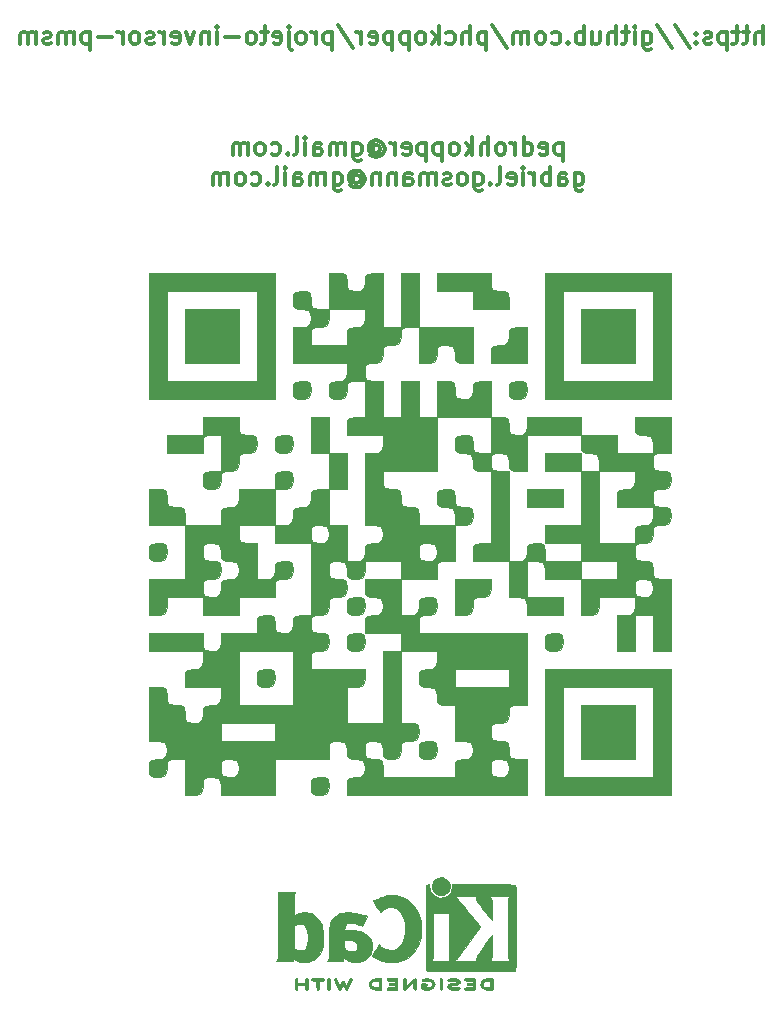
<source format=gbr>
%TF.GenerationSoftware,KiCad,Pcbnew,5.1.6*%
%TF.CreationDate,2020-12-14T11:26:32-03:00*%
%TF.ProjectId,MCU_Comms_Control,4d43555f-436f-46d6-9d73-5f436f6e7472,rev?*%
%TF.SameCoordinates,Original*%
%TF.FileFunction,Legend,Bot*%
%TF.FilePolarity,Positive*%
%FSLAX46Y46*%
G04 Gerber Fmt 4.6, Leading zero omitted, Abs format (unit mm)*
G04 Created by KiCad (PCBNEW 5.1.6) date 2020-12-14 11:26:32*
%MOMM*%
%LPD*%
G01*
G04 APERTURE LIST*
%ADD10C,0.300000*%
%ADD11C,0.010000*%
G04 APERTURE END LIST*
D10*
X96960571Y-55034571D02*
X96960571Y-53534571D01*
X96317714Y-55034571D02*
X96317714Y-54248857D01*
X96389142Y-54106000D01*
X96532000Y-54034571D01*
X96746285Y-54034571D01*
X96889142Y-54106000D01*
X96960571Y-54177428D01*
X95817714Y-54034571D02*
X95246285Y-54034571D01*
X95603428Y-53534571D02*
X95603428Y-54820285D01*
X95532000Y-54963142D01*
X95389142Y-55034571D01*
X95246285Y-55034571D01*
X94960571Y-54034571D02*
X94389142Y-54034571D01*
X94746285Y-53534571D02*
X94746285Y-54820285D01*
X94674857Y-54963142D01*
X94532000Y-55034571D01*
X94389142Y-55034571D01*
X93889142Y-54034571D02*
X93889142Y-55534571D01*
X93889142Y-54106000D02*
X93746285Y-54034571D01*
X93460571Y-54034571D01*
X93317714Y-54106000D01*
X93246285Y-54177428D01*
X93174857Y-54320285D01*
X93174857Y-54748857D01*
X93246285Y-54891714D01*
X93317714Y-54963142D01*
X93460571Y-55034571D01*
X93746285Y-55034571D01*
X93889142Y-54963142D01*
X92603428Y-54963142D02*
X92460571Y-55034571D01*
X92174857Y-55034571D01*
X92032000Y-54963142D01*
X91960571Y-54820285D01*
X91960571Y-54748857D01*
X92032000Y-54606000D01*
X92174857Y-54534571D01*
X92389142Y-54534571D01*
X92532000Y-54463142D01*
X92603428Y-54320285D01*
X92603428Y-54248857D01*
X92532000Y-54106000D01*
X92389142Y-54034571D01*
X92174857Y-54034571D01*
X92032000Y-54106000D01*
X91317714Y-54891714D02*
X91246285Y-54963142D01*
X91317714Y-55034571D01*
X91389142Y-54963142D01*
X91317714Y-54891714D01*
X91317714Y-55034571D01*
X91317714Y-54106000D02*
X91246285Y-54177428D01*
X91317714Y-54248857D01*
X91389142Y-54177428D01*
X91317714Y-54106000D01*
X91317714Y-54248857D01*
X89532000Y-53463142D02*
X90817714Y-55391714D01*
X87960571Y-53463142D02*
X89246285Y-55391714D01*
X86817714Y-54034571D02*
X86817714Y-55248857D01*
X86889142Y-55391714D01*
X86960571Y-55463142D01*
X87103428Y-55534571D01*
X87317714Y-55534571D01*
X87460571Y-55463142D01*
X86817714Y-54963142D02*
X86960571Y-55034571D01*
X87246285Y-55034571D01*
X87389142Y-54963142D01*
X87460571Y-54891714D01*
X87532000Y-54748857D01*
X87532000Y-54320285D01*
X87460571Y-54177428D01*
X87389142Y-54106000D01*
X87246285Y-54034571D01*
X86960571Y-54034571D01*
X86817714Y-54106000D01*
X86103428Y-55034571D02*
X86103428Y-54034571D01*
X86103428Y-53534571D02*
X86174857Y-53606000D01*
X86103428Y-53677428D01*
X86032000Y-53606000D01*
X86103428Y-53534571D01*
X86103428Y-53677428D01*
X85603428Y-54034571D02*
X85031999Y-54034571D01*
X85389142Y-53534571D02*
X85389142Y-54820285D01*
X85317714Y-54963142D01*
X85174857Y-55034571D01*
X85031999Y-55034571D01*
X84531999Y-55034571D02*
X84531999Y-53534571D01*
X83889142Y-55034571D02*
X83889142Y-54248857D01*
X83960571Y-54106000D01*
X84103428Y-54034571D01*
X84317714Y-54034571D01*
X84460571Y-54106000D01*
X84531999Y-54177428D01*
X82531999Y-54034571D02*
X82531999Y-55034571D01*
X83174857Y-54034571D02*
X83174857Y-54820285D01*
X83103428Y-54963142D01*
X82960571Y-55034571D01*
X82746285Y-55034571D01*
X82603428Y-54963142D01*
X82531999Y-54891714D01*
X81817714Y-55034571D02*
X81817714Y-53534571D01*
X81817714Y-54106000D02*
X81674857Y-54034571D01*
X81389142Y-54034571D01*
X81246285Y-54106000D01*
X81174857Y-54177428D01*
X81103428Y-54320285D01*
X81103428Y-54748857D01*
X81174857Y-54891714D01*
X81246285Y-54963142D01*
X81389142Y-55034571D01*
X81674857Y-55034571D01*
X81817714Y-54963142D01*
X80460571Y-54891714D02*
X80389142Y-54963142D01*
X80460571Y-55034571D01*
X80531999Y-54963142D01*
X80460571Y-54891714D01*
X80460571Y-55034571D01*
X79103428Y-54963142D02*
X79246285Y-55034571D01*
X79531999Y-55034571D01*
X79674857Y-54963142D01*
X79746285Y-54891714D01*
X79817714Y-54748857D01*
X79817714Y-54320285D01*
X79746285Y-54177428D01*
X79674857Y-54106000D01*
X79531999Y-54034571D01*
X79246285Y-54034571D01*
X79103428Y-54106000D01*
X78246285Y-55034571D02*
X78389142Y-54963142D01*
X78460571Y-54891714D01*
X78531999Y-54748857D01*
X78531999Y-54320285D01*
X78460571Y-54177428D01*
X78389142Y-54106000D01*
X78246285Y-54034571D01*
X78031999Y-54034571D01*
X77889142Y-54106000D01*
X77817714Y-54177428D01*
X77746285Y-54320285D01*
X77746285Y-54748857D01*
X77817714Y-54891714D01*
X77889142Y-54963142D01*
X78031999Y-55034571D01*
X78246285Y-55034571D01*
X77103428Y-55034571D02*
X77103428Y-54034571D01*
X77103428Y-54177428D02*
X77031999Y-54106000D01*
X76889142Y-54034571D01*
X76674857Y-54034571D01*
X76531999Y-54106000D01*
X76460571Y-54248857D01*
X76460571Y-55034571D01*
X76460571Y-54248857D02*
X76389142Y-54106000D01*
X76246285Y-54034571D01*
X76031999Y-54034571D01*
X75889142Y-54106000D01*
X75817714Y-54248857D01*
X75817714Y-55034571D01*
X74031999Y-53463142D02*
X75317714Y-55391714D01*
X73531999Y-54034571D02*
X73531999Y-55534571D01*
X73531999Y-54106000D02*
X73389142Y-54034571D01*
X73103428Y-54034571D01*
X72960571Y-54106000D01*
X72889142Y-54177428D01*
X72817714Y-54320285D01*
X72817714Y-54748857D01*
X72889142Y-54891714D01*
X72960571Y-54963142D01*
X73103428Y-55034571D01*
X73389142Y-55034571D01*
X73531999Y-54963142D01*
X72174857Y-55034571D02*
X72174857Y-53534571D01*
X71531999Y-55034571D02*
X71531999Y-54248857D01*
X71603428Y-54106000D01*
X71746285Y-54034571D01*
X71960571Y-54034571D01*
X72103428Y-54106000D01*
X72174857Y-54177428D01*
X70174857Y-54963142D02*
X70317714Y-55034571D01*
X70603428Y-55034571D01*
X70746285Y-54963142D01*
X70817714Y-54891714D01*
X70889142Y-54748857D01*
X70889142Y-54320285D01*
X70817714Y-54177428D01*
X70746285Y-54106000D01*
X70603428Y-54034571D01*
X70317714Y-54034571D01*
X70174857Y-54106000D01*
X69531999Y-55034571D02*
X69531999Y-53534571D01*
X69389142Y-54463142D02*
X68960571Y-55034571D01*
X68960571Y-54034571D02*
X69531999Y-54606000D01*
X68103428Y-55034571D02*
X68246285Y-54963142D01*
X68317714Y-54891714D01*
X68389142Y-54748857D01*
X68389142Y-54320285D01*
X68317714Y-54177428D01*
X68246285Y-54106000D01*
X68103428Y-54034571D01*
X67889142Y-54034571D01*
X67746285Y-54106000D01*
X67674857Y-54177428D01*
X67603428Y-54320285D01*
X67603428Y-54748857D01*
X67674857Y-54891714D01*
X67746285Y-54963142D01*
X67889142Y-55034571D01*
X68103428Y-55034571D01*
X66960571Y-54034571D02*
X66960571Y-55534571D01*
X66960571Y-54106000D02*
X66817714Y-54034571D01*
X66531999Y-54034571D01*
X66389142Y-54106000D01*
X66317714Y-54177428D01*
X66246285Y-54320285D01*
X66246285Y-54748857D01*
X66317714Y-54891714D01*
X66389142Y-54963142D01*
X66531999Y-55034571D01*
X66817714Y-55034571D01*
X66960571Y-54963142D01*
X65603428Y-54034571D02*
X65603428Y-55534571D01*
X65603428Y-54106000D02*
X65460571Y-54034571D01*
X65174857Y-54034571D01*
X65031999Y-54106000D01*
X64960571Y-54177428D01*
X64889142Y-54320285D01*
X64889142Y-54748857D01*
X64960571Y-54891714D01*
X65031999Y-54963142D01*
X65174857Y-55034571D01*
X65460571Y-55034571D01*
X65603428Y-54963142D01*
X63674857Y-54963142D02*
X63817714Y-55034571D01*
X64103428Y-55034571D01*
X64246285Y-54963142D01*
X64317714Y-54820285D01*
X64317714Y-54248857D01*
X64246285Y-54106000D01*
X64103428Y-54034571D01*
X63817714Y-54034571D01*
X63674857Y-54106000D01*
X63603428Y-54248857D01*
X63603428Y-54391714D01*
X64317714Y-54534571D01*
X62960571Y-55034571D02*
X62960571Y-54034571D01*
X62960571Y-54320285D02*
X62889142Y-54177428D01*
X62817714Y-54106000D01*
X62674857Y-54034571D01*
X62531999Y-54034571D01*
X60960571Y-53463142D02*
X62246285Y-55391714D01*
X60460571Y-54034571D02*
X60460571Y-55534571D01*
X60460571Y-54106000D02*
X60317714Y-54034571D01*
X60031999Y-54034571D01*
X59889142Y-54106000D01*
X59817714Y-54177428D01*
X59746285Y-54320285D01*
X59746285Y-54748857D01*
X59817714Y-54891714D01*
X59889142Y-54963142D01*
X60031999Y-55034571D01*
X60317714Y-55034571D01*
X60460571Y-54963142D01*
X59103428Y-55034571D02*
X59103428Y-54034571D01*
X59103428Y-54320285D02*
X59031999Y-54177428D01*
X58960571Y-54106000D01*
X58817714Y-54034571D01*
X58674857Y-54034571D01*
X57960571Y-55034571D02*
X58103428Y-54963142D01*
X58174857Y-54891714D01*
X58246285Y-54748857D01*
X58246285Y-54320285D01*
X58174857Y-54177428D01*
X58103428Y-54106000D01*
X57960571Y-54034571D01*
X57746285Y-54034571D01*
X57603428Y-54106000D01*
X57531999Y-54177428D01*
X57460571Y-54320285D01*
X57460571Y-54748857D01*
X57531999Y-54891714D01*
X57603428Y-54963142D01*
X57746285Y-55034571D01*
X57960571Y-55034571D01*
X56817714Y-54034571D02*
X56817714Y-55320285D01*
X56889142Y-55463142D01*
X57031999Y-55534571D01*
X57103428Y-55534571D01*
X56817714Y-53534571D02*
X56889142Y-53606000D01*
X56817714Y-53677428D01*
X56746285Y-53606000D01*
X56817714Y-53534571D01*
X56817714Y-53677428D01*
X55531999Y-54963142D02*
X55674857Y-55034571D01*
X55960571Y-55034571D01*
X56103428Y-54963142D01*
X56174857Y-54820285D01*
X56174857Y-54248857D01*
X56103428Y-54106000D01*
X55960571Y-54034571D01*
X55674857Y-54034571D01*
X55531999Y-54106000D01*
X55460571Y-54248857D01*
X55460571Y-54391714D01*
X56174857Y-54534571D01*
X55031999Y-54034571D02*
X54460571Y-54034571D01*
X54817714Y-53534571D02*
X54817714Y-54820285D01*
X54746285Y-54963142D01*
X54603428Y-55034571D01*
X54460571Y-55034571D01*
X53746285Y-55034571D02*
X53889142Y-54963142D01*
X53960571Y-54891714D01*
X54031999Y-54748857D01*
X54031999Y-54320285D01*
X53960571Y-54177428D01*
X53889142Y-54106000D01*
X53746285Y-54034571D01*
X53531999Y-54034571D01*
X53389142Y-54106000D01*
X53317714Y-54177428D01*
X53246285Y-54320285D01*
X53246285Y-54748857D01*
X53317714Y-54891714D01*
X53389142Y-54963142D01*
X53531999Y-55034571D01*
X53746285Y-55034571D01*
X52603428Y-54463142D02*
X51460571Y-54463142D01*
X50746285Y-55034571D02*
X50746285Y-54034571D01*
X50746285Y-53534571D02*
X50817714Y-53606000D01*
X50746285Y-53677428D01*
X50674857Y-53606000D01*
X50746285Y-53534571D01*
X50746285Y-53677428D01*
X50031999Y-54034571D02*
X50031999Y-55034571D01*
X50031999Y-54177428D02*
X49960571Y-54106000D01*
X49817714Y-54034571D01*
X49603428Y-54034571D01*
X49460571Y-54106000D01*
X49389142Y-54248857D01*
X49389142Y-55034571D01*
X48817714Y-54034571D02*
X48460571Y-55034571D01*
X48103428Y-54034571D01*
X46960571Y-54963142D02*
X47103428Y-55034571D01*
X47389142Y-55034571D01*
X47531999Y-54963142D01*
X47603428Y-54820285D01*
X47603428Y-54248857D01*
X47531999Y-54106000D01*
X47389142Y-54034571D01*
X47103428Y-54034571D01*
X46960571Y-54106000D01*
X46889142Y-54248857D01*
X46889142Y-54391714D01*
X47603428Y-54534571D01*
X46246285Y-55034571D02*
X46246285Y-54034571D01*
X46246285Y-54320285D02*
X46174857Y-54177428D01*
X46103428Y-54106000D01*
X45960571Y-54034571D01*
X45817714Y-54034571D01*
X45389142Y-54963142D02*
X45246285Y-55034571D01*
X44960571Y-55034571D01*
X44817714Y-54963142D01*
X44746285Y-54820285D01*
X44746285Y-54748857D01*
X44817714Y-54606000D01*
X44960571Y-54534571D01*
X45174857Y-54534571D01*
X45317714Y-54463142D01*
X45389142Y-54320285D01*
X45389142Y-54248857D01*
X45317714Y-54106000D01*
X45174857Y-54034571D01*
X44960571Y-54034571D01*
X44817714Y-54106000D01*
X43889142Y-55034571D02*
X44031999Y-54963142D01*
X44103428Y-54891714D01*
X44174857Y-54748857D01*
X44174857Y-54320285D01*
X44103428Y-54177428D01*
X44031999Y-54106000D01*
X43889142Y-54034571D01*
X43674857Y-54034571D01*
X43531999Y-54106000D01*
X43460571Y-54177428D01*
X43389142Y-54320285D01*
X43389142Y-54748857D01*
X43460571Y-54891714D01*
X43531999Y-54963142D01*
X43674857Y-55034571D01*
X43889142Y-55034571D01*
X42746285Y-55034571D02*
X42746285Y-54034571D01*
X42746285Y-54320285D02*
X42674857Y-54177428D01*
X42603428Y-54106000D01*
X42460571Y-54034571D01*
X42317714Y-54034571D01*
X41817714Y-54463142D02*
X40674857Y-54463142D01*
X39960571Y-54034571D02*
X39960571Y-55534571D01*
X39960571Y-54106000D02*
X39817714Y-54034571D01*
X39531999Y-54034571D01*
X39389142Y-54106000D01*
X39317714Y-54177428D01*
X39246285Y-54320285D01*
X39246285Y-54748857D01*
X39317714Y-54891714D01*
X39389142Y-54963142D01*
X39531999Y-55034571D01*
X39817714Y-55034571D01*
X39960571Y-54963142D01*
X38603428Y-55034571D02*
X38603428Y-54034571D01*
X38603428Y-54177428D02*
X38531999Y-54106000D01*
X38389142Y-54034571D01*
X38174857Y-54034571D01*
X38031999Y-54106000D01*
X37960571Y-54248857D01*
X37960571Y-55034571D01*
X37960571Y-54248857D02*
X37889142Y-54106000D01*
X37746285Y-54034571D01*
X37531999Y-54034571D01*
X37389142Y-54106000D01*
X37317714Y-54248857D01*
X37317714Y-55034571D01*
X36674857Y-54963142D02*
X36531999Y-55034571D01*
X36246285Y-55034571D01*
X36103428Y-54963142D01*
X36031999Y-54820285D01*
X36031999Y-54748857D01*
X36103428Y-54606000D01*
X36246285Y-54534571D01*
X36460571Y-54534571D01*
X36603428Y-54463142D01*
X36674857Y-54320285D01*
X36674857Y-54248857D01*
X36603428Y-54106000D01*
X36460571Y-54034571D01*
X36246285Y-54034571D01*
X36103428Y-54106000D01*
X35389142Y-55034571D02*
X35389142Y-54034571D01*
X35389142Y-54177428D02*
X35317714Y-54106000D01*
X35174857Y-54034571D01*
X34960571Y-54034571D01*
X34817714Y-54106000D01*
X34746285Y-54248857D01*
X34746285Y-55034571D01*
X34746285Y-54248857D02*
X34674857Y-54106000D01*
X34531999Y-54034571D01*
X34317714Y-54034571D01*
X34174857Y-54106000D01*
X34103428Y-54248857D01*
X34103428Y-55034571D01*
X80004285Y-63427571D02*
X80004285Y-64927571D01*
X80004285Y-63499000D02*
X79861428Y-63427571D01*
X79575714Y-63427571D01*
X79432857Y-63499000D01*
X79361428Y-63570428D01*
X79290000Y-63713285D01*
X79290000Y-64141857D01*
X79361428Y-64284714D01*
X79432857Y-64356142D01*
X79575714Y-64427571D01*
X79861428Y-64427571D01*
X80004285Y-64356142D01*
X78075714Y-64356142D02*
X78218571Y-64427571D01*
X78504285Y-64427571D01*
X78647142Y-64356142D01*
X78718571Y-64213285D01*
X78718571Y-63641857D01*
X78647142Y-63499000D01*
X78504285Y-63427571D01*
X78218571Y-63427571D01*
X78075714Y-63499000D01*
X78004285Y-63641857D01*
X78004285Y-63784714D01*
X78718571Y-63927571D01*
X76718571Y-64427571D02*
X76718571Y-62927571D01*
X76718571Y-64356142D02*
X76861428Y-64427571D01*
X77147142Y-64427571D01*
X77290000Y-64356142D01*
X77361428Y-64284714D01*
X77432857Y-64141857D01*
X77432857Y-63713285D01*
X77361428Y-63570428D01*
X77290000Y-63499000D01*
X77147142Y-63427571D01*
X76861428Y-63427571D01*
X76718571Y-63499000D01*
X76004285Y-64427571D02*
X76004285Y-63427571D01*
X76004285Y-63713285D02*
X75932857Y-63570428D01*
X75861428Y-63499000D01*
X75718571Y-63427571D01*
X75575714Y-63427571D01*
X74861428Y-64427571D02*
X75004285Y-64356142D01*
X75075714Y-64284714D01*
X75147142Y-64141857D01*
X75147142Y-63713285D01*
X75075714Y-63570428D01*
X75004285Y-63499000D01*
X74861428Y-63427571D01*
X74647142Y-63427571D01*
X74504285Y-63499000D01*
X74432857Y-63570428D01*
X74361428Y-63713285D01*
X74361428Y-64141857D01*
X74432857Y-64284714D01*
X74504285Y-64356142D01*
X74647142Y-64427571D01*
X74861428Y-64427571D01*
X73718571Y-64427571D02*
X73718571Y-62927571D01*
X73075714Y-64427571D02*
X73075714Y-63641857D01*
X73147142Y-63499000D01*
X73290000Y-63427571D01*
X73504285Y-63427571D01*
X73647142Y-63499000D01*
X73718571Y-63570428D01*
X72361428Y-64427571D02*
X72361428Y-62927571D01*
X72218571Y-63856142D02*
X71790000Y-64427571D01*
X71790000Y-63427571D02*
X72361428Y-63999000D01*
X70932857Y-64427571D02*
X71075714Y-64356142D01*
X71147142Y-64284714D01*
X71218571Y-64141857D01*
X71218571Y-63713285D01*
X71147142Y-63570428D01*
X71075714Y-63499000D01*
X70932857Y-63427571D01*
X70718571Y-63427571D01*
X70575714Y-63499000D01*
X70504285Y-63570428D01*
X70432857Y-63713285D01*
X70432857Y-64141857D01*
X70504285Y-64284714D01*
X70575714Y-64356142D01*
X70718571Y-64427571D01*
X70932857Y-64427571D01*
X69790000Y-63427571D02*
X69790000Y-64927571D01*
X69790000Y-63499000D02*
X69647142Y-63427571D01*
X69361428Y-63427571D01*
X69218571Y-63499000D01*
X69147142Y-63570428D01*
X69075714Y-63713285D01*
X69075714Y-64141857D01*
X69147142Y-64284714D01*
X69218571Y-64356142D01*
X69361428Y-64427571D01*
X69647142Y-64427571D01*
X69790000Y-64356142D01*
X68432857Y-63427571D02*
X68432857Y-64927571D01*
X68432857Y-63499000D02*
X68290000Y-63427571D01*
X68004285Y-63427571D01*
X67861428Y-63499000D01*
X67790000Y-63570428D01*
X67718571Y-63713285D01*
X67718571Y-64141857D01*
X67790000Y-64284714D01*
X67861428Y-64356142D01*
X68004285Y-64427571D01*
X68290000Y-64427571D01*
X68432857Y-64356142D01*
X66504285Y-64356142D02*
X66647142Y-64427571D01*
X66932857Y-64427571D01*
X67075714Y-64356142D01*
X67147142Y-64213285D01*
X67147142Y-63641857D01*
X67075714Y-63499000D01*
X66932857Y-63427571D01*
X66647142Y-63427571D01*
X66504285Y-63499000D01*
X66432857Y-63641857D01*
X66432857Y-63784714D01*
X67147142Y-63927571D01*
X65790000Y-64427571D02*
X65790000Y-63427571D01*
X65790000Y-63713285D02*
X65718571Y-63570428D01*
X65647142Y-63499000D01*
X65504285Y-63427571D01*
X65361428Y-63427571D01*
X63932857Y-63713285D02*
X64004285Y-63641857D01*
X64147142Y-63570428D01*
X64290000Y-63570428D01*
X64432857Y-63641857D01*
X64504285Y-63713285D01*
X64575714Y-63856142D01*
X64575714Y-63999000D01*
X64504285Y-64141857D01*
X64432857Y-64213285D01*
X64290000Y-64284714D01*
X64147142Y-64284714D01*
X64004285Y-64213285D01*
X63932857Y-64141857D01*
X63932857Y-63570428D02*
X63932857Y-64141857D01*
X63861428Y-64213285D01*
X63790000Y-64213285D01*
X63647142Y-64141857D01*
X63575714Y-63999000D01*
X63575714Y-63641857D01*
X63718571Y-63427571D01*
X63932857Y-63284714D01*
X64218571Y-63213285D01*
X64504285Y-63284714D01*
X64718571Y-63427571D01*
X64861428Y-63641857D01*
X64932857Y-63927571D01*
X64861428Y-64213285D01*
X64718571Y-64427571D01*
X64504285Y-64570428D01*
X64218571Y-64641857D01*
X63932857Y-64570428D01*
X63718571Y-64427571D01*
X62290000Y-63427571D02*
X62290000Y-64641857D01*
X62361428Y-64784714D01*
X62432857Y-64856142D01*
X62575714Y-64927571D01*
X62790000Y-64927571D01*
X62932857Y-64856142D01*
X62290000Y-64356142D02*
X62432857Y-64427571D01*
X62718571Y-64427571D01*
X62861428Y-64356142D01*
X62932857Y-64284714D01*
X63004285Y-64141857D01*
X63004285Y-63713285D01*
X62932857Y-63570428D01*
X62861428Y-63499000D01*
X62718571Y-63427571D01*
X62432857Y-63427571D01*
X62290000Y-63499000D01*
X61575714Y-64427571D02*
X61575714Y-63427571D01*
X61575714Y-63570428D02*
X61504285Y-63499000D01*
X61361428Y-63427571D01*
X61147142Y-63427571D01*
X61004285Y-63499000D01*
X60932857Y-63641857D01*
X60932857Y-64427571D01*
X60932857Y-63641857D02*
X60861428Y-63499000D01*
X60718571Y-63427571D01*
X60504285Y-63427571D01*
X60361428Y-63499000D01*
X60290000Y-63641857D01*
X60290000Y-64427571D01*
X58932857Y-64427571D02*
X58932857Y-63641857D01*
X59004285Y-63499000D01*
X59147142Y-63427571D01*
X59432857Y-63427571D01*
X59575714Y-63499000D01*
X58932857Y-64356142D02*
X59075714Y-64427571D01*
X59432857Y-64427571D01*
X59575714Y-64356142D01*
X59647142Y-64213285D01*
X59647142Y-64070428D01*
X59575714Y-63927571D01*
X59432857Y-63856142D01*
X59075714Y-63856142D01*
X58932857Y-63784714D01*
X58218571Y-64427571D02*
X58218571Y-63427571D01*
X58218571Y-62927571D02*
X58290000Y-62999000D01*
X58218571Y-63070428D01*
X58147142Y-62999000D01*
X58218571Y-62927571D01*
X58218571Y-63070428D01*
X57290000Y-64427571D02*
X57432857Y-64356142D01*
X57504285Y-64213285D01*
X57504285Y-62927571D01*
X56718571Y-64284714D02*
X56647142Y-64356142D01*
X56718571Y-64427571D01*
X56790000Y-64356142D01*
X56718571Y-64284714D01*
X56718571Y-64427571D01*
X55361428Y-64356142D02*
X55504285Y-64427571D01*
X55790000Y-64427571D01*
X55932857Y-64356142D01*
X56004285Y-64284714D01*
X56075714Y-64141857D01*
X56075714Y-63713285D01*
X56004285Y-63570428D01*
X55932857Y-63499000D01*
X55790000Y-63427571D01*
X55504285Y-63427571D01*
X55361428Y-63499000D01*
X54504285Y-64427571D02*
X54647142Y-64356142D01*
X54718571Y-64284714D01*
X54790000Y-64141857D01*
X54790000Y-63713285D01*
X54718571Y-63570428D01*
X54647142Y-63499000D01*
X54504285Y-63427571D01*
X54290000Y-63427571D01*
X54147142Y-63499000D01*
X54075714Y-63570428D01*
X54004285Y-63713285D01*
X54004285Y-64141857D01*
X54075714Y-64284714D01*
X54147142Y-64356142D01*
X54290000Y-64427571D01*
X54504285Y-64427571D01*
X53361428Y-64427571D02*
X53361428Y-63427571D01*
X53361428Y-63570428D02*
X53290000Y-63499000D01*
X53147142Y-63427571D01*
X52932857Y-63427571D01*
X52790000Y-63499000D01*
X52718571Y-63641857D01*
X52718571Y-64427571D01*
X52718571Y-63641857D02*
X52647142Y-63499000D01*
X52504285Y-63427571D01*
X52290000Y-63427571D01*
X52147142Y-63499000D01*
X52075714Y-63641857D01*
X52075714Y-64427571D01*
X81040000Y-65977571D02*
X81040000Y-67191857D01*
X81111428Y-67334714D01*
X81182857Y-67406142D01*
X81325714Y-67477571D01*
X81540000Y-67477571D01*
X81682857Y-67406142D01*
X81040000Y-66906142D02*
X81182857Y-66977571D01*
X81468571Y-66977571D01*
X81611428Y-66906142D01*
X81682857Y-66834714D01*
X81754285Y-66691857D01*
X81754285Y-66263285D01*
X81682857Y-66120428D01*
X81611428Y-66049000D01*
X81468571Y-65977571D01*
X81182857Y-65977571D01*
X81040000Y-66049000D01*
X79682857Y-66977571D02*
X79682857Y-66191857D01*
X79754285Y-66049000D01*
X79897142Y-65977571D01*
X80182857Y-65977571D01*
X80325714Y-66049000D01*
X79682857Y-66906142D02*
X79825714Y-66977571D01*
X80182857Y-66977571D01*
X80325714Y-66906142D01*
X80397142Y-66763285D01*
X80397142Y-66620428D01*
X80325714Y-66477571D01*
X80182857Y-66406142D01*
X79825714Y-66406142D01*
X79682857Y-66334714D01*
X78968571Y-66977571D02*
X78968571Y-65477571D01*
X78968571Y-66049000D02*
X78825714Y-65977571D01*
X78539999Y-65977571D01*
X78397142Y-66049000D01*
X78325714Y-66120428D01*
X78254285Y-66263285D01*
X78254285Y-66691857D01*
X78325714Y-66834714D01*
X78397142Y-66906142D01*
X78539999Y-66977571D01*
X78825714Y-66977571D01*
X78968571Y-66906142D01*
X77611428Y-66977571D02*
X77611428Y-65977571D01*
X77611428Y-66263285D02*
X77539999Y-66120428D01*
X77468571Y-66049000D01*
X77325714Y-65977571D01*
X77182857Y-65977571D01*
X76682857Y-66977571D02*
X76682857Y-65977571D01*
X76682857Y-65477571D02*
X76754285Y-65549000D01*
X76682857Y-65620428D01*
X76611428Y-65549000D01*
X76682857Y-65477571D01*
X76682857Y-65620428D01*
X75397142Y-66906142D02*
X75539999Y-66977571D01*
X75825714Y-66977571D01*
X75968571Y-66906142D01*
X76039999Y-66763285D01*
X76039999Y-66191857D01*
X75968571Y-66049000D01*
X75825714Y-65977571D01*
X75539999Y-65977571D01*
X75397142Y-66049000D01*
X75325714Y-66191857D01*
X75325714Y-66334714D01*
X76039999Y-66477571D01*
X74468571Y-66977571D02*
X74611428Y-66906142D01*
X74682857Y-66763285D01*
X74682857Y-65477571D01*
X73897142Y-66834714D02*
X73825714Y-66906142D01*
X73897142Y-66977571D01*
X73968571Y-66906142D01*
X73897142Y-66834714D01*
X73897142Y-66977571D01*
X72539999Y-65977571D02*
X72539999Y-67191857D01*
X72611428Y-67334714D01*
X72682857Y-67406142D01*
X72825714Y-67477571D01*
X73039999Y-67477571D01*
X73182857Y-67406142D01*
X72539999Y-66906142D02*
X72682857Y-66977571D01*
X72968571Y-66977571D01*
X73111428Y-66906142D01*
X73182857Y-66834714D01*
X73254285Y-66691857D01*
X73254285Y-66263285D01*
X73182857Y-66120428D01*
X73111428Y-66049000D01*
X72968571Y-65977571D01*
X72682857Y-65977571D01*
X72539999Y-66049000D01*
X71611428Y-66977571D02*
X71754285Y-66906142D01*
X71825714Y-66834714D01*
X71897142Y-66691857D01*
X71897142Y-66263285D01*
X71825714Y-66120428D01*
X71754285Y-66049000D01*
X71611428Y-65977571D01*
X71397142Y-65977571D01*
X71254285Y-66049000D01*
X71182857Y-66120428D01*
X71111428Y-66263285D01*
X71111428Y-66691857D01*
X71182857Y-66834714D01*
X71254285Y-66906142D01*
X71397142Y-66977571D01*
X71611428Y-66977571D01*
X70539999Y-66906142D02*
X70397142Y-66977571D01*
X70111428Y-66977571D01*
X69968571Y-66906142D01*
X69897142Y-66763285D01*
X69897142Y-66691857D01*
X69968571Y-66549000D01*
X70111428Y-66477571D01*
X70325714Y-66477571D01*
X70468571Y-66406142D01*
X70539999Y-66263285D01*
X70539999Y-66191857D01*
X70468571Y-66049000D01*
X70325714Y-65977571D01*
X70111428Y-65977571D01*
X69968571Y-66049000D01*
X69254285Y-66977571D02*
X69254285Y-65977571D01*
X69254285Y-66120428D02*
X69182857Y-66049000D01*
X69039999Y-65977571D01*
X68825714Y-65977571D01*
X68682857Y-66049000D01*
X68611428Y-66191857D01*
X68611428Y-66977571D01*
X68611428Y-66191857D02*
X68539999Y-66049000D01*
X68397142Y-65977571D01*
X68182857Y-65977571D01*
X68039999Y-66049000D01*
X67968571Y-66191857D01*
X67968571Y-66977571D01*
X66611428Y-66977571D02*
X66611428Y-66191857D01*
X66682857Y-66049000D01*
X66825714Y-65977571D01*
X67111428Y-65977571D01*
X67254285Y-66049000D01*
X66611428Y-66906142D02*
X66754285Y-66977571D01*
X67111428Y-66977571D01*
X67254285Y-66906142D01*
X67325714Y-66763285D01*
X67325714Y-66620428D01*
X67254285Y-66477571D01*
X67111428Y-66406142D01*
X66754285Y-66406142D01*
X66611428Y-66334714D01*
X65897142Y-65977571D02*
X65897142Y-66977571D01*
X65897142Y-66120428D02*
X65825714Y-66049000D01*
X65682857Y-65977571D01*
X65468571Y-65977571D01*
X65325714Y-66049000D01*
X65254285Y-66191857D01*
X65254285Y-66977571D01*
X64539999Y-65977571D02*
X64539999Y-66977571D01*
X64539999Y-66120428D02*
X64468571Y-66049000D01*
X64325714Y-65977571D01*
X64111428Y-65977571D01*
X63968571Y-66049000D01*
X63897142Y-66191857D01*
X63897142Y-66977571D01*
X62254285Y-66263285D02*
X62325714Y-66191857D01*
X62468571Y-66120428D01*
X62611428Y-66120428D01*
X62754285Y-66191857D01*
X62825714Y-66263285D01*
X62897142Y-66406142D01*
X62897142Y-66549000D01*
X62825714Y-66691857D01*
X62754285Y-66763285D01*
X62611428Y-66834714D01*
X62468571Y-66834714D01*
X62325714Y-66763285D01*
X62254285Y-66691857D01*
X62254285Y-66120428D02*
X62254285Y-66691857D01*
X62182857Y-66763285D01*
X62111428Y-66763285D01*
X61968571Y-66691857D01*
X61897142Y-66549000D01*
X61897142Y-66191857D01*
X62039999Y-65977571D01*
X62254285Y-65834714D01*
X62539999Y-65763285D01*
X62825714Y-65834714D01*
X63039999Y-65977571D01*
X63182857Y-66191857D01*
X63254285Y-66477571D01*
X63182857Y-66763285D01*
X63039999Y-66977571D01*
X62825714Y-67120428D01*
X62539999Y-67191857D01*
X62254285Y-67120428D01*
X62039999Y-66977571D01*
X60611428Y-65977571D02*
X60611428Y-67191857D01*
X60682857Y-67334714D01*
X60754285Y-67406142D01*
X60897142Y-67477571D01*
X61111428Y-67477571D01*
X61254285Y-67406142D01*
X60611428Y-66906142D02*
X60754285Y-66977571D01*
X61039999Y-66977571D01*
X61182857Y-66906142D01*
X61254285Y-66834714D01*
X61325714Y-66691857D01*
X61325714Y-66263285D01*
X61254285Y-66120428D01*
X61182857Y-66049000D01*
X61039999Y-65977571D01*
X60754285Y-65977571D01*
X60611428Y-66049000D01*
X59897142Y-66977571D02*
X59897142Y-65977571D01*
X59897142Y-66120428D02*
X59825714Y-66049000D01*
X59682857Y-65977571D01*
X59468571Y-65977571D01*
X59325714Y-66049000D01*
X59254285Y-66191857D01*
X59254285Y-66977571D01*
X59254285Y-66191857D02*
X59182857Y-66049000D01*
X59039999Y-65977571D01*
X58825714Y-65977571D01*
X58682857Y-66049000D01*
X58611428Y-66191857D01*
X58611428Y-66977571D01*
X57254285Y-66977571D02*
X57254285Y-66191857D01*
X57325714Y-66049000D01*
X57468571Y-65977571D01*
X57754285Y-65977571D01*
X57897142Y-66049000D01*
X57254285Y-66906142D02*
X57397142Y-66977571D01*
X57754285Y-66977571D01*
X57897142Y-66906142D01*
X57968571Y-66763285D01*
X57968571Y-66620428D01*
X57897142Y-66477571D01*
X57754285Y-66406142D01*
X57397142Y-66406142D01*
X57254285Y-66334714D01*
X56539999Y-66977571D02*
X56539999Y-65977571D01*
X56539999Y-65477571D02*
X56611428Y-65549000D01*
X56539999Y-65620428D01*
X56468571Y-65549000D01*
X56539999Y-65477571D01*
X56539999Y-65620428D01*
X55611428Y-66977571D02*
X55754285Y-66906142D01*
X55825714Y-66763285D01*
X55825714Y-65477571D01*
X55039999Y-66834714D02*
X54968571Y-66906142D01*
X55039999Y-66977571D01*
X55111428Y-66906142D01*
X55039999Y-66834714D01*
X55039999Y-66977571D01*
X53682857Y-66906142D02*
X53825714Y-66977571D01*
X54111428Y-66977571D01*
X54254285Y-66906142D01*
X54325714Y-66834714D01*
X54397142Y-66691857D01*
X54397142Y-66263285D01*
X54325714Y-66120428D01*
X54254285Y-66049000D01*
X54111428Y-65977571D01*
X53825714Y-65977571D01*
X53682857Y-66049000D01*
X52825714Y-66977571D02*
X52968571Y-66906142D01*
X53039999Y-66834714D01*
X53111428Y-66691857D01*
X53111428Y-66263285D01*
X53039999Y-66120428D01*
X52968571Y-66049000D01*
X52825714Y-65977571D01*
X52611428Y-65977571D01*
X52468571Y-66049000D01*
X52397142Y-66120428D01*
X52325714Y-66263285D01*
X52325714Y-66691857D01*
X52397142Y-66834714D01*
X52468571Y-66906142D01*
X52611428Y-66977571D01*
X52825714Y-66977571D01*
X51682857Y-66977571D02*
X51682857Y-65977571D01*
X51682857Y-66120428D02*
X51611428Y-66049000D01*
X51468571Y-65977571D01*
X51254285Y-65977571D01*
X51111428Y-66049000D01*
X51039999Y-66191857D01*
X51039999Y-66977571D01*
X51039999Y-66191857D02*
X50968571Y-66049000D01*
X50825714Y-65977571D01*
X50611428Y-65977571D01*
X50468571Y-66049000D01*
X50397142Y-66191857D01*
X50397142Y-66977571D01*
D11*
%TO.C,G\u002A\u002A\u002A*%
G36*
X78486000Y-118618000D02*
G01*
X89154000Y-118618000D01*
X89154000Y-109474000D01*
X87630000Y-109474000D01*
X87630000Y-117094000D01*
X80010000Y-117094000D01*
X80010000Y-109474000D01*
X87630000Y-109474000D01*
X89154000Y-109474000D01*
X89154000Y-107950000D01*
X78486000Y-107950000D01*
X78486000Y-118618000D01*
G37*
X78486000Y-118618000D02*
X89154000Y-118618000D01*
X89154000Y-109474000D01*
X87630000Y-109474000D01*
X87630000Y-117094000D01*
X80010000Y-117094000D01*
X80010000Y-109474000D01*
X87630000Y-109474000D01*
X89154000Y-109474000D01*
X89154000Y-107950000D01*
X78486000Y-107950000D01*
X78486000Y-118618000D01*
G36*
X67818000Y-82042000D02*
G01*
X68580000Y-82042000D01*
X69119725Y-81979062D01*
X69318656Y-81682180D01*
X69342000Y-81280000D01*
X69404938Y-80740275D01*
X69701820Y-80541344D01*
X70104000Y-80518000D01*
X70643725Y-80580937D01*
X70842656Y-80877819D01*
X70866000Y-81280000D01*
X70928938Y-81819724D01*
X71225820Y-82018655D01*
X71628000Y-82042000D01*
X72390000Y-82042000D01*
X72390000Y-78994000D01*
X67818000Y-78994000D01*
X67818000Y-82042000D01*
G37*
X67818000Y-82042000D02*
X68580000Y-82042000D01*
X69119725Y-81979062D01*
X69318656Y-81682180D01*
X69342000Y-81280000D01*
X69404938Y-80740275D01*
X69701820Y-80541344D01*
X70104000Y-80518000D01*
X70643725Y-80580937D01*
X70842656Y-80877819D01*
X70866000Y-81280000D01*
X70928938Y-81819724D01*
X71225820Y-82018655D01*
X71628000Y-82042000D01*
X72390000Y-82042000D01*
X72390000Y-78994000D01*
X67818000Y-78994000D01*
X67818000Y-82042000D01*
G36*
X73914000Y-89662000D02*
G01*
X73152000Y-89662000D01*
X72612276Y-89599062D01*
X72413345Y-89302180D01*
X72390000Y-88900000D01*
X72327063Y-88360275D01*
X72030181Y-88161344D01*
X71628000Y-88138000D01*
X71088276Y-88200937D01*
X70889345Y-88497819D01*
X70866000Y-88900000D01*
X70928938Y-89439724D01*
X71225820Y-89638655D01*
X71628000Y-89662000D01*
X72167725Y-89724937D01*
X72366656Y-90021819D01*
X72390000Y-90424000D01*
X72452938Y-90963724D01*
X72749820Y-91162655D01*
X73152000Y-91186000D01*
X73914000Y-91186000D01*
X73914000Y-97282000D01*
X73152000Y-97282000D01*
X72612276Y-97344937D01*
X72413345Y-97641819D01*
X72390000Y-98044000D01*
X72390000Y-98806000D01*
X75438000Y-98806000D01*
X75438000Y-101854000D01*
X76200000Y-101854000D01*
X76739725Y-101916937D01*
X76938656Y-102213819D01*
X76962000Y-102616000D01*
X76962000Y-103378000D01*
X80010000Y-103378000D01*
X80010000Y-101854000D01*
X76962000Y-101854000D01*
X76962000Y-98806000D01*
X77724000Y-98806000D01*
X78263725Y-98868937D01*
X78462656Y-99165819D01*
X78486000Y-99568000D01*
X78486000Y-100330000D01*
X81534000Y-100330000D01*
X81534000Y-103378000D01*
X82296000Y-103378000D01*
X82835725Y-103315062D01*
X83034656Y-103018180D01*
X83058000Y-102616000D01*
X83058000Y-101854000D01*
X86106000Y-101854000D01*
X86106000Y-102616000D01*
X86043063Y-103155724D01*
X85746181Y-103354655D01*
X85344000Y-103378000D01*
X84582000Y-103378000D01*
X84582000Y-106426000D01*
X86106000Y-106426000D01*
X86106000Y-103378000D01*
X87630000Y-103378000D01*
X87630000Y-106426000D01*
X89154000Y-106426000D01*
X89154000Y-101092000D01*
X87630000Y-101092000D01*
X87567063Y-101631724D01*
X87270181Y-101830655D01*
X86868000Y-101854000D01*
X86328276Y-101791062D01*
X86129345Y-101494180D01*
X86106000Y-101092000D01*
X86168938Y-100552275D01*
X86465820Y-100353344D01*
X86868000Y-100330000D01*
X87407725Y-100392937D01*
X87606656Y-100689819D01*
X87630000Y-101092000D01*
X89154000Y-101092000D01*
X89154000Y-100330000D01*
X88392000Y-100330000D01*
X87852276Y-100267062D01*
X87653345Y-99970180D01*
X87630000Y-99568000D01*
X87567063Y-99028275D01*
X87270181Y-98829344D01*
X86868000Y-98806000D01*
X84582000Y-98806000D01*
X84582000Y-100330000D01*
X81534000Y-100330000D01*
X81534000Y-98806000D01*
X84582000Y-98806000D01*
X86868000Y-98806000D01*
X86328276Y-98743062D01*
X86129345Y-98446180D01*
X86106000Y-98044000D01*
X86168938Y-97504275D01*
X86465820Y-97305344D01*
X86868000Y-97282000D01*
X87407725Y-97219062D01*
X87606656Y-96922180D01*
X87630000Y-96520000D01*
X87692938Y-95980275D01*
X87989820Y-95781344D01*
X88392000Y-95758000D01*
X88931725Y-95695062D01*
X89130656Y-95398180D01*
X89154000Y-94996000D01*
X89091063Y-94456275D01*
X88794181Y-94257344D01*
X88392000Y-94234000D01*
X87630000Y-94234000D01*
X87630000Y-94996000D01*
X87567063Y-95535724D01*
X87270181Y-95734655D01*
X86868000Y-95758000D01*
X86328276Y-95820937D01*
X86129345Y-96117819D01*
X86106000Y-96520000D01*
X86106000Y-97282000D01*
X83058000Y-97282000D01*
X83058000Y-91186000D01*
X86106000Y-91186000D01*
X86106000Y-91948000D01*
X86043063Y-92487724D01*
X85746181Y-92686655D01*
X85344000Y-92710000D01*
X84804276Y-92772937D01*
X84605345Y-93069819D01*
X84582000Y-93472000D01*
X84582000Y-94234000D01*
X87630000Y-94234000D01*
X88392000Y-94234000D01*
X87852276Y-94171062D01*
X87653345Y-93874180D01*
X87630000Y-93472000D01*
X87692938Y-92932275D01*
X87989820Y-92733344D01*
X88392000Y-92710000D01*
X88931725Y-92647062D01*
X89130656Y-92350180D01*
X89154000Y-91948000D01*
X89091063Y-91408275D01*
X88794181Y-91209344D01*
X88392000Y-91186000D01*
X87852276Y-91123062D01*
X87653345Y-90826180D01*
X87630000Y-90424000D01*
X83058000Y-90424000D01*
X83058000Y-91186000D01*
X81534000Y-91186000D01*
X81534000Y-95758000D01*
X78486000Y-95758000D01*
X78486000Y-97282000D01*
X81534000Y-97282000D01*
X81534000Y-98806000D01*
X78486000Y-98806000D01*
X78486000Y-98044000D01*
X78423063Y-97504275D01*
X78126181Y-97305344D01*
X77724000Y-97282000D01*
X77184276Y-97344937D01*
X76985345Y-97641819D01*
X76962000Y-98044000D01*
X76899063Y-98583724D01*
X76602181Y-98782655D01*
X76200000Y-98806000D01*
X75438000Y-98806000D01*
X75438000Y-91186000D01*
X74676000Y-91186000D01*
X74136276Y-91123062D01*
X73937345Y-90826180D01*
X73914000Y-90424000D01*
X73976938Y-89884275D01*
X74273820Y-89685344D01*
X74676000Y-89662000D01*
X75215725Y-89724937D01*
X75414656Y-90021819D01*
X75438000Y-90424000D01*
X75500938Y-90963724D01*
X75797820Y-91162655D01*
X76200000Y-91186000D01*
X76962000Y-91186000D01*
X76962000Y-88138000D01*
X81534000Y-88138000D01*
X81534000Y-88900000D01*
X81596938Y-89439724D01*
X81893820Y-89638655D01*
X82296000Y-89662000D01*
X82835725Y-89724937D01*
X83034656Y-90021819D01*
X83058000Y-90424000D01*
X87630000Y-90424000D01*
X87692938Y-89884275D01*
X87989820Y-89685344D01*
X88392000Y-89662000D01*
X89154000Y-89662000D01*
X89154000Y-86614000D01*
X86106000Y-86614000D01*
X86106000Y-87376000D01*
X86168938Y-87915724D01*
X86465820Y-88114655D01*
X86868000Y-88138000D01*
X87407725Y-88200937D01*
X87606656Y-88497819D01*
X87630000Y-88900000D01*
X87630000Y-89662000D01*
X84582000Y-89662000D01*
X84582000Y-88138000D01*
X81534000Y-88138000D01*
X81534000Y-86614000D01*
X76962000Y-86614000D01*
X76962000Y-87376000D01*
X76899063Y-87915724D01*
X76602181Y-88114655D01*
X76200000Y-88138000D01*
X75660276Y-88075062D01*
X75461345Y-87778180D01*
X75438000Y-87376000D01*
X75375063Y-86836275D01*
X75078181Y-86637344D01*
X74676000Y-86614000D01*
X73914000Y-86614000D01*
X73914000Y-89662000D01*
G37*
X73914000Y-89662000D02*
X73152000Y-89662000D01*
X72612276Y-89599062D01*
X72413345Y-89302180D01*
X72390000Y-88900000D01*
X72327063Y-88360275D01*
X72030181Y-88161344D01*
X71628000Y-88138000D01*
X71088276Y-88200937D01*
X70889345Y-88497819D01*
X70866000Y-88900000D01*
X70928938Y-89439724D01*
X71225820Y-89638655D01*
X71628000Y-89662000D01*
X72167725Y-89724937D01*
X72366656Y-90021819D01*
X72390000Y-90424000D01*
X72452938Y-90963724D01*
X72749820Y-91162655D01*
X73152000Y-91186000D01*
X73914000Y-91186000D01*
X73914000Y-97282000D01*
X73152000Y-97282000D01*
X72612276Y-97344937D01*
X72413345Y-97641819D01*
X72390000Y-98044000D01*
X72390000Y-98806000D01*
X75438000Y-98806000D01*
X75438000Y-101854000D01*
X76200000Y-101854000D01*
X76739725Y-101916937D01*
X76938656Y-102213819D01*
X76962000Y-102616000D01*
X76962000Y-103378000D01*
X80010000Y-103378000D01*
X80010000Y-101854000D01*
X76962000Y-101854000D01*
X76962000Y-98806000D01*
X77724000Y-98806000D01*
X78263725Y-98868937D01*
X78462656Y-99165819D01*
X78486000Y-99568000D01*
X78486000Y-100330000D01*
X81534000Y-100330000D01*
X81534000Y-103378000D01*
X82296000Y-103378000D01*
X82835725Y-103315062D01*
X83034656Y-103018180D01*
X83058000Y-102616000D01*
X83058000Y-101854000D01*
X86106000Y-101854000D01*
X86106000Y-102616000D01*
X86043063Y-103155724D01*
X85746181Y-103354655D01*
X85344000Y-103378000D01*
X84582000Y-103378000D01*
X84582000Y-106426000D01*
X86106000Y-106426000D01*
X86106000Y-103378000D01*
X87630000Y-103378000D01*
X87630000Y-106426000D01*
X89154000Y-106426000D01*
X89154000Y-101092000D01*
X87630000Y-101092000D01*
X87567063Y-101631724D01*
X87270181Y-101830655D01*
X86868000Y-101854000D01*
X86328276Y-101791062D01*
X86129345Y-101494180D01*
X86106000Y-101092000D01*
X86168938Y-100552275D01*
X86465820Y-100353344D01*
X86868000Y-100330000D01*
X87407725Y-100392937D01*
X87606656Y-100689819D01*
X87630000Y-101092000D01*
X89154000Y-101092000D01*
X89154000Y-100330000D01*
X88392000Y-100330000D01*
X87852276Y-100267062D01*
X87653345Y-99970180D01*
X87630000Y-99568000D01*
X87567063Y-99028275D01*
X87270181Y-98829344D01*
X86868000Y-98806000D01*
X84582000Y-98806000D01*
X84582000Y-100330000D01*
X81534000Y-100330000D01*
X81534000Y-98806000D01*
X84582000Y-98806000D01*
X86868000Y-98806000D01*
X86328276Y-98743062D01*
X86129345Y-98446180D01*
X86106000Y-98044000D01*
X86168938Y-97504275D01*
X86465820Y-97305344D01*
X86868000Y-97282000D01*
X87407725Y-97219062D01*
X87606656Y-96922180D01*
X87630000Y-96520000D01*
X87692938Y-95980275D01*
X87989820Y-95781344D01*
X88392000Y-95758000D01*
X88931725Y-95695062D01*
X89130656Y-95398180D01*
X89154000Y-94996000D01*
X89091063Y-94456275D01*
X88794181Y-94257344D01*
X88392000Y-94234000D01*
X87630000Y-94234000D01*
X87630000Y-94996000D01*
X87567063Y-95535724D01*
X87270181Y-95734655D01*
X86868000Y-95758000D01*
X86328276Y-95820937D01*
X86129345Y-96117819D01*
X86106000Y-96520000D01*
X86106000Y-97282000D01*
X83058000Y-97282000D01*
X83058000Y-91186000D01*
X86106000Y-91186000D01*
X86106000Y-91948000D01*
X86043063Y-92487724D01*
X85746181Y-92686655D01*
X85344000Y-92710000D01*
X84804276Y-92772937D01*
X84605345Y-93069819D01*
X84582000Y-93472000D01*
X84582000Y-94234000D01*
X87630000Y-94234000D01*
X88392000Y-94234000D01*
X87852276Y-94171062D01*
X87653345Y-93874180D01*
X87630000Y-93472000D01*
X87692938Y-92932275D01*
X87989820Y-92733344D01*
X88392000Y-92710000D01*
X88931725Y-92647062D01*
X89130656Y-92350180D01*
X89154000Y-91948000D01*
X89091063Y-91408275D01*
X88794181Y-91209344D01*
X88392000Y-91186000D01*
X87852276Y-91123062D01*
X87653345Y-90826180D01*
X87630000Y-90424000D01*
X83058000Y-90424000D01*
X83058000Y-91186000D01*
X81534000Y-91186000D01*
X81534000Y-95758000D01*
X78486000Y-95758000D01*
X78486000Y-97282000D01*
X81534000Y-97282000D01*
X81534000Y-98806000D01*
X78486000Y-98806000D01*
X78486000Y-98044000D01*
X78423063Y-97504275D01*
X78126181Y-97305344D01*
X77724000Y-97282000D01*
X77184276Y-97344937D01*
X76985345Y-97641819D01*
X76962000Y-98044000D01*
X76899063Y-98583724D01*
X76602181Y-98782655D01*
X76200000Y-98806000D01*
X75438000Y-98806000D01*
X75438000Y-91186000D01*
X74676000Y-91186000D01*
X74136276Y-91123062D01*
X73937345Y-90826180D01*
X73914000Y-90424000D01*
X73976938Y-89884275D01*
X74273820Y-89685344D01*
X74676000Y-89662000D01*
X75215725Y-89724937D01*
X75414656Y-90021819D01*
X75438000Y-90424000D01*
X75500938Y-90963724D01*
X75797820Y-91162655D01*
X76200000Y-91186000D01*
X76962000Y-91186000D01*
X76962000Y-88138000D01*
X81534000Y-88138000D01*
X81534000Y-88900000D01*
X81596938Y-89439724D01*
X81893820Y-89638655D01*
X82296000Y-89662000D01*
X82835725Y-89724937D01*
X83034656Y-90021819D01*
X83058000Y-90424000D01*
X87630000Y-90424000D01*
X87692938Y-89884275D01*
X87989820Y-89685344D01*
X88392000Y-89662000D01*
X89154000Y-89662000D01*
X89154000Y-86614000D01*
X86106000Y-86614000D01*
X86106000Y-87376000D01*
X86168938Y-87915724D01*
X86465820Y-88114655D01*
X86868000Y-88138000D01*
X87407725Y-88200937D01*
X87606656Y-88497819D01*
X87630000Y-88900000D01*
X87630000Y-89662000D01*
X84582000Y-89662000D01*
X84582000Y-88138000D01*
X81534000Y-88138000D01*
X81534000Y-86614000D01*
X76962000Y-86614000D01*
X76962000Y-87376000D01*
X76899063Y-87915724D01*
X76602181Y-88114655D01*
X76200000Y-88138000D01*
X75660276Y-88075062D01*
X75461345Y-87778180D01*
X75438000Y-87376000D01*
X75375063Y-86836275D01*
X75078181Y-86637344D01*
X74676000Y-86614000D01*
X73914000Y-86614000D01*
X73914000Y-89662000D01*
G36*
X71628000Y-95758000D02*
G01*
X72167725Y-95695062D01*
X72366656Y-95398180D01*
X72390000Y-94996000D01*
X72327063Y-94456275D01*
X72030181Y-94257344D01*
X71628000Y-94234000D01*
X71088276Y-94171062D01*
X70889345Y-93874180D01*
X70866000Y-93472000D01*
X70803063Y-92932275D01*
X70506181Y-92733344D01*
X70104000Y-92710000D01*
X69564276Y-92772937D01*
X69365345Y-93069819D01*
X69342000Y-93472000D01*
X69404938Y-94011724D01*
X69701820Y-94210655D01*
X70104000Y-94234000D01*
X70643725Y-94296937D01*
X70842656Y-94593819D01*
X70866000Y-94996000D01*
X70866000Y-95758000D01*
X71628000Y-95758000D01*
G37*
X71628000Y-95758000D02*
X72167725Y-95695062D01*
X72366656Y-95398180D01*
X72390000Y-94996000D01*
X72327063Y-94456275D01*
X72030181Y-94257344D01*
X71628000Y-94234000D01*
X71088276Y-94171062D01*
X70889345Y-93874180D01*
X70866000Y-93472000D01*
X70803063Y-92932275D01*
X70506181Y-92733344D01*
X70104000Y-92710000D01*
X69564276Y-92772937D01*
X69365345Y-93069819D01*
X69342000Y-93472000D01*
X69404938Y-94011724D01*
X69701820Y-94210655D01*
X70104000Y-94234000D01*
X70643725Y-94296937D01*
X70842656Y-94593819D01*
X70866000Y-94996000D01*
X70866000Y-95758000D01*
X71628000Y-95758000D01*
G36*
X73914000Y-83566000D02*
G01*
X73152000Y-83566000D01*
X72612276Y-83628937D01*
X72413345Y-83925819D01*
X72390000Y-84328000D01*
X72327063Y-84867724D01*
X72030181Y-85066655D01*
X71628000Y-85090000D01*
X71088276Y-85027062D01*
X70889345Y-84730180D01*
X70866000Y-84328000D01*
X70803063Y-83788275D01*
X70506181Y-83589344D01*
X70104000Y-83566000D01*
X69342000Y-83566000D01*
X69342000Y-86614000D01*
X73914000Y-86614000D01*
X73914000Y-83566000D01*
G37*
X73914000Y-83566000D02*
X73152000Y-83566000D01*
X72612276Y-83628937D01*
X72413345Y-83925819D01*
X72390000Y-84328000D01*
X72327063Y-84867724D01*
X72030181Y-85066655D01*
X71628000Y-85090000D01*
X71088276Y-85027062D01*
X70889345Y-84730180D01*
X70866000Y-84328000D01*
X70803063Y-83788275D01*
X70506181Y-83589344D01*
X70104000Y-83566000D01*
X69342000Y-83566000D01*
X69342000Y-86614000D01*
X73914000Y-86614000D01*
X73914000Y-83566000D01*
G36*
X48006000Y-94996000D02*
G01*
X47943063Y-94456275D01*
X47646181Y-94257344D01*
X47244000Y-94234000D01*
X46704276Y-94171062D01*
X46505345Y-93874180D01*
X46482000Y-93472000D01*
X46419063Y-92932275D01*
X46122181Y-92733344D01*
X45720000Y-92710000D01*
X44958000Y-92710000D01*
X44958000Y-95758000D01*
X48006000Y-95758000D01*
X48006000Y-94996000D01*
G37*
X48006000Y-94996000D02*
X47943063Y-94456275D01*
X47646181Y-94257344D01*
X47244000Y-94234000D01*
X46704276Y-94171062D01*
X46505345Y-93874180D01*
X46482000Y-93472000D01*
X46419063Y-92932275D01*
X46122181Y-92733344D01*
X45720000Y-92710000D01*
X44958000Y-92710000D01*
X44958000Y-95758000D01*
X48006000Y-95758000D01*
X48006000Y-94996000D01*
G36*
X60198000Y-86614000D02*
G01*
X58674000Y-86614000D01*
X58674000Y-89662000D01*
X60198000Y-89662000D01*
X60198000Y-86614000D01*
G37*
X60198000Y-86614000D02*
X58674000Y-86614000D01*
X58674000Y-89662000D01*
X60198000Y-89662000D01*
X60198000Y-86614000D01*
G36*
X56388000Y-92710000D02*
G01*
X56927725Y-92647062D01*
X57126656Y-92350180D01*
X57150000Y-91948000D01*
X57087063Y-91408275D01*
X56790181Y-91209344D01*
X56388000Y-91186000D01*
X55848276Y-91248937D01*
X55649345Y-91545819D01*
X55626000Y-91948000D01*
X55626000Y-92710000D01*
X56388000Y-92710000D01*
G37*
X56388000Y-92710000D02*
X56927725Y-92647062D01*
X57126656Y-92350180D01*
X57150000Y-91948000D01*
X57087063Y-91408275D01*
X56790181Y-91209344D01*
X56388000Y-91186000D01*
X55848276Y-91248937D01*
X55649345Y-91545819D01*
X55626000Y-91948000D01*
X55626000Y-92710000D01*
X56388000Y-92710000D01*
G36*
X59436000Y-92710000D02*
G01*
X58896276Y-92772937D01*
X58697345Y-93069819D01*
X58674000Y-93472000D01*
X58611063Y-94011724D01*
X58314181Y-94210655D01*
X57912000Y-94234000D01*
X57372276Y-94296937D01*
X57173345Y-94593819D01*
X57150000Y-94996000D01*
X57087063Y-95535724D01*
X56790181Y-95734655D01*
X56388000Y-95758000D01*
X55626000Y-95758000D01*
X55626000Y-97282000D01*
X58674000Y-97282000D01*
X58674000Y-103378000D01*
X57912000Y-103378000D01*
X57372276Y-103440937D01*
X57173345Y-103737819D01*
X57150000Y-104140000D01*
X57087063Y-104679724D01*
X56790181Y-104878655D01*
X56388000Y-104902000D01*
X55848276Y-104839062D01*
X55649345Y-104542180D01*
X55626000Y-104140000D01*
X55563063Y-103600275D01*
X55266181Y-103401344D01*
X54864000Y-103378000D01*
X54324276Y-103440937D01*
X54125345Y-103737819D01*
X54102000Y-104140000D01*
X54102000Y-104902000D01*
X51054000Y-104902000D01*
X51054000Y-105664000D01*
X50991063Y-106203724D01*
X50694181Y-106402655D01*
X50292000Y-106426000D01*
X49752276Y-106363062D01*
X49553345Y-106066180D01*
X49530000Y-105664000D01*
X49530000Y-104902000D01*
X44958000Y-104902000D01*
X44958000Y-106426000D01*
X49530000Y-106426000D01*
X49530000Y-107188000D01*
X49467063Y-107727724D01*
X49170181Y-107926655D01*
X48768000Y-107950000D01*
X48228276Y-108012937D01*
X48029345Y-108309819D01*
X48006000Y-108712000D01*
X48006000Y-109474000D01*
X51054000Y-109474000D01*
X51054000Y-110236000D01*
X50991063Y-110775724D01*
X50694181Y-110974655D01*
X50292000Y-110998000D01*
X49752276Y-111060937D01*
X49553345Y-111357819D01*
X49530000Y-111760000D01*
X49467063Y-112299724D01*
X49170181Y-112498655D01*
X48768000Y-112522000D01*
X48228276Y-112459062D01*
X48029345Y-112162180D01*
X48006000Y-111760000D01*
X47943063Y-111220275D01*
X47646181Y-111021344D01*
X47244000Y-110998000D01*
X46704276Y-110935062D01*
X46505345Y-110638180D01*
X46482000Y-110236000D01*
X46419063Y-109696275D01*
X46122181Y-109497344D01*
X45720000Y-109474000D01*
X44958000Y-109474000D01*
X44958000Y-114046000D01*
X45720000Y-114046000D01*
X46259725Y-114108937D01*
X46458656Y-114405819D01*
X46482000Y-114808000D01*
X46419063Y-115347724D01*
X46122181Y-115546655D01*
X45720000Y-115570000D01*
X45180276Y-115632937D01*
X44981345Y-115929819D01*
X44958000Y-116332000D01*
X45020938Y-116871724D01*
X45317820Y-117070655D01*
X45720000Y-117094000D01*
X46259725Y-117031062D01*
X46458656Y-116734180D01*
X46482000Y-116332000D01*
X46544938Y-115792275D01*
X46841820Y-115593344D01*
X47244000Y-115570000D01*
X48006000Y-115570000D01*
X48006000Y-118618000D01*
X48768000Y-118618000D01*
X49307725Y-118555062D01*
X49506656Y-118258180D01*
X49530000Y-117856000D01*
X49592938Y-117316275D01*
X49889820Y-117117344D01*
X50292000Y-117094000D01*
X50831725Y-117156937D01*
X51030656Y-117453819D01*
X51054000Y-117856000D01*
X51054000Y-118618000D01*
X55626000Y-118618000D01*
X55626000Y-116332000D01*
X52578000Y-116332000D01*
X52515063Y-116871724D01*
X52218181Y-117070655D01*
X51816000Y-117094000D01*
X51276276Y-117031062D01*
X51077345Y-116734180D01*
X51054000Y-116332000D01*
X51116938Y-115792275D01*
X51413820Y-115593344D01*
X51816000Y-115570000D01*
X52355725Y-115632937D01*
X52554656Y-115929819D01*
X52578000Y-116332000D01*
X55626000Y-116332000D01*
X55626000Y-115570000D01*
X60198000Y-115570000D01*
X60198000Y-114808000D01*
X60260938Y-114268275D01*
X60557820Y-114069344D01*
X60960000Y-114046000D01*
X61499725Y-114108937D01*
X61698656Y-114405819D01*
X61722000Y-114808000D01*
X61784938Y-115347724D01*
X62081820Y-115546655D01*
X62484000Y-115570000D01*
X63023725Y-115632937D01*
X63222656Y-115929819D01*
X63246000Y-116332000D01*
X63183063Y-116871724D01*
X62886181Y-117070655D01*
X62484000Y-117094000D01*
X61944276Y-117156937D01*
X61745345Y-117453819D01*
X61722000Y-117856000D01*
X61722000Y-118618000D01*
X76962000Y-118618000D01*
X76962000Y-116332000D01*
X75438000Y-116332000D01*
X75375063Y-116871724D01*
X75078181Y-117070655D01*
X74676000Y-117094000D01*
X74136276Y-117031062D01*
X73937345Y-116734180D01*
X73914000Y-116332000D01*
X73976938Y-115792275D01*
X74273820Y-115593344D01*
X74676000Y-115570000D01*
X75215725Y-115632937D01*
X75414656Y-115929819D01*
X75438000Y-116332000D01*
X76962000Y-116332000D01*
X76962000Y-115570000D01*
X76200000Y-115570000D01*
X75660276Y-115507062D01*
X75461345Y-115210180D01*
X75438000Y-114808000D01*
X72390000Y-114808000D01*
X72327063Y-115347724D01*
X72030181Y-115546655D01*
X71628000Y-115570000D01*
X71088276Y-115632937D01*
X70889345Y-115929819D01*
X70866000Y-116332000D01*
X70866000Y-117094000D01*
X64770000Y-117094000D01*
X64770000Y-116332000D01*
X64707063Y-115792275D01*
X64410181Y-115593344D01*
X64008000Y-115570000D01*
X63468276Y-115507062D01*
X63269345Y-115210180D01*
X63246000Y-114808000D01*
X63308938Y-114268275D01*
X63605820Y-114069344D01*
X64008000Y-114046000D01*
X64547725Y-114108937D01*
X64746656Y-114405819D01*
X64770000Y-114808000D01*
X64832938Y-115347724D01*
X65129820Y-115546655D01*
X65532000Y-115570000D01*
X66071725Y-115507062D01*
X66270656Y-115210180D01*
X66294000Y-114808000D01*
X66356938Y-114268275D01*
X66653820Y-114069344D01*
X67056000Y-114046000D01*
X67595725Y-113983062D01*
X67794656Y-113686180D01*
X67818000Y-113284000D01*
X67755063Y-112744275D01*
X67458181Y-112545344D01*
X67056000Y-112522000D01*
X66294000Y-112522000D01*
X66294000Y-106426000D01*
X69342000Y-106426000D01*
X69342000Y-107188000D01*
X69279063Y-107727724D01*
X68982181Y-107926655D01*
X68580000Y-107950000D01*
X68040276Y-108012937D01*
X67841345Y-108309819D01*
X67818000Y-108712000D01*
X67880938Y-109251724D01*
X68177820Y-109450655D01*
X68580000Y-109474000D01*
X69119725Y-109536937D01*
X69318656Y-109833819D01*
X69342000Y-110236000D01*
X69404938Y-110775724D01*
X69701820Y-110974655D01*
X70104000Y-110998000D01*
X70866000Y-110998000D01*
X70866000Y-114046000D01*
X71628000Y-114046000D01*
X72167725Y-114108937D01*
X72366656Y-114405819D01*
X72390000Y-114808000D01*
X75438000Y-114808000D01*
X75375063Y-114268275D01*
X75078181Y-114069344D01*
X74676000Y-114046000D01*
X74136276Y-113983062D01*
X73937345Y-113686180D01*
X73914000Y-113284000D01*
X73976938Y-112744275D01*
X74273820Y-112545344D01*
X74676000Y-112522000D01*
X75215725Y-112459062D01*
X75414656Y-112162180D01*
X75438000Y-111760000D01*
X75500938Y-111220275D01*
X75797820Y-111021344D01*
X76200000Y-110998000D01*
X76962000Y-110998000D01*
X76962000Y-107950000D01*
X75438000Y-107950000D01*
X75438000Y-109474000D01*
X70866000Y-109474000D01*
X70866000Y-107950000D01*
X75438000Y-107950000D01*
X76962000Y-107950000D01*
X76962000Y-104902000D01*
X67818000Y-104902000D01*
X67818000Y-104140000D01*
X67880938Y-103600275D01*
X68177820Y-103401344D01*
X68580000Y-103378000D01*
X69119725Y-103315062D01*
X69318656Y-103018180D01*
X69342000Y-102616000D01*
X69279063Y-102076275D01*
X68982181Y-101877344D01*
X68580000Y-101854000D01*
X68040276Y-101916937D01*
X67841345Y-102213819D01*
X67818000Y-102616000D01*
X67755063Y-103155724D01*
X67458181Y-103354655D01*
X67056000Y-103378000D01*
X66294000Y-103378000D01*
X66294000Y-100330000D01*
X69342000Y-100330000D01*
X69342000Y-99568000D01*
X69404938Y-99028275D01*
X69701820Y-98829344D01*
X70104000Y-98806000D01*
X70866000Y-98806000D01*
X70866000Y-98044000D01*
X69342000Y-98044000D01*
X69279063Y-98583724D01*
X68982181Y-98782655D01*
X68580000Y-98806000D01*
X66294000Y-98806000D01*
X66294000Y-100330000D01*
X63246000Y-100330000D01*
X63246000Y-101092000D01*
X63308938Y-101631724D01*
X63605820Y-101830655D01*
X64008000Y-101854000D01*
X64547725Y-101916937D01*
X64746656Y-102213819D01*
X64770000Y-102616000D01*
X64707063Y-103155724D01*
X64410181Y-103354655D01*
X64008000Y-103378000D01*
X63468276Y-103440937D01*
X63269345Y-103737819D01*
X63246000Y-104140000D01*
X63246000Y-104902000D01*
X66294000Y-104902000D01*
X66294000Y-106426000D01*
X64770000Y-106426000D01*
X64770000Y-112522000D01*
X61722000Y-112522000D01*
X55626000Y-112522000D01*
X55626000Y-114046000D01*
X51054000Y-114046000D01*
X51054000Y-112522000D01*
X55626000Y-112522000D01*
X61722000Y-112522000D01*
X61722000Y-109474000D01*
X62484000Y-109474000D01*
X63023725Y-109411062D01*
X63222656Y-109114180D01*
X63246000Y-108712000D01*
X63246000Y-107950000D01*
X58674000Y-107950000D01*
X58674000Y-107188000D01*
X58736938Y-106648275D01*
X59033820Y-106449344D01*
X59436000Y-106426000D01*
X57150000Y-106426000D01*
X57150000Y-110998000D01*
X52578000Y-110998000D01*
X52578000Y-106426000D01*
X57150000Y-106426000D01*
X59436000Y-106426000D01*
X59975725Y-106363062D01*
X60174656Y-106066180D01*
X60198000Y-105664000D01*
X60135063Y-105124275D01*
X59838181Y-104925344D01*
X59436000Y-104902000D01*
X58896276Y-104839062D01*
X58697345Y-104542180D01*
X58674000Y-104140000D01*
X58736938Y-103600275D01*
X59033820Y-103401344D01*
X59436000Y-103378000D01*
X59975725Y-103315062D01*
X60174656Y-103018180D01*
X60198000Y-102616000D01*
X60260938Y-102076275D01*
X60557820Y-101877344D01*
X60960000Y-101854000D01*
X61499725Y-101791062D01*
X61698656Y-101494180D01*
X61722000Y-101092000D01*
X61659063Y-100552275D01*
X61362181Y-100353344D01*
X60960000Y-100330000D01*
X60420276Y-100267062D01*
X60221345Y-99970180D01*
X60198000Y-99568000D01*
X60260938Y-99028275D01*
X60557820Y-98829344D01*
X60960000Y-98806000D01*
X61499725Y-98868937D01*
X61698656Y-99165819D01*
X61722000Y-99568000D01*
X61784938Y-100107724D01*
X62081820Y-100306655D01*
X62484000Y-100330000D01*
X63023725Y-100267062D01*
X63222656Y-99970180D01*
X63246000Y-99568000D01*
X63246000Y-98806000D01*
X66294000Y-98806000D01*
X68580000Y-98806000D01*
X68040276Y-98743062D01*
X67841345Y-98446180D01*
X67818000Y-98044000D01*
X67880938Y-97504275D01*
X68177820Y-97305344D01*
X68580000Y-97282000D01*
X69119725Y-97344937D01*
X69318656Y-97641819D01*
X69342000Y-98044000D01*
X70866000Y-98044000D01*
X70866000Y-95758000D01*
X67818000Y-95758000D01*
X67818000Y-94996000D01*
X67755063Y-94456275D01*
X67458181Y-94257344D01*
X67056000Y-94234000D01*
X66516276Y-94171062D01*
X66317345Y-93874180D01*
X66294000Y-93472000D01*
X66231063Y-92932275D01*
X65934181Y-92733344D01*
X65532000Y-92710000D01*
X64992276Y-92647062D01*
X64793345Y-92350180D01*
X64770000Y-91948000D01*
X64770000Y-91186000D01*
X69342000Y-91186000D01*
X69342000Y-86614000D01*
X67818000Y-86614000D01*
X67818000Y-83566000D01*
X66294000Y-83566000D01*
X66294000Y-86614000D01*
X64770000Y-86614000D01*
X64770000Y-83566000D01*
X64008000Y-83566000D01*
X63468276Y-83503062D01*
X63269345Y-83206180D01*
X63246000Y-82804000D01*
X63308938Y-82264275D01*
X63605820Y-82065344D01*
X64008000Y-82042000D01*
X64547725Y-81979062D01*
X64746656Y-81682180D01*
X64770000Y-81280000D01*
X64832938Y-80740275D01*
X65129820Y-80541344D01*
X65532000Y-80518000D01*
X66071725Y-80455062D01*
X66270656Y-80158180D01*
X66294000Y-79756000D01*
X66356938Y-79216275D01*
X66653820Y-79017344D01*
X67056000Y-78994000D01*
X67818000Y-78994000D01*
X67818000Y-74422000D01*
X66294000Y-74422000D01*
X66294000Y-78994000D01*
X64770000Y-78994000D01*
X64770000Y-77470000D01*
X63246000Y-77470000D01*
X63246000Y-78232000D01*
X63183063Y-78771724D01*
X62886181Y-78970655D01*
X62484000Y-78994000D01*
X61944276Y-79056937D01*
X61745345Y-79353819D01*
X61722000Y-79756000D01*
X61722000Y-80518000D01*
X58674000Y-80518000D01*
X58674000Y-79756000D01*
X58736938Y-79216275D01*
X59033820Y-79017344D01*
X59436000Y-78994000D01*
X59975725Y-78931062D01*
X60174656Y-78634180D01*
X60198000Y-78232000D01*
X60198000Y-77470000D01*
X63246000Y-77470000D01*
X64770000Y-77470000D01*
X64770000Y-74422000D01*
X64008000Y-74422000D01*
X63468276Y-74484937D01*
X63269345Y-74781819D01*
X63246000Y-75184000D01*
X63183063Y-75723724D01*
X62886181Y-75922655D01*
X62484000Y-75946000D01*
X61944276Y-75883062D01*
X61745345Y-75586180D01*
X61722000Y-75184000D01*
X61659063Y-74644275D01*
X61362181Y-74445344D01*
X60960000Y-74422000D01*
X60198000Y-74422000D01*
X60198000Y-77470000D01*
X59436000Y-77470000D01*
X58896276Y-77407062D01*
X58697345Y-77110180D01*
X58674000Y-76708000D01*
X58611063Y-76168275D01*
X58314181Y-75969344D01*
X57912000Y-75946000D01*
X57372276Y-76008937D01*
X57173345Y-76305819D01*
X57150000Y-76708000D01*
X57212938Y-77247724D01*
X57509820Y-77446655D01*
X57912000Y-77470000D01*
X58451725Y-77532937D01*
X58650656Y-77829819D01*
X58674000Y-78232000D01*
X58611063Y-78771724D01*
X58314181Y-78970655D01*
X57912000Y-78994000D01*
X57150000Y-78994000D01*
X57150000Y-82042000D01*
X61722000Y-82042000D01*
X61722000Y-82804000D01*
X61659063Y-83343724D01*
X61362181Y-83542655D01*
X60960000Y-83566000D01*
X60420276Y-83628937D01*
X60221345Y-83925819D01*
X60198000Y-84328000D01*
X60260938Y-84867724D01*
X60557820Y-85066655D01*
X60960000Y-85090000D01*
X61499725Y-85027062D01*
X61698656Y-84730180D01*
X61722000Y-84328000D01*
X61784938Y-83788275D01*
X62081820Y-83589344D01*
X62484000Y-83566000D01*
X63246000Y-83566000D01*
X63246000Y-86614000D01*
X62484000Y-86614000D01*
X61944276Y-86676937D01*
X61745345Y-86973819D01*
X61722000Y-87376000D01*
X61722000Y-88138000D01*
X64770000Y-88138000D01*
X64770000Y-88900000D01*
X64707063Y-89439724D01*
X64410181Y-89638655D01*
X64008000Y-89662000D01*
X63246000Y-89662000D01*
X63246000Y-95758000D01*
X64008000Y-95758000D01*
X64547725Y-95820937D01*
X64746656Y-96117819D01*
X64770000Y-96520000D01*
X64707063Y-97059724D01*
X64410181Y-97258655D01*
X64008000Y-97282000D01*
X63468276Y-97344937D01*
X63269345Y-97641819D01*
X63246000Y-98044000D01*
X63183063Y-98583724D01*
X62886181Y-98782655D01*
X62484000Y-98806000D01*
X61722000Y-98806000D01*
X61722000Y-96520000D01*
X60198000Y-96520000D01*
X60135063Y-97059724D01*
X59838181Y-97258655D01*
X59436000Y-97282000D01*
X58896276Y-97219062D01*
X58697345Y-96922180D01*
X58674000Y-96520000D01*
X58736938Y-95980275D01*
X59033820Y-95781344D01*
X59436000Y-95758000D01*
X59975725Y-95820937D01*
X60174656Y-96117819D01*
X60198000Y-96520000D01*
X61722000Y-96520000D01*
X61722000Y-95758000D01*
X60198000Y-95758000D01*
X60198000Y-92710000D01*
X59436000Y-92710000D01*
G37*
X59436000Y-92710000D02*
X58896276Y-92772937D01*
X58697345Y-93069819D01*
X58674000Y-93472000D01*
X58611063Y-94011724D01*
X58314181Y-94210655D01*
X57912000Y-94234000D01*
X57372276Y-94296937D01*
X57173345Y-94593819D01*
X57150000Y-94996000D01*
X57087063Y-95535724D01*
X56790181Y-95734655D01*
X56388000Y-95758000D01*
X55626000Y-95758000D01*
X55626000Y-97282000D01*
X58674000Y-97282000D01*
X58674000Y-103378000D01*
X57912000Y-103378000D01*
X57372276Y-103440937D01*
X57173345Y-103737819D01*
X57150000Y-104140000D01*
X57087063Y-104679724D01*
X56790181Y-104878655D01*
X56388000Y-104902000D01*
X55848276Y-104839062D01*
X55649345Y-104542180D01*
X55626000Y-104140000D01*
X55563063Y-103600275D01*
X55266181Y-103401344D01*
X54864000Y-103378000D01*
X54324276Y-103440937D01*
X54125345Y-103737819D01*
X54102000Y-104140000D01*
X54102000Y-104902000D01*
X51054000Y-104902000D01*
X51054000Y-105664000D01*
X50991063Y-106203724D01*
X50694181Y-106402655D01*
X50292000Y-106426000D01*
X49752276Y-106363062D01*
X49553345Y-106066180D01*
X49530000Y-105664000D01*
X49530000Y-104902000D01*
X44958000Y-104902000D01*
X44958000Y-106426000D01*
X49530000Y-106426000D01*
X49530000Y-107188000D01*
X49467063Y-107727724D01*
X49170181Y-107926655D01*
X48768000Y-107950000D01*
X48228276Y-108012937D01*
X48029345Y-108309819D01*
X48006000Y-108712000D01*
X48006000Y-109474000D01*
X51054000Y-109474000D01*
X51054000Y-110236000D01*
X50991063Y-110775724D01*
X50694181Y-110974655D01*
X50292000Y-110998000D01*
X49752276Y-111060937D01*
X49553345Y-111357819D01*
X49530000Y-111760000D01*
X49467063Y-112299724D01*
X49170181Y-112498655D01*
X48768000Y-112522000D01*
X48228276Y-112459062D01*
X48029345Y-112162180D01*
X48006000Y-111760000D01*
X47943063Y-111220275D01*
X47646181Y-111021344D01*
X47244000Y-110998000D01*
X46704276Y-110935062D01*
X46505345Y-110638180D01*
X46482000Y-110236000D01*
X46419063Y-109696275D01*
X46122181Y-109497344D01*
X45720000Y-109474000D01*
X44958000Y-109474000D01*
X44958000Y-114046000D01*
X45720000Y-114046000D01*
X46259725Y-114108937D01*
X46458656Y-114405819D01*
X46482000Y-114808000D01*
X46419063Y-115347724D01*
X46122181Y-115546655D01*
X45720000Y-115570000D01*
X45180276Y-115632937D01*
X44981345Y-115929819D01*
X44958000Y-116332000D01*
X45020938Y-116871724D01*
X45317820Y-117070655D01*
X45720000Y-117094000D01*
X46259725Y-117031062D01*
X46458656Y-116734180D01*
X46482000Y-116332000D01*
X46544938Y-115792275D01*
X46841820Y-115593344D01*
X47244000Y-115570000D01*
X48006000Y-115570000D01*
X48006000Y-118618000D01*
X48768000Y-118618000D01*
X49307725Y-118555062D01*
X49506656Y-118258180D01*
X49530000Y-117856000D01*
X49592938Y-117316275D01*
X49889820Y-117117344D01*
X50292000Y-117094000D01*
X50831725Y-117156937D01*
X51030656Y-117453819D01*
X51054000Y-117856000D01*
X51054000Y-118618000D01*
X55626000Y-118618000D01*
X55626000Y-116332000D01*
X52578000Y-116332000D01*
X52515063Y-116871724D01*
X52218181Y-117070655D01*
X51816000Y-117094000D01*
X51276276Y-117031062D01*
X51077345Y-116734180D01*
X51054000Y-116332000D01*
X51116938Y-115792275D01*
X51413820Y-115593344D01*
X51816000Y-115570000D01*
X52355725Y-115632937D01*
X52554656Y-115929819D01*
X52578000Y-116332000D01*
X55626000Y-116332000D01*
X55626000Y-115570000D01*
X60198000Y-115570000D01*
X60198000Y-114808000D01*
X60260938Y-114268275D01*
X60557820Y-114069344D01*
X60960000Y-114046000D01*
X61499725Y-114108937D01*
X61698656Y-114405819D01*
X61722000Y-114808000D01*
X61784938Y-115347724D01*
X62081820Y-115546655D01*
X62484000Y-115570000D01*
X63023725Y-115632937D01*
X63222656Y-115929819D01*
X63246000Y-116332000D01*
X63183063Y-116871724D01*
X62886181Y-117070655D01*
X62484000Y-117094000D01*
X61944276Y-117156937D01*
X61745345Y-117453819D01*
X61722000Y-117856000D01*
X61722000Y-118618000D01*
X76962000Y-118618000D01*
X76962000Y-116332000D01*
X75438000Y-116332000D01*
X75375063Y-116871724D01*
X75078181Y-117070655D01*
X74676000Y-117094000D01*
X74136276Y-117031062D01*
X73937345Y-116734180D01*
X73914000Y-116332000D01*
X73976938Y-115792275D01*
X74273820Y-115593344D01*
X74676000Y-115570000D01*
X75215725Y-115632937D01*
X75414656Y-115929819D01*
X75438000Y-116332000D01*
X76962000Y-116332000D01*
X76962000Y-115570000D01*
X76200000Y-115570000D01*
X75660276Y-115507062D01*
X75461345Y-115210180D01*
X75438000Y-114808000D01*
X72390000Y-114808000D01*
X72327063Y-115347724D01*
X72030181Y-115546655D01*
X71628000Y-115570000D01*
X71088276Y-115632937D01*
X70889345Y-115929819D01*
X70866000Y-116332000D01*
X70866000Y-117094000D01*
X64770000Y-117094000D01*
X64770000Y-116332000D01*
X64707063Y-115792275D01*
X64410181Y-115593344D01*
X64008000Y-115570000D01*
X63468276Y-115507062D01*
X63269345Y-115210180D01*
X63246000Y-114808000D01*
X63308938Y-114268275D01*
X63605820Y-114069344D01*
X64008000Y-114046000D01*
X64547725Y-114108937D01*
X64746656Y-114405819D01*
X64770000Y-114808000D01*
X64832938Y-115347724D01*
X65129820Y-115546655D01*
X65532000Y-115570000D01*
X66071725Y-115507062D01*
X66270656Y-115210180D01*
X66294000Y-114808000D01*
X66356938Y-114268275D01*
X66653820Y-114069344D01*
X67056000Y-114046000D01*
X67595725Y-113983062D01*
X67794656Y-113686180D01*
X67818000Y-113284000D01*
X67755063Y-112744275D01*
X67458181Y-112545344D01*
X67056000Y-112522000D01*
X66294000Y-112522000D01*
X66294000Y-106426000D01*
X69342000Y-106426000D01*
X69342000Y-107188000D01*
X69279063Y-107727724D01*
X68982181Y-107926655D01*
X68580000Y-107950000D01*
X68040276Y-108012937D01*
X67841345Y-108309819D01*
X67818000Y-108712000D01*
X67880938Y-109251724D01*
X68177820Y-109450655D01*
X68580000Y-109474000D01*
X69119725Y-109536937D01*
X69318656Y-109833819D01*
X69342000Y-110236000D01*
X69404938Y-110775724D01*
X69701820Y-110974655D01*
X70104000Y-110998000D01*
X70866000Y-110998000D01*
X70866000Y-114046000D01*
X71628000Y-114046000D01*
X72167725Y-114108937D01*
X72366656Y-114405819D01*
X72390000Y-114808000D01*
X75438000Y-114808000D01*
X75375063Y-114268275D01*
X75078181Y-114069344D01*
X74676000Y-114046000D01*
X74136276Y-113983062D01*
X73937345Y-113686180D01*
X73914000Y-113284000D01*
X73976938Y-112744275D01*
X74273820Y-112545344D01*
X74676000Y-112522000D01*
X75215725Y-112459062D01*
X75414656Y-112162180D01*
X75438000Y-111760000D01*
X75500938Y-111220275D01*
X75797820Y-111021344D01*
X76200000Y-110998000D01*
X76962000Y-110998000D01*
X76962000Y-107950000D01*
X75438000Y-107950000D01*
X75438000Y-109474000D01*
X70866000Y-109474000D01*
X70866000Y-107950000D01*
X75438000Y-107950000D01*
X76962000Y-107950000D01*
X76962000Y-104902000D01*
X67818000Y-104902000D01*
X67818000Y-104140000D01*
X67880938Y-103600275D01*
X68177820Y-103401344D01*
X68580000Y-103378000D01*
X69119725Y-103315062D01*
X69318656Y-103018180D01*
X69342000Y-102616000D01*
X69279063Y-102076275D01*
X68982181Y-101877344D01*
X68580000Y-101854000D01*
X68040276Y-101916937D01*
X67841345Y-102213819D01*
X67818000Y-102616000D01*
X67755063Y-103155724D01*
X67458181Y-103354655D01*
X67056000Y-103378000D01*
X66294000Y-103378000D01*
X66294000Y-100330000D01*
X69342000Y-100330000D01*
X69342000Y-99568000D01*
X69404938Y-99028275D01*
X69701820Y-98829344D01*
X70104000Y-98806000D01*
X70866000Y-98806000D01*
X70866000Y-98044000D01*
X69342000Y-98044000D01*
X69279063Y-98583724D01*
X68982181Y-98782655D01*
X68580000Y-98806000D01*
X66294000Y-98806000D01*
X66294000Y-100330000D01*
X63246000Y-100330000D01*
X63246000Y-101092000D01*
X63308938Y-101631724D01*
X63605820Y-101830655D01*
X64008000Y-101854000D01*
X64547725Y-101916937D01*
X64746656Y-102213819D01*
X64770000Y-102616000D01*
X64707063Y-103155724D01*
X64410181Y-103354655D01*
X64008000Y-103378000D01*
X63468276Y-103440937D01*
X63269345Y-103737819D01*
X63246000Y-104140000D01*
X63246000Y-104902000D01*
X66294000Y-104902000D01*
X66294000Y-106426000D01*
X64770000Y-106426000D01*
X64770000Y-112522000D01*
X61722000Y-112522000D01*
X55626000Y-112522000D01*
X55626000Y-114046000D01*
X51054000Y-114046000D01*
X51054000Y-112522000D01*
X55626000Y-112522000D01*
X61722000Y-112522000D01*
X61722000Y-109474000D01*
X62484000Y-109474000D01*
X63023725Y-109411062D01*
X63222656Y-109114180D01*
X63246000Y-108712000D01*
X63246000Y-107950000D01*
X58674000Y-107950000D01*
X58674000Y-107188000D01*
X58736938Y-106648275D01*
X59033820Y-106449344D01*
X59436000Y-106426000D01*
X57150000Y-106426000D01*
X57150000Y-110998000D01*
X52578000Y-110998000D01*
X52578000Y-106426000D01*
X57150000Y-106426000D01*
X59436000Y-106426000D01*
X59975725Y-106363062D01*
X60174656Y-106066180D01*
X60198000Y-105664000D01*
X60135063Y-105124275D01*
X59838181Y-104925344D01*
X59436000Y-104902000D01*
X58896276Y-104839062D01*
X58697345Y-104542180D01*
X58674000Y-104140000D01*
X58736938Y-103600275D01*
X59033820Y-103401344D01*
X59436000Y-103378000D01*
X59975725Y-103315062D01*
X60174656Y-103018180D01*
X60198000Y-102616000D01*
X60260938Y-102076275D01*
X60557820Y-101877344D01*
X60960000Y-101854000D01*
X61499725Y-101791062D01*
X61698656Y-101494180D01*
X61722000Y-101092000D01*
X61659063Y-100552275D01*
X61362181Y-100353344D01*
X60960000Y-100330000D01*
X60420276Y-100267062D01*
X60221345Y-99970180D01*
X60198000Y-99568000D01*
X60260938Y-99028275D01*
X60557820Y-98829344D01*
X60960000Y-98806000D01*
X61499725Y-98868937D01*
X61698656Y-99165819D01*
X61722000Y-99568000D01*
X61784938Y-100107724D01*
X62081820Y-100306655D01*
X62484000Y-100330000D01*
X63023725Y-100267062D01*
X63222656Y-99970180D01*
X63246000Y-99568000D01*
X63246000Y-98806000D01*
X66294000Y-98806000D01*
X68580000Y-98806000D01*
X68040276Y-98743062D01*
X67841345Y-98446180D01*
X67818000Y-98044000D01*
X67880938Y-97504275D01*
X68177820Y-97305344D01*
X68580000Y-97282000D01*
X69119725Y-97344937D01*
X69318656Y-97641819D01*
X69342000Y-98044000D01*
X70866000Y-98044000D01*
X70866000Y-95758000D01*
X67818000Y-95758000D01*
X67818000Y-94996000D01*
X67755063Y-94456275D01*
X67458181Y-94257344D01*
X67056000Y-94234000D01*
X66516276Y-94171062D01*
X66317345Y-93874180D01*
X66294000Y-93472000D01*
X66231063Y-92932275D01*
X65934181Y-92733344D01*
X65532000Y-92710000D01*
X64992276Y-92647062D01*
X64793345Y-92350180D01*
X64770000Y-91948000D01*
X64770000Y-91186000D01*
X69342000Y-91186000D01*
X69342000Y-86614000D01*
X67818000Y-86614000D01*
X67818000Y-83566000D01*
X66294000Y-83566000D01*
X66294000Y-86614000D01*
X64770000Y-86614000D01*
X64770000Y-83566000D01*
X64008000Y-83566000D01*
X63468276Y-83503062D01*
X63269345Y-83206180D01*
X63246000Y-82804000D01*
X63308938Y-82264275D01*
X63605820Y-82065344D01*
X64008000Y-82042000D01*
X64547725Y-81979062D01*
X64746656Y-81682180D01*
X64770000Y-81280000D01*
X64832938Y-80740275D01*
X65129820Y-80541344D01*
X65532000Y-80518000D01*
X66071725Y-80455062D01*
X66270656Y-80158180D01*
X66294000Y-79756000D01*
X66356938Y-79216275D01*
X66653820Y-79017344D01*
X67056000Y-78994000D01*
X67818000Y-78994000D01*
X67818000Y-74422000D01*
X66294000Y-74422000D01*
X66294000Y-78994000D01*
X64770000Y-78994000D01*
X64770000Y-77470000D01*
X63246000Y-77470000D01*
X63246000Y-78232000D01*
X63183063Y-78771724D01*
X62886181Y-78970655D01*
X62484000Y-78994000D01*
X61944276Y-79056937D01*
X61745345Y-79353819D01*
X61722000Y-79756000D01*
X61722000Y-80518000D01*
X58674000Y-80518000D01*
X58674000Y-79756000D01*
X58736938Y-79216275D01*
X59033820Y-79017344D01*
X59436000Y-78994000D01*
X59975725Y-78931062D01*
X60174656Y-78634180D01*
X60198000Y-78232000D01*
X60198000Y-77470000D01*
X63246000Y-77470000D01*
X64770000Y-77470000D01*
X64770000Y-74422000D01*
X64008000Y-74422000D01*
X63468276Y-74484937D01*
X63269345Y-74781819D01*
X63246000Y-75184000D01*
X63183063Y-75723724D01*
X62886181Y-75922655D01*
X62484000Y-75946000D01*
X61944276Y-75883062D01*
X61745345Y-75586180D01*
X61722000Y-75184000D01*
X61659063Y-74644275D01*
X61362181Y-74445344D01*
X60960000Y-74422000D01*
X60198000Y-74422000D01*
X60198000Y-77470000D01*
X59436000Y-77470000D01*
X58896276Y-77407062D01*
X58697345Y-77110180D01*
X58674000Y-76708000D01*
X58611063Y-76168275D01*
X58314181Y-75969344D01*
X57912000Y-75946000D01*
X57372276Y-76008937D01*
X57173345Y-76305819D01*
X57150000Y-76708000D01*
X57212938Y-77247724D01*
X57509820Y-77446655D01*
X57912000Y-77470000D01*
X58451725Y-77532937D01*
X58650656Y-77829819D01*
X58674000Y-78232000D01*
X58611063Y-78771724D01*
X58314181Y-78970655D01*
X57912000Y-78994000D01*
X57150000Y-78994000D01*
X57150000Y-82042000D01*
X61722000Y-82042000D01*
X61722000Y-82804000D01*
X61659063Y-83343724D01*
X61362181Y-83542655D01*
X60960000Y-83566000D01*
X60420276Y-83628937D01*
X60221345Y-83925819D01*
X60198000Y-84328000D01*
X60260938Y-84867724D01*
X60557820Y-85066655D01*
X60960000Y-85090000D01*
X61499725Y-85027062D01*
X61698656Y-84730180D01*
X61722000Y-84328000D01*
X61784938Y-83788275D01*
X62081820Y-83589344D01*
X62484000Y-83566000D01*
X63246000Y-83566000D01*
X63246000Y-86614000D01*
X62484000Y-86614000D01*
X61944276Y-86676937D01*
X61745345Y-86973819D01*
X61722000Y-87376000D01*
X61722000Y-88138000D01*
X64770000Y-88138000D01*
X64770000Y-88900000D01*
X64707063Y-89439724D01*
X64410181Y-89638655D01*
X64008000Y-89662000D01*
X63246000Y-89662000D01*
X63246000Y-95758000D01*
X64008000Y-95758000D01*
X64547725Y-95820937D01*
X64746656Y-96117819D01*
X64770000Y-96520000D01*
X64707063Y-97059724D01*
X64410181Y-97258655D01*
X64008000Y-97282000D01*
X63468276Y-97344937D01*
X63269345Y-97641819D01*
X63246000Y-98044000D01*
X63183063Y-98583724D01*
X62886181Y-98782655D01*
X62484000Y-98806000D01*
X61722000Y-98806000D01*
X61722000Y-96520000D01*
X60198000Y-96520000D01*
X60135063Y-97059724D01*
X59838181Y-97258655D01*
X59436000Y-97282000D01*
X58896276Y-97219062D01*
X58697345Y-96922180D01*
X58674000Y-96520000D01*
X58736938Y-95980275D01*
X59033820Y-95781344D01*
X59436000Y-95758000D01*
X59975725Y-95820937D01*
X60174656Y-96117819D01*
X60198000Y-96520000D01*
X61722000Y-96520000D01*
X61722000Y-95758000D01*
X60198000Y-95758000D01*
X60198000Y-92710000D01*
X59436000Y-92710000D01*
G36*
X60198000Y-92710000D02*
G01*
X61722000Y-92710000D01*
X61722000Y-89662000D01*
X60198000Y-89662000D01*
X60198000Y-92710000D01*
G37*
X60198000Y-92710000D02*
X61722000Y-92710000D01*
X61722000Y-89662000D01*
X60198000Y-89662000D01*
X60198000Y-92710000D01*
G36*
X52578000Y-92710000D02*
G01*
X52578000Y-93472000D01*
X52515063Y-94011724D01*
X52218181Y-94210655D01*
X51816000Y-94234000D01*
X51276276Y-94296937D01*
X51077345Y-94593819D01*
X51054000Y-94996000D01*
X51054000Y-95758000D01*
X48006000Y-95758000D01*
X48006000Y-100330000D01*
X44958000Y-100330000D01*
X44958000Y-103378000D01*
X45720000Y-103378000D01*
X46259725Y-103315062D01*
X46458656Y-103018180D01*
X46482000Y-102616000D01*
X46482000Y-101854000D01*
X49530000Y-101854000D01*
X49530000Y-103378000D01*
X52578000Y-103378000D01*
X52578000Y-101854000D01*
X55626000Y-101854000D01*
X55626000Y-101092000D01*
X55688938Y-100552275D01*
X55985820Y-100353344D01*
X56388000Y-100330000D01*
X56927725Y-100267062D01*
X57126656Y-99970180D01*
X57150000Y-99568000D01*
X57087063Y-99028275D01*
X56790181Y-98829344D01*
X56388000Y-98806000D01*
X55848276Y-98868937D01*
X55649345Y-99165819D01*
X55626000Y-99568000D01*
X55563063Y-100107724D01*
X55266181Y-100306655D01*
X54864000Y-100330000D01*
X54102000Y-100330000D01*
X54102000Y-99568000D01*
X52578000Y-99568000D01*
X52515063Y-100107724D01*
X52218181Y-100306655D01*
X51816000Y-100330000D01*
X51276276Y-100392937D01*
X51077345Y-100689819D01*
X51054000Y-101092000D01*
X50991063Y-101631724D01*
X50694181Y-101830655D01*
X50292000Y-101854000D01*
X49752276Y-101791062D01*
X49553345Y-101494180D01*
X49530000Y-101092000D01*
X49592938Y-100552275D01*
X49889820Y-100353344D01*
X50292000Y-100330000D01*
X50831725Y-100267062D01*
X51030656Y-99970180D01*
X51054000Y-99568000D01*
X50991063Y-99028275D01*
X50694181Y-98829344D01*
X50292000Y-98806000D01*
X49752276Y-98743062D01*
X49553345Y-98446180D01*
X49530000Y-98044000D01*
X49592938Y-97504275D01*
X49889820Y-97305344D01*
X50292000Y-97282000D01*
X50831725Y-97344937D01*
X51030656Y-97641819D01*
X51054000Y-98044000D01*
X51116938Y-98583724D01*
X51413820Y-98782655D01*
X51816000Y-98806000D01*
X52355725Y-98868937D01*
X52554656Y-99165819D01*
X52578000Y-99568000D01*
X54102000Y-99568000D01*
X54102000Y-97282000D01*
X53340000Y-97282000D01*
X52800276Y-97219062D01*
X52601345Y-96922180D01*
X52578000Y-96520000D01*
X52578000Y-95758000D01*
X55626000Y-95758000D01*
X55626000Y-92710000D01*
X52578000Y-92710000D01*
G37*
X52578000Y-92710000D02*
X52578000Y-93472000D01*
X52515063Y-94011724D01*
X52218181Y-94210655D01*
X51816000Y-94234000D01*
X51276276Y-94296937D01*
X51077345Y-94593819D01*
X51054000Y-94996000D01*
X51054000Y-95758000D01*
X48006000Y-95758000D01*
X48006000Y-100330000D01*
X44958000Y-100330000D01*
X44958000Y-103378000D01*
X45720000Y-103378000D01*
X46259725Y-103315062D01*
X46458656Y-103018180D01*
X46482000Y-102616000D01*
X46482000Y-101854000D01*
X49530000Y-101854000D01*
X49530000Y-103378000D01*
X52578000Y-103378000D01*
X52578000Y-101854000D01*
X55626000Y-101854000D01*
X55626000Y-101092000D01*
X55688938Y-100552275D01*
X55985820Y-100353344D01*
X56388000Y-100330000D01*
X56927725Y-100267062D01*
X57126656Y-99970180D01*
X57150000Y-99568000D01*
X57087063Y-99028275D01*
X56790181Y-98829344D01*
X56388000Y-98806000D01*
X55848276Y-98868937D01*
X55649345Y-99165819D01*
X55626000Y-99568000D01*
X55563063Y-100107724D01*
X55266181Y-100306655D01*
X54864000Y-100330000D01*
X54102000Y-100330000D01*
X54102000Y-99568000D01*
X52578000Y-99568000D01*
X52515063Y-100107724D01*
X52218181Y-100306655D01*
X51816000Y-100330000D01*
X51276276Y-100392937D01*
X51077345Y-100689819D01*
X51054000Y-101092000D01*
X50991063Y-101631724D01*
X50694181Y-101830655D01*
X50292000Y-101854000D01*
X49752276Y-101791062D01*
X49553345Y-101494180D01*
X49530000Y-101092000D01*
X49592938Y-100552275D01*
X49889820Y-100353344D01*
X50292000Y-100330000D01*
X50831725Y-100267062D01*
X51030656Y-99970180D01*
X51054000Y-99568000D01*
X50991063Y-99028275D01*
X50694181Y-98829344D01*
X50292000Y-98806000D01*
X49752276Y-98743062D01*
X49553345Y-98446180D01*
X49530000Y-98044000D01*
X49592938Y-97504275D01*
X49889820Y-97305344D01*
X50292000Y-97282000D01*
X50831725Y-97344937D01*
X51030656Y-97641819D01*
X51054000Y-98044000D01*
X51116938Y-98583724D01*
X51413820Y-98782655D01*
X51816000Y-98806000D01*
X52355725Y-98868937D01*
X52554656Y-99165819D01*
X52578000Y-99568000D01*
X54102000Y-99568000D01*
X54102000Y-97282000D01*
X53340000Y-97282000D01*
X52800276Y-97219062D01*
X52601345Y-96922180D01*
X52578000Y-96520000D01*
X52578000Y-95758000D01*
X55626000Y-95758000D01*
X55626000Y-92710000D01*
X52578000Y-92710000D01*
G36*
X58896276Y-117156937D02*
G01*
X58697345Y-117453819D01*
X58674000Y-117856000D01*
X58736938Y-118395724D01*
X59033820Y-118594655D01*
X59436000Y-118618000D01*
X59975725Y-118555062D01*
X60174656Y-118258180D01*
X60198000Y-117856000D01*
X60135063Y-117316275D01*
X59838181Y-117117344D01*
X59436000Y-117094000D01*
X58896276Y-117156937D01*
G37*
X58896276Y-117156937D02*
X58697345Y-117453819D01*
X58674000Y-117856000D01*
X58736938Y-118395724D01*
X59033820Y-118594655D01*
X59436000Y-118618000D01*
X59975725Y-118555062D01*
X60174656Y-118258180D01*
X60198000Y-117856000D01*
X60135063Y-117316275D01*
X59838181Y-117117344D01*
X59436000Y-117094000D01*
X58896276Y-117156937D01*
G36*
X78708276Y-104964937D02*
G01*
X78509345Y-105261819D01*
X78486000Y-105664000D01*
X78548938Y-106203724D01*
X78845820Y-106402655D01*
X79248000Y-106426000D01*
X79787725Y-106363062D01*
X79986656Y-106066180D01*
X80010000Y-105664000D01*
X79947063Y-105124275D01*
X79650181Y-104925344D01*
X79248000Y-104902000D01*
X78708276Y-104964937D01*
G37*
X78708276Y-104964937D02*
X78509345Y-105261819D01*
X78486000Y-105664000D01*
X78548938Y-106203724D01*
X78845820Y-106402655D01*
X79248000Y-106426000D01*
X79787725Y-106363062D01*
X79986656Y-106066180D01*
X80010000Y-105664000D01*
X79947063Y-105124275D01*
X79650181Y-104925344D01*
X79248000Y-104902000D01*
X78708276Y-104964937D01*
G36*
X70866000Y-103378000D02*
G01*
X71628000Y-103378000D01*
X72167725Y-103315062D01*
X72366656Y-103018180D01*
X72390000Y-102616000D01*
X72452938Y-102076275D01*
X72749820Y-101877344D01*
X73152000Y-101854000D01*
X73691725Y-101791062D01*
X73890656Y-101494180D01*
X73914000Y-101092000D01*
X73914000Y-100330000D01*
X70866000Y-100330000D01*
X70866000Y-103378000D01*
G37*
X70866000Y-103378000D02*
X71628000Y-103378000D01*
X72167725Y-103315062D01*
X72366656Y-103018180D01*
X72390000Y-102616000D01*
X72452938Y-102076275D01*
X72749820Y-101877344D01*
X73152000Y-101854000D01*
X73691725Y-101791062D01*
X73890656Y-101494180D01*
X73914000Y-101092000D01*
X73914000Y-100330000D01*
X70866000Y-100330000D01*
X70866000Y-103378000D01*
G36*
X45180276Y-97344937D02*
G01*
X44981345Y-97641819D01*
X44958000Y-98044000D01*
X45020938Y-98583724D01*
X45317820Y-98782655D01*
X45720000Y-98806000D01*
X46259725Y-98743062D01*
X46458656Y-98446180D01*
X46482000Y-98044000D01*
X46419063Y-97504275D01*
X46122181Y-97305344D01*
X45720000Y-97282000D01*
X45180276Y-97344937D01*
G37*
X45180276Y-97344937D02*
X44981345Y-97641819D01*
X44958000Y-98044000D01*
X45020938Y-98583724D01*
X45317820Y-98782655D01*
X45720000Y-98806000D01*
X46259725Y-98743062D01*
X46458656Y-98446180D01*
X46482000Y-98044000D01*
X46419063Y-97504275D01*
X46122181Y-97305344D01*
X45720000Y-97282000D01*
X45180276Y-97344937D01*
G36*
X49530000Y-88138000D02*
G01*
X46482000Y-88138000D01*
X46482000Y-89662000D01*
X49530000Y-89662000D01*
X49530000Y-88900000D01*
X49592938Y-88360275D01*
X49889820Y-88161344D01*
X50292000Y-88138000D01*
X51054000Y-88138000D01*
X51054000Y-91186000D01*
X50292000Y-91186000D01*
X49752276Y-91248937D01*
X49553345Y-91545819D01*
X49530000Y-91948000D01*
X49592938Y-92487724D01*
X49889820Y-92686655D01*
X50292000Y-92710000D01*
X50831725Y-92647062D01*
X51030656Y-92350180D01*
X51054000Y-91948000D01*
X51116938Y-91408275D01*
X51413820Y-91209344D01*
X51816000Y-91186000D01*
X52355725Y-91123062D01*
X52554656Y-90826180D01*
X52578000Y-90424000D01*
X52640938Y-89884275D01*
X52937820Y-89685344D01*
X53340000Y-89662000D01*
X53879725Y-89599062D01*
X54078656Y-89302180D01*
X54102000Y-88900000D01*
X54039063Y-88360275D01*
X53742181Y-88161344D01*
X53340000Y-88138000D01*
X52800276Y-88075062D01*
X52601345Y-87778180D01*
X52578000Y-87376000D01*
X52578000Y-86614000D01*
X49530000Y-86614000D01*
X49530000Y-88138000D01*
G37*
X49530000Y-88138000D02*
X46482000Y-88138000D01*
X46482000Y-89662000D01*
X49530000Y-89662000D01*
X49530000Y-88900000D01*
X49592938Y-88360275D01*
X49889820Y-88161344D01*
X50292000Y-88138000D01*
X51054000Y-88138000D01*
X51054000Y-91186000D01*
X50292000Y-91186000D01*
X49752276Y-91248937D01*
X49553345Y-91545819D01*
X49530000Y-91948000D01*
X49592938Y-92487724D01*
X49889820Y-92686655D01*
X50292000Y-92710000D01*
X50831725Y-92647062D01*
X51030656Y-92350180D01*
X51054000Y-91948000D01*
X51116938Y-91408275D01*
X51413820Y-91209344D01*
X51816000Y-91186000D01*
X52355725Y-91123062D01*
X52554656Y-90826180D01*
X52578000Y-90424000D01*
X52640938Y-89884275D01*
X52937820Y-89685344D01*
X53340000Y-89662000D01*
X53879725Y-89599062D01*
X54078656Y-89302180D01*
X54102000Y-88900000D01*
X54039063Y-88360275D01*
X53742181Y-88161344D01*
X53340000Y-88138000D01*
X52800276Y-88075062D01*
X52601345Y-87778180D01*
X52578000Y-87376000D01*
X52578000Y-86614000D01*
X49530000Y-86614000D01*
X49530000Y-88138000D01*
G36*
X55848276Y-88200937D02*
G01*
X55649345Y-88497819D01*
X55626000Y-88900000D01*
X55688938Y-89439724D01*
X55985820Y-89638655D01*
X56388000Y-89662000D01*
X56927725Y-89599062D01*
X57126656Y-89302180D01*
X57150000Y-88900000D01*
X57087063Y-88360275D01*
X56790181Y-88161344D01*
X56388000Y-88138000D01*
X55848276Y-88200937D01*
G37*
X55848276Y-88200937D02*
X55649345Y-88497819D01*
X55626000Y-88900000D01*
X55688938Y-89439724D01*
X55985820Y-89638655D01*
X56388000Y-89662000D01*
X56927725Y-89599062D01*
X57126656Y-89302180D01*
X57150000Y-88900000D01*
X57087063Y-88360275D01*
X56790181Y-88161344D01*
X56388000Y-88138000D01*
X55848276Y-88200937D01*
G36*
X78486000Y-85090000D02*
G01*
X89154000Y-85090000D01*
X89154000Y-75946000D01*
X87630000Y-75946000D01*
X87630000Y-83566000D01*
X80010000Y-83566000D01*
X80010000Y-75946000D01*
X87630000Y-75946000D01*
X89154000Y-75946000D01*
X89154000Y-74422000D01*
X78486000Y-74422000D01*
X78486000Y-85090000D01*
G37*
X78486000Y-85090000D02*
X89154000Y-85090000D01*
X89154000Y-75946000D01*
X87630000Y-75946000D01*
X87630000Y-83566000D01*
X80010000Y-83566000D01*
X80010000Y-75946000D01*
X87630000Y-75946000D01*
X89154000Y-75946000D01*
X89154000Y-74422000D01*
X78486000Y-74422000D01*
X78486000Y-85090000D01*
G36*
X75660276Y-83628937D02*
G01*
X75461345Y-83925819D01*
X75438000Y-84328000D01*
X75500938Y-84867724D01*
X75797820Y-85066655D01*
X76200000Y-85090000D01*
X76739725Y-85027062D01*
X76938656Y-84730180D01*
X76962000Y-84328000D01*
X76899063Y-83788275D01*
X76602181Y-83589344D01*
X76200000Y-83566000D01*
X75660276Y-83628937D01*
G37*
X75660276Y-83628937D02*
X75461345Y-83925819D01*
X75438000Y-84328000D01*
X75500938Y-84867724D01*
X75797820Y-85066655D01*
X76200000Y-85090000D01*
X76739725Y-85027062D01*
X76938656Y-84730180D01*
X76962000Y-84328000D01*
X76899063Y-83788275D01*
X76602181Y-83589344D01*
X76200000Y-83566000D01*
X75660276Y-83628937D01*
G36*
X57372276Y-83628937D02*
G01*
X57173345Y-83925819D01*
X57150000Y-84328000D01*
X57212938Y-84867724D01*
X57509820Y-85066655D01*
X57912000Y-85090000D01*
X58451725Y-85027062D01*
X58650656Y-84730180D01*
X58674000Y-84328000D01*
X58611063Y-83788275D01*
X58314181Y-83589344D01*
X57912000Y-83566000D01*
X57372276Y-83628937D01*
G37*
X57372276Y-83628937D02*
X57173345Y-83925819D01*
X57150000Y-84328000D01*
X57212938Y-84867724D01*
X57509820Y-85066655D01*
X57912000Y-85090000D01*
X58451725Y-85027062D01*
X58650656Y-84730180D01*
X58674000Y-84328000D01*
X58611063Y-83788275D01*
X58314181Y-83589344D01*
X57912000Y-83566000D01*
X57372276Y-83628937D01*
G36*
X44958000Y-85090000D02*
G01*
X55626000Y-85090000D01*
X55626000Y-75946000D01*
X54102000Y-75946000D01*
X54102000Y-83566000D01*
X46482000Y-83566000D01*
X46482000Y-75946000D01*
X54102000Y-75946000D01*
X55626000Y-75946000D01*
X55626000Y-74422000D01*
X44958000Y-74422000D01*
X44958000Y-85090000D01*
G37*
X44958000Y-85090000D02*
X55626000Y-85090000D01*
X55626000Y-75946000D01*
X54102000Y-75946000D01*
X54102000Y-83566000D01*
X46482000Y-83566000D01*
X46482000Y-75946000D01*
X54102000Y-75946000D01*
X55626000Y-75946000D01*
X55626000Y-74422000D01*
X44958000Y-74422000D01*
X44958000Y-85090000D01*
G36*
X75660276Y-79056937D02*
G01*
X75461345Y-79353819D01*
X75438000Y-79756000D01*
X75375063Y-80295724D01*
X75078181Y-80494655D01*
X74676000Y-80518000D01*
X74136276Y-80580937D01*
X73937345Y-80877819D01*
X73914000Y-81280000D01*
X73914000Y-82042000D01*
X76962000Y-82042000D01*
X76962000Y-78994000D01*
X76200000Y-78994000D01*
X75660276Y-79056937D01*
G37*
X75660276Y-79056937D02*
X75461345Y-79353819D01*
X75438000Y-79756000D01*
X75375063Y-80295724D01*
X75078181Y-80494655D01*
X74676000Y-80518000D01*
X74136276Y-80580937D01*
X73937345Y-80877819D01*
X73914000Y-81280000D01*
X73914000Y-82042000D01*
X76962000Y-82042000D01*
X76962000Y-78994000D01*
X76200000Y-78994000D01*
X75660276Y-79056937D01*
G36*
X69342000Y-75946000D02*
G01*
X72390000Y-75946000D01*
X72390000Y-77470000D01*
X75438000Y-77470000D01*
X75438000Y-76708000D01*
X75375063Y-76168275D01*
X75078181Y-75969344D01*
X74676000Y-75946000D01*
X74136276Y-75883062D01*
X73937345Y-75586180D01*
X73914000Y-75184000D01*
X73914000Y-74422000D01*
X69342000Y-74422000D01*
X69342000Y-75946000D01*
G37*
X69342000Y-75946000D02*
X72390000Y-75946000D01*
X72390000Y-77470000D01*
X75438000Y-77470000D01*
X75438000Y-76708000D01*
X75375063Y-76168275D01*
X75078181Y-75969344D01*
X74676000Y-75946000D01*
X74136276Y-75883062D01*
X73937345Y-75586180D01*
X73914000Y-75184000D01*
X73914000Y-74422000D01*
X69342000Y-74422000D01*
X69342000Y-75946000D01*
G36*
X81534000Y-115570000D02*
G01*
X86106000Y-115570000D01*
X86106000Y-110998000D01*
X81534000Y-110998000D01*
X81534000Y-115570000D01*
G37*
X81534000Y-115570000D02*
X86106000Y-115570000D01*
X86106000Y-110998000D01*
X81534000Y-110998000D01*
X81534000Y-115570000D01*
G36*
X68040276Y-114108937D02*
G01*
X67841345Y-114405819D01*
X67818000Y-114808000D01*
X67880938Y-115347724D01*
X68177820Y-115546655D01*
X68580000Y-115570000D01*
X69119725Y-115507062D01*
X69318656Y-115210180D01*
X69342000Y-114808000D01*
X69279063Y-114268275D01*
X68982181Y-114069344D01*
X68580000Y-114046000D01*
X68040276Y-114108937D01*
G37*
X68040276Y-114108937D02*
X67841345Y-114405819D01*
X67818000Y-114808000D01*
X67880938Y-115347724D01*
X68177820Y-115546655D01*
X68580000Y-115570000D01*
X69119725Y-115507062D01*
X69318656Y-115210180D01*
X69342000Y-114808000D01*
X69279063Y-114268275D01*
X68982181Y-114069344D01*
X68580000Y-114046000D01*
X68040276Y-114108937D01*
G36*
X61944276Y-104964937D02*
G01*
X61745345Y-105261819D01*
X61722000Y-105664000D01*
X61784938Y-106203724D01*
X62081820Y-106402655D01*
X62484000Y-106426000D01*
X63023725Y-106363062D01*
X63222656Y-106066180D01*
X63246000Y-105664000D01*
X63183063Y-105124275D01*
X62886181Y-104925344D01*
X62484000Y-104902000D01*
X61944276Y-104964937D01*
G37*
X61944276Y-104964937D02*
X61745345Y-105261819D01*
X61722000Y-105664000D01*
X61784938Y-106203724D01*
X62081820Y-106402655D01*
X62484000Y-106426000D01*
X63023725Y-106363062D01*
X63222656Y-106066180D01*
X63246000Y-105664000D01*
X63183063Y-105124275D01*
X62886181Y-104925344D01*
X62484000Y-104902000D01*
X61944276Y-104964937D01*
G36*
X61944276Y-101916937D02*
G01*
X61745345Y-102213819D01*
X61722000Y-102616000D01*
X61784938Y-103155724D01*
X62081820Y-103354655D01*
X62484000Y-103378000D01*
X63023725Y-103315062D01*
X63222656Y-103018180D01*
X63246000Y-102616000D01*
X63183063Y-102076275D01*
X62886181Y-101877344D01*
X62484000Y-101854000D01*
X61944276Y-101916937D01*
G37*
X61944276Y-101916937D02*
X61745345Y-102213819D01*
X61722000Y-102616000D01*
X61784938Y-103155724D01*
X62081820Y-103354655D01*
X62484000Y-103378000D01*
X63023725Y-103315062D01*
X63222656Y-103018180D01*
X63246000Y-102616000D01*
X63183063Y-102076275D01*
X62886181Y-101877344D01*
X62484000Y-101854000D01*
X61944276Y-101916937D01*
G36*
X54324276Y-108012937D02*
G01*
X54125345Y-108309819D01*
X54102000Y-108712000D01*
X54164938Y-109251724D01*
X54461820Y-109450655D01*
X54864000Y-109474000D01*
X55403725Y-109411062D01*
X55602656Y-109114180D01*
X55626000Y-108712000D01*
X55563063Y-108172275D01*
X55266181Y-107973344D01*
X54864000Y-107950000D01*
X54324276Y-108012937D01*
G37*
X54324276Y-108012937D02*
X54125345Y-108309819D01*
X54102000Y-108712000D01*
X54164938Y-109251724D01*
X54461820Y-109450655D01*
X54864000Y-109474000D01*
X55403725Y-109411062D01*
X55602656Y-109114180D01*
X55626000Y-108712000D01*
X55563063Y-108172275D01*
X55266181Y-107973344D01*
X54864000Y-107950000D01*
X54324276Y-108012937D01*
G36*
X76962000Y-94234000D02*
G01*
X80010000Y-94234000D01*
X80010000Y-92710000D01*
X76962000Y-92710000D01*
X76962000Y-94234000D01*
G37*
X76962000Y-94234000D02*
X80010000Y-94234000D01*
X80010000Y-92710000D01*
X76962000Y-92710000D01*
X76962000Y-94234000D01*
G36*
X78486000Y-91186000D02*
G01*
X81534000Y-91186000D01*
X81534000Y-89662000D01*
X78486000Y-89662000D01*
X78486000Y-91186000D01*
G37*
X78486000Y-91186000D02*
X81534000Y-91186000D01*
X81534000Y-89662000D01*
X78486000Y-89662000D01*
X78486000Y-91186000D01*
G36*
X81534000Y-82042000D02*
G01*
X86106000Y-82042000D01*
X86106000Y-77470000D01*
X81534000Y-77470000D01*
X81534000Y-82042000D01*
G37*
X81534000Y-82042000D02*
X86106000Y-82042000D01*
X86106000Y-77470000D01*
X81534000Y-77470000D01*
X81534000Y-82042000D01*
G36*
X48006000Y-82042000D02*
G01*
X52578000Y-82042000D01*
X52578000Y-77470000D01*
X48006000Y-77470000D01*
X48006000Y-82042000D01*
G37*
X48006000Y-82042000D02*
X52578000Y-82042000D01*
X52578000Y-77470000D01*
X48006000Y-77470000D01*
X48006000Y-82042000D01*
%TO.C,REF\u002A\u002A*%
G36*
X73783089Y-126201660D02*
G01*
X73433540Y-126201707D01*
X73270830Y-126201714D01*
X70666429Y-126201715D01*
X70666429Y-126355238D01*
X70650043Y-126542063D01*
X70600588Y-126714367D01*
X70517620Y-126873175D01*
X70400695Y-127019510D01*
X70361136Y-127059032D01*
X70218830Y-127171138D01*
X70061922Y-127252899D01*
X69895072Y-127304353D01*
X69722939Y-127325537D01*
X69550185Y-127316487D01*
X69381470Y-127277242D01*
X69221454Y-127207838D01*
X69074798Y-127108311D01*
X69008932Y-127048265D01*
X68886192Y-126901043D01*
X68796188Y-126739147D01*
X68739706Y-126564427D01*
X68717529Y-126378735D01*
X68717234Y-126360467D01*
X68716072Y-126201720D01*
X68646300Y-126201717D01*
X68584405Y-126210118D01*
X68527865Y-126230556D01*
X68524128Y-126232667D01*
X68511358Y-126239293D01*
X68499632Y-126244454D01*
X68488906Y-126249651D01*
X68479139Y-126256390D01*
X68470288Y-126266171D01*
X68462311Y-126280500D01*
X68455165Y-126300878D01*
X68448808Y-126328808D01*
X68443198Y-126365795D01*
X68438293Y-126413340D01*
X68434049Y-126472947D01*
X68430424Y-126546119D01*
X68427377Y-126634359D01*
X68424864Y-126739170D01*
X68422844Y-126862055D01*
X68421274Y-127004517D01*
X68420112Y-127168060D01*
X68419314Y-127354186D01*
X68418840Y-127564398D01*
X68418646Y-127800200D01*
X68418690Y-128063094D01*
X68418930Y-128354584D01*
X68419323Y-128676172D01*
X68419827Y-129029362D01*
X68420400Y-129415657D01*
X68420999Y-129836560D01*
X68421068Y-129887840D01*
X68421605Y-130311426D01*
X68422061Y-130700230D01*
X68422484Y-131055753D01*
X68422921Y-131379498D01*
X68423422Y-131672966D01*
X68424035Y-131937661D01*
X68424808Y-132175085D01*
X68425789Y-132386740D01*
X68427026Y-132574129D01*
X68428568Y-132738754D01*
X68430463Y-132882117D01*
X68432759Y-133005720D01*
X68435504Y-133111067D01*
X68438747Y-133199659D01*
X68442536Y-133273000D01*
X68446919Y-133332590D01*
X68451945Y-133379933D01*
X68457661Y-133416531D01*
X68464116Y-133443886D01*
X68471359Y-133463502D01*
X68479437Y-133476879D01*
X68488398Y-133485521D01*
X68498292Y-133490930D01*
X68509165Y-133494608D01*
X68521067Y-133498058D01*
X68534046Y-133502782D01*
X68537217Y-133504220D01*
X68547181Y-133507451D01*
X68563859Y-133510420D01*
X68588707Y-133513137D01*
X68623180Y-133515613D01*
X68668736Y-133517858D01*
X68726830Y-133519883D01*
X68798919Y-133521698D01*
X68886458Y-133523315D01*
X68990905Y-133524743D01*
X69113715Y-133525993D01*
X69256345Y-133527076D01*
X69420251Y-133528002D01*
X69606890Y-133528782D01*
X69817716Y-133529426D01*
X70054188Y-133529946D01*
X70317761Y-133530351D01*
X70609890Y-133530652D01*
X70932034Y-133530860D01*
X71285647Y-133530985D01*
X71672186Y-133531038D01*
X72093108Y-133531029D01*
X72229456Y-133531016D01*
X72659716Y-133530947D01*
X73055164Y-133530834D01*
X73417273Y-133530665D01*
X73747517Y-133530430D01*
X74047371Y-133530116D01*
X74318308Y-133529713D01*
X74561800Y-133529207D01*
X74779323Y-133528589D01*
X74972350Y-133527846D01*
X75142354Y-133526968D01*
X75290810Y-133525941D01*
X75419190Y-133524756D01*
X75528969Y-133523400D01*
X75621620Y-133521862D01*
X75698617Y-133520130D01*
X75761434Y-133518194D01*
X75811544Y-133516040D01*
X75850421Y-133513659D01*
X75879538Y-133511037D01*
X75900371Y-133508165D01*
X75914391Y-133505030D01*
X75922034Y-133502159D01*
X75935618Y-133496430D01*
X75948090Y-133492206D01*
X75959498Y-133487985D01*
X75969889Y-133482268D01*
X75979309Y-133473555D01*
X75987808Y-133460345D01*
X75995430Y-133441137D01*
X76002225Y-133414433D01*
X76008238Y-133378730D01*
X76013517Y-133332530D01*
X76018110Y-133274332D01*
X76022064Y-133202635D01*
X76025425Y-133115940D01*
X76028241Y-133012746D01*
X76030560Y-132891553D01*
X76032428Y-132750860D01*
X76032916Y-132696857D01*
X75548704Y-132696857D01*
X73837256Y-132696857D01*
X73870187Y-132646964D01*
X73902947Y-132595693D01*
X73930689Y-132546869D01*
X73953807Y-132497076D01*
X73972697Y-132442898D01*
X73987751Y-132380916D01*
X73999367Y-132307715D01*
X74007936Y-132219878D01*
X74013856Y-132113988D01*
X74017519Y-131986628D01*
X74019321Y-131834381D01*
X74019656Y-131653832D01*
X74018919Y-131441562D01*
X74018501Y-131362755D01*
X74013786Y-130517911D01*
X73478572Y-131246557D01*
X73326946Y-131453265D01*
X73195581Y-131633260D01*
X73083057Y-131788925D01*
X72987957Y-131922647D01*
X72908862Y-132036809D01*
X72844353Y-132133797D01*
X72793012Y-132215994D01*
X72753420Y-132285786D01*
X72724160Y-132345558D01*
X72703812Y-132397693D01*
X72690958Y-132444576D01*
X72684181Y-132488593D01*
X72682060Y-132532127D01*
X72683179Y-132577564D01*
X72683464Y-132583275D01*
X72689357Y-132696933D01*
X70813771Y-132696857D01*
X70953278Y-132556189D01*
X70991135Y-132517715D01*
X71027047Y-132480279D01*
X71062593Y-132441814D01*
X71099347Y-132400258D01*
X71138886Y-132353545D01*
X71182786Y-132299610D01*
X71232623Y-132236390D01*
X71289972Y-132161818D01*
X71356411Y-132073832D01*
X71433515Y-131970365D01*
X71522861Y-131849354D01*
X71626024Y-131708734D01*
X71744580Y-131546440D01*
X71880105Y-131360407D01*
X72034177Y-131148571D01*
X72160462Y-130974804D01*
X72318954Y-130756501D01*
X72457216Y-130565629D01*
X72576499Y-130400374D01*
X72678057Y-130258926D01*
X72763141Y-130139471D01*
X72833005Y-130040198D01*
X72888900Y-129959295D01*
X72932080Y-129894949D01*
X72963797Y-129845347D01*
X72985302Y-129808679D01*
X72997850Y-129783132D01*
X73002692Y-129766893D01*
X73001237Y-129758355D01*
X72983599Y-129735635D01*
X72945466Y-129687543D01*
X72889138Y-129616938D01*
X72816916Y-129526678D01*
X72731101Y-129419621D01*
X72633994Y-129298627D01*
X72527896Y-129166554D01*
X72415109Y-129026260D01*
X72297932Y-128880603D01*
X72178667Y-128732444D01*
X72113067Y-128651000D01*
X70484314Y-128651000D01*
X70416621Y-128773465D01*
X70348929Y-128895929D01*
X70348929Y-132451929D01*
X70416621Y-132574393D01*
X70484314Y-132696857D01*
X69683559Y-132696857D01*
X69492398Y-132696802D01*
X69334501Y-132696551D01*
X69206848Y-132695979D01*
X69106419Y-132694959D01*
X69030193Y-132693365D01*
X68975148Y-132691070D01*
X68938264Y-132687950D01*
X68916521Y-132683877D01*
X68906898Y-132678725D01*
X68906373Y-132672367D01*
X68911926Y-132664679D01*
X68911984Y-132664615D01*
X68934860Y-132631524D01*
X68965151Y-132577719D01*
X68991903Y-132524008D01*
X69042643Y-132415643D01*
X69047818Y-130533322D01*
X69052993Y-128651000D01*
X70484314Y-128651000D01*
X72113067Y-128651000D01*
X72059615Y-128584639D01*
X71943077Y-128440047D01*
X71831354Y-128301528D01*
X71726746Y-128171939D01*
X71631556Y-128054140D01*
X71548083Y-127950988D01*
X71478629Y-127865343D01*
X71425494Y-127800062D01*
X71394285Y-127762000D01*
X71273097Y-127619670D01*
X71156507Y-127491230D01*
X71048603Y-127380886D01*
X70953470Y-127292841D01*
X70885957Y-127238862D01*
X70806127Y-127181429D01*
X72642108Y-127181429D01*
X72641592Y-127289165D01*
X72646724Y-127368372D01*
X72666015Y-127441805D01*
X72695877Y-127511415D01*
X72715288Y-127550741D01*
X72736159Y-127589707D01*
X72760396Y-127630901D01*
X72789906Y-127676908D01*
X72826594Y-127730317D01*
X72872368Y-127793714D01*
X72929135Y-127869685D01*
X72998800Y-127960817D01*
X73083270Y-128069698D01*
X73184453Y-128198914D01*
X73304253Y-128351052D01*
X73444579Y-128528698D01*
X73460429Y-128548742D01*
X74013786Y-129248508D01*
X74019143Y-128473504D01*
X74020221Y-128241368D01*
X74019992Y-128044846D01*
X74018443Y-127883292D01*
X74015563Y-127756056D01*
X74011341Y-127662492D01*
X74005766Y-127601952D01*
X74003893Y-127590468D01*
X73974495Y-127469499D01*
X73935978Y-127360446D01*
X73892026Y-127272763D01*
X73865621Y-127235574D01*
X73820060Y-127181429D01*
X74684530Y-127181429D01*
X74890745Y-127181605D01*
X75063188Y-127182179D01*
X75204373Y-127183217D01*
X75316812Y-127184787D01*
X75403017Y-127186954D01*
X75465502Y-127189788D01*
X75506779Y-127193353D01*
X75529360Y-127197718D01*
X75535759Y-127202949D01*
X75535317Y-127204107D01*
X75516991Y-127231769D01*
X75486396Y-127275615D01*
X75470567Y-127297791D01*
X75454202Y-127319920D01*
X75439492Y-127339709D01*
X75426344Y-127359106D01*
X75414667Y-127380058D01*
X75404368Y-127404512D01*
X75395354Y-127434416D01*
X75387532Y-127471717D01*
X75380809Y-127518363D01*
X75375094Y-127576301D01*
X75370293Y-127647479D01*
X75366315Y-127733844D01*
X75363065Y-127837344D01*
X75360452Y-127959925D01*
X75358383Y-128103537D01*
X75356766Y-128270125D01*
X75355507Y-128461637D01*
X75354515Y-128680022D01*
X75353696Y-128927226D01*
X75352958Y-129205196D01*
X75352209Y-129515881D01*
X75351508Y-129801300D01*
X75350847Y-130119492D01*
X75350503Y-130423077D01*
X75350468Y-130710115D01*
X75350732Y-130978669D01*
X75351285Y-131226798D01*
X75352120Y-131452563D01*
X75353227Y-131654026D01*
X75354596Y-131829246D01*
X75356219Y-131976286D01*
X75358087Y-132093206D01*
X75360189Y-132178067D01*
X75362518Y-132228929D01*
X75362959Y-132234304D01*
X75379008Y-132357613D01*
X75404064Y-132456644D01*
X75442221Y-132543070D01*
X75497572Y-132628565D01*
X75504496Y-132637893D01*
X75548704Y-132696857D01*
X76032916Y-132696857D01*
X76033892Y-132589168D01*
X76035001Y-132404976D01*
X76035801Y-132196784D01*
X76036339Y-131963091D01*
X76036662Y-131702398D01*
X76036817Y-131413204D01*
X76036854Y-131094009D01*
X76036817Y-130743313D01*
X76036755Y-130359614D01*
X76036715Y-129941414D01*
X76036714Y-129858393D01*
X76036691Y-129435789D01*
X76036612Y-129047981D01*
X76036467Y-128693480D01*
X76036244Y-128370797D01*
X76035931Y-128078442D01*
X76035517Y-127814927D01*
X76034991Y-127578762D01*
X76034340Y-127368458D01*
X76033553Y-127182526D01*
X76032619Y-127019475D01*
X76031526Y-126877818D01*
X76030263Y-126756064D01*
X76028817Y-126652725D01*
X76027179Y-126566311D01*
X76025334Y-126495333D01*
X76023274Y-126438301D01*
X76020985Y-126393727D01*
X76018456Y-126360121D01*
X76015676Y-126335993D01*
X76012633Y-126319856D01*
X76009316Y-126310218D01*
X76009193Y-126309978D01*
X76002360Y-126295255D01*
X75996670Y-126281926D01*
X75990374Y-126269922D01*
X75981728Y-126259173D01*
X75968986Y-126249611D01*
X75950400Y-126241167D01*
X75924226Y-126233771D01*
X75888716Y-126227354D01*
X75842125Y-126221848D01*
X75782707Y-126217183D01*
X75708715Y-126213291D01*
X75618403Y-126210102D01*
X75510025Y-126207547D01*
X75381835Y-126205558D01*
X75232087Y-126204065D01*
X75059034Y-126202998D01*
X74860931Y-126202291D01*
X74636031Y-126201872D01*
X74382588Y-126201673D01*
X74098856Y-126201626D01*
X73783089Y-126201660D01*
G37*
X73783089Y-126201660D02*
X73433540Y-126201707D01*
X73270830Y-126201714D01*
X70666429Y-126201715D01*
X70666429Y-126355238D01*
X70650043Y-126542063D01*
X70600588Y-126714367D01*
X70517620Y-126873175D01*
X70400695Y-127019510D01*
X70361136Y-127059032D01*
X70218830Y-127171138D01*
X70061922Y-127252899D01*
X69895072Y-127304353D01*
X69722939Y-127325537D01*
X69550185Y-127316487D01*
X69381470Y-127277242D01*
X69221454Y-127207838D01*
X69074798Y-127108311D01*
X69008932Y-127048265D01*
X68886192Y-126901043D01*
X68796188Y-126739147D01*
X68739706Y-126564427D01*
X68717529Y-126378735D01*
X68717234Y-126360467D01*
X68716072Y-126201720D01*
X68646300Y-126201717D01*
X68584405Y-126210118D01*
X68527865Y-126230556D01*
X68524128Y-126232667D01*
X68511358Y-126239293D01*
X68499632Y-126244454D01*
X68488906Y-126249651D01*
X68479139Y-126256390D01*
X68470288Y-126266171D01*
X68462311Y-126280500D01*
X68455165Y-126300878D01*
X68448808Y-126328808D01*
X68443198Y-126365795D01*
X68438293Y-126413340D01*
X68434049Y-126472947D01*
X68430424Y-126546119D01*
X68427377Y-126634359D01*
X68424864Y-126739170D01*
X68422844Y-126862055D01*
X68421274Y-127004517D01*
X68420112Y-127168060D01*
X68419314Y-127354186D01*
X68418840Y-127564398D01*
X68418646Y-127800200D01*
X68418690Y-128063094D01*
X68418930Y-128354584D01*
X68419323Y-128676172D01*
X68419827Y-129029362D01*
X68420400Y-129415657D01*
X68420999Y-129836560D01*
X68421068Y-129887840D01*
X68421605Y-130311426D01*
X68422061Y-130700230D01*
X68422484Y-131055753D01*
X68422921Y-131379498D01*
X68423422Y-131672966D01*
X68424035Y-131937661D01*
X68424808Y-132175085D01*
X68425789Y-132386740D01*
X68427026Y-132574129D01*
X68428568Y-132738754D01*
X68430463Y-132882117D01*
X68432759Y-133005720D01*
X68435504Y-133111067D01*
X68438747Y-133199659D01*
X68442536Y-133273000D01*
X68446919Y-133332590D01*
X68451945Y-133379933D01*
X68457661Y-133416531D01*
X68464116Y-133443886D01*
X68471359Y-133463502D01*
X68479437Y-133476879D01*
X68488398Y-133485521D01*
X68498292Y-133490930D01*
X68509165Y-133494608D01*
X68521067Y-133498058D01*
X68534046Y-133502782D01*
X68537217Y-133504220D01*
X68547181Y-133507451D01*
X68563859Y-133510420D01*
X68588707Y-133513137D01*
X68623180Y-133515613D01*
X68668736Y-133517858D01*
X68726830Y-133519883D01*
X68798919Y-133521698D01*
X68886458Y-133523315D01*
X68990905Y-133524743D01*
X69113715Y-133525993D01*
X69256345Y-133527076D01*
X69420251Y-133528002D01*
X69606890Y-133528782D01*
X69817716Y-133529426D01*
X70054188Y-133529946D01*
X70317761Y-133530351D01*
X70609890Y-133530652D01*
X70932034Y-133530860D01*
X71285647Y-133530985D01*
X71672186Y-133531038D01*
X72093108Y-133531029D01*
X72229456Y-133531016D01*
X72659716Y-133530947D01*
X73055164Y-133530834D01*
X73417273Y-133530665D01*
X73747517Y-133530430D01*
X74047371Y-133530116D01*
X74318308Y-133529713D01*
X74561800Y-133529207D01*
X74779323Y-133528589D01*
X74972350Y-133527846D01*
X75142354Y-133526968D01*
X75290810Y-133525941D01*
X75419190Y-133524756D01*
X75528969Y-133523400D01*
X75621620Y-133521862D01*
X75698617Y-133520130D01*
X75761434Y-133518194D01*
X75811544Y-133516040D01*
X75850421Y-133513659D01*
X75879538Y-133511037D01*
X75900371Y-133508165D01*
X75914391Y-133505030D01*
X75922034Y-133502159D01*
X75935618Y-133496430D01*
X75948090Y-133492206D01*
X75959498Y-133487985D01*
X75969889Y-133482268D01*
X75979309Y-133473555D01*
X75987808Y-133460345D01*
X75995430Y-133441137D01*
X76002225Y-133414433D01*
X76008238Y-133378730D01*
X76013517Y-133332530D01*
X76018110Y-133274332D01*
X76022064Y-133202635D01*
X76025425Y-133115940D01*
X76028241Y-133012746D01*
X76030560Y-132891553D01*
X76032428Y-132750860D01*
X76032916Y-132696857D01*
X75548704Y-132696857D01*
X73837256Y-132696857D01*
X73870187Y-132646964D01*
X73902947Y-132595693D01*
X73930689Y-132546869D01*
X73953807Y-132497076D01*
X73972697Y-132442898D01*
X73987751Y-132380916D01*
X73999367Y-132307715D01*
X74007936Y-132219878D01*
X74013856Y-132113988D01*
X74017519Y-131986628D01*
X74019321Y-131834381D01*
X74019656Y-131653832D01*
X74018919Y-131441562D01*
X74018501Y-131362755D01*
X74013786Y-130517911D01*
X73478572Y-131246557D01*
X73326946Y-131453265D01*
X73195581Y-131633260D01*
X73083057Y-131788925D01*
X72987957Y-131922647D01*
X72908862Y-132036809D01*
X72844353Y-132133797D01*
X72793012Y-132215994D01*
X72753420Y-132285786D01*
X72724160Y-132345558D01*
X72703812Y-132397693D01*
X72690958Y-132444576D01*
X72684181Y-132488593D01*
X72682060Y-132532127D01*
X72683179Y-132577564D01*
X72683464Y-132583275D01*
X72689357Y-132696933D01*
X70813771Y-132696857D01*
X70953278Y-132556189D01*
X70991135Y-132517715D01*
X71027047Y-132480279D01*
X71062593Y-132441814D01*
X71099347Y-132400258D01*
X71138886Y-132353545D01*
X71182786Y-132299610D01*
X71232623Y-132236390D01*
X71289972Y-132161818D01*
X71356411Y-132073832D01*
X71433515Y-131970365D01*
X71522861Y-131849354D01*
X71626024Y-131708734D01*
X71744580Y-131546440D01*
X71880105Y-131360407D01*
X72034177Y-131148571D01*
X72160462Y-130974804D01*
X72318954Y-130756501D01*
X72457216Y-130565629D01*
X72576499Y-130400374D01*
X72678057Y-130258926D01*
X72763141Y-130139471D01*
X72833005Y-130040198D01*
X72888900Y-129959295D01*
X72932080Y-129894949D01*
X72963797Y-129845347D01*
X72985302Y-129808679D01*
X72997850Y-129783132D01*
X73002692Y-129766893D01*
X73001237Y-129758355D01*
X72983599Y-129735635D01*
X72945466Y-129687543D01*
X72889138Y-129616938D01*
X72816916Y-129526678D01*
X72731101Y-129419621D01*
X72633994Y-129298627D01*
X72527896Y-129166554D01*
X72415109Y-129026260D01*
X72297932Y-128880603D01*
X72178667Y-128732444D01*
X72113067Y-128651000D01*
X70484314Y-128651000D01*
X70416621Y-128773465D01*
X70348929Y-128895929D01*
X70348929Y-132451929D01*
X70416621Y-132574393D01*
X70484314Y-132696857D01*
X69683559Y-132696857D01*
X69492398Y-132696802D01*
X69334501Y-132696551D01*
X69206848Y-132695979D01*
X69106419Y-132694959D01*
X69030193Y-132693365D01*
X68975148Y-132691070D01*
X68938264Y-132687950D01*
X68916521Y-132683877D01*
X68906898Y-132678725D01*
X68906373Y-132672367D01*
X68911926Y-132664679D01*
X68911984Y-132664615D01*
X68934860Y-132631524D01*
X68965151Y-132577719D01*
X68991903Y-132524008D01*
X69042643Y-132415643D01*
X69047818Y-130533322D01*
X69052993Y-128651000D01*
X70484314Y-128651000D01*
X72113067Y-128651000D01*
X72059615Y-128584639D01*
X71943077Y-128440047D01*
X71831354Y-128301528D01*
X71726746Y-128171939D01*
X71631556Y-128054140D01*
X71548083Y-127950988D01*
X71478629Y-127865343D01*
X71425494Y-127800062D01*
X71394285Y-127762000D01*
X71273097Y-127619670D01*
X71156507Y-127491230D01*
X71048603Y-127380886D01*
X70953470Y-127292841D01*
X70885957Y-127238862D01*
X70806127Y-127181429D01*
X72642108Y-127181429D01*
X72641592Y-127289165D01*
X72646724Y-127368372D01*
X72666015Y-127441805D01*
X72695877Y-127511415D01*
X72715288Y-127550741D01*
X72736159Y-127589707D01*
X72760396Y-127630901D01*
X72789906Y-127676908D01*
X72826594Y-127730317D01*
X72872368Y-127793714D01*
X72929135Y-127869685D01*
X72998800Y-127960817D01*
X73083270Y-128069698D01*
X73184453Y-128198914D01*
X73304253Y-128351052D01*
X73444579Y-128528698D01*
X73460429Y-128548742D01*
X74013786Y-129248508D01*
X74019143Y-128473504D01*
X74020221Y-128241368D01*
X74019992Y-128044846D01*
X74018443Y-127883292D01*
X74015563Y-127756056D01*
X74011341Y-127662492D01*
X74005766Y-127601952D01*
X74003893Y-127590468D01*
X73974495Y-127469499D01*
X73935978Y-127360446D01*
X73892026Y-127272763D01*
X73865621Y-127235574D01*
X73820060Y-127181429D01*
X74684530Y-127181429D01*
X74890745Y-127181605D01*
X75063188Y-127182179D01*
X75204373Y-127183217D01*
X75316812Y-127184787D01*
X75403017Y-127186954D01*
X75465502Y-127189788D01*
X75506779Y-127193353D01*
X75529360Y-127197718D01*
X75535759Y-127202949D01*
X75535317Y-127204107D01*
X75516991Y-127231769D01*
X75486396Y-127275615D01*
X75470567Y-127297791D01*
X75454202Y-127319920D01*
X75439492Y-127339709D01*
X75426344Y-127359106D01*
X75414667Y-127380058D01*
X75404368Y-127404512D01*
X75395354Y-127434416D01*
X75387532Y-127471717D01*
X75380809Y-127518363D01*
X75375094Y-127576301D01*
X75370293Y-127647479D01*
X75366315Y-127733844D01*
X75363065Y-127837344D01*
X75360452Y-127959925D01*
X75358383Y-128103537D01*
X75356766Y-128270125D01*
X75355507Y-128461637D01*
X75354515Y-128680022D01*
X75353696Y-128927226D01*
X75352958Y-129205196D01*
X75352209Y-129515881D01*
X75351508Y-129801300D01*
X75350847Y-130119492D01*
X75350503Y-130423077D01*
X75350468Y-130710115D01*
X75350732Y-130978669D01*
X75351285Y-131226798D01*
X75352120Y-131452563D01*
X75353227Y-131654026D01*
X75354596Y-131829246D01*
X75356219Y-131976286D01*
X75358087Y-132093206D01*
X75360189Y-132178067D01*
X75362518Y-132228929D01*
X75362959Y-132234304D01*
X75379008Y-132357613D01*
X75404064Y-132456644D01*
X75442221Y-132543070D01*
X75497572Y-132628565D01*
X75504496Y-132637893D01*
X75548704Y-132696857D01*
X76032916Y-132696857D01*
X76033892Y-132589168D01*
X76035001Y-132404976D01*
X76035801Y-132196784D01*
X76036339Y-131963091D01*
X76036662Y-131702398D01*
X76036817Y-131413204D01*
X76036854Y-131094009D01*
X76036817Y-130743313D01*
X76036755Y-130359614D01*
X76036715Y-129941414D01*
X76036714Y-129858393D01*
X76036691Y-129435789D01*
X76036612Y-129047981D01*
X76036467Y-128693480D01*
X76036244Y-128370797D01*
X76035931Y-128078442D01*
X76035517Y-127814927D01*
X76034991Y-127578762D01*
X76034340Y-127368458D01*
X76033553Y-127182526D01*
X76032619Y-127019475D01*
X76031526Y-126877818D01*
X76030263Y-126756064D01*
X76028817Y-126652725D01*
X76027179Y-126566311D01*
X76025334Y-126495333D01*
X76023274Y-126438301D01*
X76020985Y-126393727D01*
X76018456Y-126360121D01*
X76015676Y-126335993D01*
X76012633Y-126319856D01*
X76009316Y-126310218D01*
X76009193Y-126309978D01*
X76002360Y-126295255D01*
X75996670Y-126281926D01*
X75990374Y-126269922D01*
X75981728Y-126259173D01*
X75968986Y-126249611D01*
X75950400Y-126241167D01*
X75924226Y-126233771D01*
X75888716Y-126227354D01*
X75842125Y-126221848D01*
X75782707Y-126217183D01*
X75708715Y-126213291D01*
X75618403Y-126210102D01*
X75510025Y-126207547D01*
X75381835Y-126205558D01*
X75232087Y-126204065D01*
X75059034Y-126202998D01*
X74860931Y-126202291D01*
X74636031Y-126201872D01*
X74382588Y-126201673D01*
X74098856Y-126201626D01*
X73783089Y-126201660D01*
G36*
X65331622Y-127109231D02*
G01*
X65135981Y-127130649D01*
X64946438Y-127168985D01*
X64755283Y-127226238D01*
X64554804Y-127304409D01*
X64337292Y-127405496D01*
X64298120Y-127425076D01*
X64208228Y-127469362D01*
X64123447Y-127509239D01*
X64052145Y-127540898D01*
X64002690Y-127560532D01*
X63995092Y-127563004D01*
X63922286Y-127584817D01*
X64248197Y-128058944D01*
X64327877Y-128174823D01*
X64400728Y-128280694D01*
X64464270Y-128372962D01*
X64516028Y-128448033D01*
X64553523Y-128502313D01*
X64574277Y-128532207D01*
X64577649Y-128536941D01*
X64591345Y-128527042D01*
X64625057Y-128497285D01*
X64672756Y-128453073D01*
X64699080Y-128428084D01*
X64848228Y-128309456D01*
X65015732Y-128219313D01*
X65160072Y-128169936D01*
X65246717Y-128154429D01*
X65355204Y-128144979D01*
X65472773Y-128141761D01*
X65586666Y-128144951D01*
X65684121Y-128154724D01*
X65723010Y-128162209D01*
X65898288Y-128222512D01*
X66056235Y-128314590D01*
X66196732Y-128438273D01*
X66319665Y-128593393D01*
X66424915Y-128779781D01*
X66512365Y-128997270D01*
X66581900Y-129245692D01*
X66623225Y-129458357D01*
X66634006Y-129552241D01*
X66641352Y-129673524D01*
X66645333Y-129813493D01*
X66646021Y-129963431D01*
X66643486Y-130114622D01*
X66637800Y-130258351D01*
X66629033Y-130385903D01*
X66617256Y-130488562D01*
X66614707Y-130504401D01*
X66558519Y-130759536D01*
X66481964Y-130985342D01*
X66384574Y-131182831D01*
X66265886Y-131353014D01*
X66181637Y-131445022D01*
X66030230Y-131569943D01*
X65864183Y-131662540D01*
X65686299Y-131722309D01*
X65499378Y-131748746D01*
X65306222Y-131741348D01*
X65109631Y-131699611D01*
X64993403Y-131658771D01*
X64832562Y-131576990D01*
X64666787Y-131459678D01*
X64573927Y-131380345D01*
X64521786Y-131334429D01*
X64480820Y-131300742D01*
X64457502Y-131284510D01*
X64454607Y-131284015D01*
X64444200Y-131300601D01*
X64417233Y-131344432D01*
X64376004Y-131411748D01*
X64322811Y-131498794D01*
X64259950Y-131601810D01*
X64189719Y-131717041D01*
X64150628Y-131781231D01*
X63852036Y-132271677D01*
X64224839Y-132455915D01*
X64359631Y-132522093D01*
X64468825Y-132574278D01*
X64559093Y-132615060D01*
X64637112Y-132647033D01*
X64709556Y-132672787D01*
X64783099Y-132694914D01*
X64864416Y-132716007D01*
X64942357Y-132734530D01*
X65011634Y-132748863D01*
X65084083Y-132759694D01*
X65166958Y-132767626D01*
X65267512Y-132773258D01*
X65392997Y-132777192D01*
X65477572Y-132778891D01*
X65598246Y-132780050D01*
X65713958Y-132779465D01*
X65817049Y-132777304D01*
X65899862Y-132773732D01*
X65954740Y-132768917D01*
X65957992Y-132768437D01*
X66242957Y-132706786D01*
X66510558Y-132613285D01*
X66760703Y-132487993D01*
X66993296Y-132330974D01*
X67208243Y-132142289D01*
X67405450Y-131922000D01*
X67548273Y-131726214D01*
X67700320Y-131469949D01*
X67823227Y-131199317D01*
X67917590Y-130912149D01*
X67984001Y-130606276D01*
X68023056Y-130279528D01*
X68035360Y-129947739D01*
X68025241Y-129626779D01*
X67993439Y-129330646D01*
X67938946Y-129054345D01*
X67860750Y-128792881D01*
X67757841Y-128541258D01*
X67745553Y-128515190D01*
X67610180Y-128271507D01*
X67443911Y-128039618D01*
X67251459Y-127824323D01*
X67037534Y-127630422D01*
X66806845Y-127462715D01*
X66591891Y-127339696D01*
X66374742Y-127243345D01*
X66157132Y-127173551D01*
X65930638Y-127128413D01*
X65686834Y-127106031D01*
X65541072Y-127102731D01*
X65331622Y-127109231D01*
G37*
X65331622Y-127109231D02*
X65135981Y-127130649D01*
X64946438Y-127168985D01*
X64755283Y-127226238D01*
X64554804Y-127304409D01*
X64337292Y-127405496D01*
X64298120Y-127425076D01*
X64208228Y-127469362D01*
X64123447Y-127509239D01*
X64052145Y-127540898D01*
X64002690Y-127560532D01*
X63995092Y-127563004D01*
X63922286Y-127584817D01*
X64248197Y-128058944D01*
X64327877Y-128174823D01*
X64400728Y-128280694D01*
X64464270Y-128372962D01*
X64516028Y-128448033D01*
X64553523Y-128502313D01*
X64574277Y-128532207D01*
X64577649Y-128536941D01*
X64591345Y-128527042D01*
X64625057Y-128497285D01*
X64672756Y-128453073D01*
X64699080Y-128428084D01*
X64848228Y-128309456D01*
X65015732Y-128219313D01*
X65160072Y-128169936D01*
X65246717Y-128154429D01*
X65355204Y-128144979D01*
X65472773Y-128141761D01*
X65586666Y-128144951D01*
X65684121Y-128154724D01*
X65723010Y-128162209D01*
X65898288Y-128222512D01*
X66056235Y-128314590D01*
X66196732Y-128438273D01*
X66319665Y-128593393D01*
X66424915Y-128779781D01*
X66512365Y-128997270D01*
X66581900Y-129245692D01*
X66623225Y-129458357D01*
X66634006Y-129552241D01*
X66641352Y-129673524D01*
X66645333Y-129813493D01*
X66646021Y-129963431D01*
X66643486Y-130114622D01*
X66637800Y-130258351D01*
X66629033Y-130385903D01*
X66617256Y-130488562D01*
X66614707Y-130504401D01*
X66558519Y-130759536D01*
X66481964Y-130985342D01*
X66384574Y-131182831D01*
X66265886Y-131353014D01*
X66181637Y-131445022D01*
X66030230Y-131569943D01*
X65864183Y-131662540D01*
X65686299Y-131722309D01*
X65499378Y-131748746D01*
X65306222Y-131741348D01*
X65109631Y-131699611D01*
X64993403Y-131658771D01*
X64832562Y-131576990D01*
X64666787Y-131459678D01*
X64573927Y-131380345D01*
X64521786Y-131334429D01*
X64480820Y-131300742D01*
X64457502Y-131284510D01*
X64454607Y-131284015D01*
X64444200Y-131300601D01*
X64417233Y-131344432D01*
X64376004Y-131411748D01*
X64322811Y-131498794D01*
X64259950Y-131601810D01*
X64189719Y-131717041D01*
X64150628Y-131781231D01*
X63852036Y-132271677D01*
X64224839Y-132455915D01*
X64359631Y-132522093D01*
X64468825Y-132574278D01*
X64559093Y-132615060D01*
X64637112Y-132647033D01*
X64709556Y-132672787D01*
X64783099Y-132694914D01*
X64864416Y-132716007D01*
X64942357Y-132734530D01*
X65011634Y-132748863D01*
X65084083Y-132759694D01*
X65166958Y-132767626D01*
X65267512Y-132773258D01*
X65392997Y-132777192D01*
X65477572Y-132778891D01*
X65598246Y-132780050D01*
X65713958Y-132779465D01*
X65817049Y-132777304D01*
X65899862Y-132773732D01*
X65954740Y-132768917D01*
X65957992Y-132768437D01*
X66242957Y-132706786D01*
X66510558Y-132613285D01*
X66760703Y-132487993D01*
X66993296Y-132330974D01*
X67208243Y-132142289D01*
X67405450Y-131922000D01*
X67548273Y-131726214D01*
X67700320Y-131469949D01*
X67823227Y-131199317D01*
X67917590Y-130912149D01*
X67984001Y-130606276D01*
X68023056Y-130279528D01*
X68035360Y-129947739D01*
X68025241Y-129626779D01*
X67993439Y-129330646D01*
X67938946Y-129054345D01*
X67860750Y-128792881D01*
X67757841Y-128541258D01*
X67745553Y-128515190D01*
X67610180Y-128271507D01*
X67443911Y-128039618D01*
X67251459Y-127824323D01*
X67037534Y-127630422D01*
X66806845Y-127462715D01*
X66591891Y-127339696D01*
X66374742Y-127243345D01*
X66157132Y-127173551D01*
X65930638Y-127128413D01*
X65686834Y-127106031D01*
X65541072Y-127102731D01*
X65331622Y-127109231D01*
G36*
X61727368Y-128567730D02*
G01*
X61637477Y-128574535D01*
X61380285Y-128608753D01*
X61152515Y-128663331D01*
X60953057Y-128739020D01*
X60780803Y-128836570D01*
X60634641Y-128956732D01*
X60513464Y-129100258D01*
X60416161Y-129267898D01*
X60345109Y-129449286D01*
X60327073Y-129507146D01*
X60311368Y-129561329D01*
X60297808Y-129614752D01*
X60286208Y-129670333D01*
X60276383Y-129730988D01*
X60268147Y-129799635D01*
X60261316Y-129879190D01*
X60255705Y-129972572D01*
X60251128Y-130082696D01*
X60247400Y-130212481D01*
X60244335Y-130364842D01*
X60241750Y-130542698D01*
X60239458Y-130748965D01*
X60237275Y-130986561D01*
X60235714Y-131172857D01*
X60225215Y-132451929D01*
X60157179Y-132575018D01*
X60124962Y-132634317D01*
X60100988Y-132680377D01*
X60089550Y-132704893D01*
X60089143Y-132706553D01*
X60106625Y-132708454D01*
X60156426Y-132710205D01*
X60234579Y-132711758D01*
X60337118Y-132713062D01*
X60460078Y-132714070D01*
X60599490Y-132714731D01*
X60751389Y-132714997D01*
X60769500Y-132715000D01*
X61449857Y-132715000D01*
X61449857Y-132560786D01*
X61451018Y-132491094D01*
X61454113Y-132437794D01*
X61458568Y-132409217D01*
X61460537Y-132406572D01*
X61478545Y-132417653D01*
X61515607Y-132446736D01*
X61563778Y-132487579D01*
X61564859Y-132488524D01*
X61652765Y-132553971D01*
X61763783Y-132619688D01*
X61885369Y-132679219D01*
X62004979Y-132726109D01*
X62057643Y-132742133D01*
X62162449Y-132762485D01*
X62291050Y-132775472D01*
X62431675Y-132780909D01*
X62572552Y-132778611D01*
X62701907Y-132768392D01*
X62792429Y-132753689D01*
X63014420Y-132688499D01*
X63214271Y-132595594D01*
X63390681Y-132476126D01*
X63542350Y-132331247D01*
X63667976Y-132162110D01*
X63766259Y-131969867D01*
X63808659Y-131853214D01*
X63835232Y-131739833D01*
X63852842Y-131603722D01*
X63860990Y-131457437D01*
X63860722Y-131436151D01*
X62633679Y-131436151D01*
X62623504Y-131544850D01*
X62589622Y-131635185D01*
X62527000Y-131718995D01*
X62502948Y-131743571D01*
X62417449Y-131810011D01*
X62318627Y-131852574D01*
X62200232Y-131873177D01*
X62075555Y-131874694D01*
X61957302Y-131864677D01*
X61866761Y-131845085D01*
X61827440Y-131830370D01*
X61756568Y-131790265D01*
X61681475Y-131733863D01*
X61612962Y-131670561D01*
X61561828Y-131609755D01*
X61548250Y-131587449D01*
X61537695Y-131556212D01*
X61530190Y-131506507D01*
X61525387Y-131433587D01*
X61522935Y-131332703D01*
X61522429Y-131236689D01*
X61522772Y-131124750D01*
X61524157Y-131043809D01*
X61527119Y-130988585D01*
X61532192Y-130953794D01*
X61539910Y-130934154D01*
X61550808Y-130924380D01*
X61554179Y-130922824D01*
X61583471Y-130918029D01*
X61641244Y-130914108D01*
X61719696Y-130911414D01*
X61811026Y-130910299D01*
X61830857Y-130910298D01*
X61952937Y-130912246D01*
X62047251Y-130918041D01*
X62122193Y-130928475D01*
X62184097Y-130943714D01*
X62337651Y-131001784D01*
X62458068Y-131073179D01*
X62546390Y-131159039D01*
X62603661Y-131260507D01*
X62630922Y-131378725D01*
X62633679Y-131436151D01*
X63860722Y-131436151D01*
X63859177Y-131313533D01*
X63846904Y-131184565D01*
X63837330Y-131132460D01*
X63776199Y-130938997D01*
X63683243Y-130760993D01*
X63560217Y-130600155D01*
X63408876Y-130458190D01*
X63230975Y-130336806D01*
X63028268Y-130237709D01*
X62855929Y-130177533D01*
X62740747Y-130145919D01*
X62630577Y-130121354D01*
X62518281Y-130103039D01*
X62396725Y-130090178D01*
X62258771Y-130081972D01*
X62097285Y-130077624D01*
X61951285Y-130076400D01*
X61518355Y-130075215D01*
X61526649Y-129945080D01*
X61550199Y-129803883D01*
X61600297Y-129682518D01*
X61674809Y-129584017D01*
X61771601Y-129511409D01*
X61856829Y-129475979D01*
X61978944Y-129453650D01*
X62124317Y-129450443D01*
X62286133Y-129465177D01*
X62457578Y-129496670D01*
X62631837Y-129543740D01*
X62802096Y-129605203D01*
X62925824Y-129661417D01*
X62985353Y-129690283D01*
X63030758Y-129710443D01*
X63053850Y-129718310D01*
X63055103Y-129718058D01*
X63063071Y-129700437D01*
X63082969Y-129653733D01*
X63112923Y-129582418D01*
X63151061Y-129490969D01*
X63195512Y-129383859D01*
X63240695Y-129274549D01*
X63421333Y-128836740D01*
X63292845Y-128815636D01*
X63237154Y-128805047D01*
X63153436Y-128787263D01*
X63048861Y-128763898D01*
X62930601Y-128736565D01*
X62805828Y-128706881D01*
X62756143Y-128694818D01*
X62541193Y-128644962D01*
X62353005Y-128607584D01*
X62184554Y-128581927D01*
X62028814Y-128567235D01*
X61878760Y-128562755D01*
X61727368Y-128567730D01*
G37*
X61727368Y-128567730D02*
X61637477Y-128574535D01*
X61380285Y-128608753D01*
X61152515Y-128663331D01*
X60953057Y-128739020D01*
X60780803Y-128836570D01*
X60634641Y-128956732D01*
X60513464Y-129100258D01*
X60416161Y-129267898D01*
X60345109Y-129449286D01*
X60327073Y-129507146D01*
X60311368Y-129561329D01*
X60297808Y-129614752D01*
X60286208Y-129670333D01*
X60276383Y-129730988D01*
X60268147Y-129799635D01*
X60261316Y-129879190D01*
X60255705Y-129972572D01*
X60251128Y-130082696D01*
X60247400Y-130212481D01*
X60244335Y-130364842D01*
X60241750Y-130542698D01*
X60239458Y-130748965D01*
X60237275Y-130986561D01*
X60235714Y-131172857D01*
X60225215Y-132451929D01*
X60157179Y-132575018D01*
X60124962Y-132634317D01*
X60100988Y-132680377D01*
X60089550Y-132704893D01*
X60089143Y-132706553D01*
X60106625Y-132708454D01*
X60156426Y-132710205D01*
X60234579Y-132711758D01*
X60337118Y-132713062D01*
X60460078Y-132714070D01*
X60599490Y-132714731D01*
X60751389Y-132714997D01*
X60769500Y-132715000D01*
X61449857Y-132715000D01*
X61449857Y-132560786D01*
X61451018Y-132491094D01*
X61454113Y-132437794D01*
X61458568Y-132409217D01*
X61460537Y-132406572D01*
X61478545Y-132417653D01*
X61515607Y-132446736D01*
X61563778Y-132487579D01*
X61564859Y-132488524D01*
X61652765Y-132553971D01*
X61763783Y-132619688D01*
X61885369Y-132679219D01*
X62004979Y-132726109D01*
X62057643Y-132742133D01*
X62162449Y-132762485D01*
X62291050Y-132775472D01*
X62431675Y-132780909D01*
X62572552Y-132778611D01*
X62701907Y-132768392D01*
X62792429Y-132753689D01*
X63014420Y-132688499D01*
X63214271Y-132595594D01*
X63390681Y-132476126D01*
X63542350Y-132331247D01*
X63667976Y-132162110D01*
X63766259Y-131969867D01*
X63808659Y-131853214D01*
X63835232Y-131739833D01*
X63852842Y-131603722D01*
X63860990Y-131457437D01*
X63860722Y-131436151D01*
X62633679Y-131436151D01*
X62623504Y-131544850D01*
X62589622Y-131635185D01*
X62527000Y-131718995D01*
X62502948Y-131743571D01*
X62417449Y-131810011D01*
X62318627Y-131852574D01*
X62200232Y-131873177D01*
X62075555Y-131874694D01*
X61957302Y-131864677D01*
X61866761Y-131845085D01*
X61827440Y-131830370D01*
X61756568Y-131790265D01*
X61681475Y-131733863D01*
X61612962Y-131670561D01*
X61561828Y-131609755D01*
X61548250Y-131587449D01*
X61537695Y-131556212D01*
X61530190Y-131506507D01*
X61525387Y-131433587D01*
X61522935Y-131332703D01*
X61522429Y-131236689D01*
X61522772Y-131124750D01*
X61524157Y-131043809D01*
X61527119Y-130988585D01*
X61532192Y-130953794D01*
X61539910Y-130934154D01*
X61550808Y-130924380D01*
X61554179Y-130922824D01*
X61583471Y-130918029D01*
X61641244Y-130914108D01*
X61719696Y-130911414D01*
X61811026Y-130910299D01*
X61830857Y-130910298D01*
X61952937Y-130912246D01*
X62047251Y-130918041D01*
X62122193Y-130928475D01*
X62184097Y-130943714D01*
X62337651Y-131001784D01*
X62458068Y-131073179D01*
X62546390Y-131159039D01*
X62603661Y-131260507D01*
X62630922Y-131378725D01*
X62633679Y-131436151D01*
X63860722Y-131436151D01*
X63859177Y-131313533D01*
X63846904Y-131184565D01*
X63837330Y-131132460D01*
X63776199Y-130938997D01*
X63683243Y-130760993D01*
X63560217Y-130600155D01*
X63408876Y-130458190D01*
X63230975Y-130336806D01*
X63028268Y-130237709D01*
X62855929Y-130177533D01*
X62740747Y-130145919D01*
X62630577Y-130121354D01*
X62518281Y-130103039D01*
X62396725Y-130090178D01*
X62258771Y-130081972D01*
X62097285Y-130077624D01*
X61951285Y-130076400D01*
X61518355Y-130075215D01*
X61526649Y-129945080D01*
X61550199Y-129803883D01*
X61600297Y-129682518D01*
X61674809Y-129584017D01*
X61771601Y-129511409D01*
X61856829Y-129475979D01*
X61978944Y-129453650D01*
X62124317Y-129450443D01*
X62286133Y-129465177D01*
X62457578Y-129496670D01*
X62631837Y-129543740D01*
X62802096Y-129605203D01*
X62925824Y-129661417D01*
X62985353Y-129690283D01*
X63030758Y-129710443D01*
X63053850Y-129718310D01*
X63055103Y-129718058D01*
X63063071Y-129700437D01*
X63082969Y-129653733D01*
X63112923Y-129582418D01*
X63151061Y-129490969D01*
X63195512Y-129383859D01*
X63240695Y-129274549D01*
X63421333Y-128836740D01*
X63292845Y-128815636D01*
X63237154Y-128805047D01*
X63153436Y-128787263D01*
X63048861Y-128763898D01*
X62930601Y-128736565D01*
X62805828Y-128706881D01*
X62756143Y-128694818D01*
X62541193Y-128644962D01*
X62353005Y-128607584D01*
X62184554Y-128581927D01*
X62028814Y-128567235D01*
X61878760Y-128562755D01*
X61727368Y-128567730D01*
G36*
X56871429Y-126840089D02*
G01*
X56717124Y-126840723D01*
X56664679Y-126841042D01*
X55943500Y-126845786D01*
X55934429Y-129612572D01*
X55933231Y-129987756D01*
X55932168Y-130328417D01*
X55931173Y-130636318D01*
X55930177Y-130913221D01*
X55929112Y-131160888D01*
X55927909Y-131381081D01*
X55926501Y-131575562D01*
X55924818Y-131746094D01*
X55922794Y-131894440D01*
X55920359Y-132022361D01*
X55917446Y-132131620D01*
X55913985Y-132223979D01*
X55909910Y-132301200D01*
X55905151Y-132365046D01*
X55899640Y-132417278D01*
X55893309Y-132459660D01*
X55886090Y-132493953D01*
X55877915Y-132521920D01*
X55868715Y-132545324D01*
X55858423Y-132565925D01*
X55846969Y-132585487D01*
X55834285Y-132605772D01*
X55820305Y-132628543D01*
X55817439Y-132633393D01*
X55769360Y-132715433D01*
X57159072Y-132705929D01*
X57168143Y-132553295D01*
X57173082Y-132480045D01*
X57178229Y-132437696D01*
X57185214Y-132420892D01*
X57195663Y-132424277D01*
X57204429Y-132433960D01*
X57242612Y-132469229D01*
X57304845Y-132514563D01*
X57382359Y-132564546D01*
X57466387Y-132613761D01*
X57548161Y-132656791D01*
X57610948Y-132685101D01*
X57758046Y-132731624D01*
X57926820Y-132764579D01*
X58104809Y-132782707D01*
X58279553Y-132784750D01*
X58438593Y-132769447D01*
X58441212Y-132769009D01*
X58658832Y-132714402D01*
X58862545Y-132627401D01*
X59050387Y-132509876D01*
X59220393Y-132363697D01*
X59370598Y-132190734D01*
X59499036Y-131992857D01*
X59603743Y-131771936D01*
X59660754Y-131608286D01*
X59698349Y-131471375D01*
X59726229Y-131338798D01*
X59745247Y-131202502D01*
X59756255Y-131054433D01*
X59760105Y-130886537D01*
X59758400Y-130749440D01*
X58419641Y-130749440D01*
X58413306Y-130979329D01*
X58393321Y-131177111D01*
X58359073Y-131344539D01*
X58309945Y-131483369D01*
X58245324Y-131595358D01*
X58164595Y-131682259D01*
X58071409Y-131743692D01*
X58022920Y-131766626D01*
X57980866Y-131780375D01*
X57933980Y-131786666D01*
X57870996Y-131787222D01*
X57803143Y-131784773D01*
X57669705Y-131773004D01*
X57564168Y-131749955D01*
X57531000Y-131738410D01*
X57455265Y-131704311D01*
X57375386Y-131661491D01*
X57340500Y-131640057D01*
X57249786Y-131580556D01*
X57249786Y-129694584D01*
X57349572Y-129634771D01*
X57488733Y-129567185D01*
X57630913Y-129527214D01*
X57770910Y-129514622D01*
X57903526Y-129529173D01*
X58023560Y-129570632D01*
X58125812Y-129638763D01*
X58158805Y-129671466D01*
X58238333Y-129778619D01*
X58302701Y-129908327D01*
X58352447Y-130062814D01*
X58388109Y-130244302D01*
X58410225Y-130455015D01*
X58419333Y-130697175D01*
X58419641Y-130749440D01*
X59758400Y-130749440D01*
X59757690Y-130692374D01*
X59742395Y-130393713D01*
X59711642Y-130124325D01*
X59664619Y-129880285D01*
X59600518Y-129657670D01*
X59518528Y-129452556D01*
X59489270Y-129391746D01*
X59371419Y-129193440D01*
X59229004Y-129017212D01*
X59065371Y-128865908D01*
X58883869Y-128742371D01*
X58687847Y-128649447D01*
X58570345Y-128611115D01*
X58454946Y-128588359D01*
X58316093Y-128574820D01*
X58165426Y-128570492D01*
X58014587Y-128575368D01*
X57875215Y-128589444D01*
X57763309Y-128611525D01*
X57630116Y-128654828D01*
X57501021Y-128710511D01*
X57388072Y-128772936D01*
X57327957Y-128815303D01*
X57286490Y-128846807D01*
X57257455Y-128865990D01*
X57250850Y-128868714D01*
X57248802Y-128851163D01*
X57246893Y-128800875D01*
X57245164Y-128721400D01*
X57243659Y-128616286D01*
X57242419Y-128489083D01*
X57241487Y-128343339D01*
X57240905Y-128182603D01*
X57240714Y-128018884D01*
X57240821Y-127809188D01*
X57241342Y-127632396D01*
X57242584Y-127485126D01*
X57244852Y-127363997D01*
X57248450Y-127265627D01*
X57253683Y-127186634D01*
X57260856Y-127123638D01*
X57270274Y-127073255D01*
X57282242Y-127032105D01*
X57297065Y-126996806D01*
X57315048Y-126963977D01*
X57336495Y-126930235D01*
X57339255Y-126926057D01*
X57366917Y-126882356D01*
X57383618Y-126852305D01*
X57385857Y-126845967D01*
X57368357Y-126843967D01*
X57318426Y-126842340D01*
X57239915Y-126841112D01*
X57136677Y-126840311D01*
X57012564Y-126839961D01*
X56871429Y-126840089D01*
G37*
X56871429Y-126840089D02*
X56717124Y-126840723D01*
X56664679Y-126841042D01*
X55943500Y-126845786D01*
X55934429Y-129612572D01*
X55933231Y-129987756D01*
X55932168Y-130328417D01*
X55931173Y-130636318D01*
X55930177Y-130913221D01*
X55929112Y-131160888D01*
X55927909Y-131381081D01*
X55926501Y-131575562D01*
X55924818Y-131746094D01*
X55922794Y-131894440D01*
X55920359Y-132022361D01*
X55917446Y-132131620D01*
X55913985Y-132223979D01*
X55909910Y-132301200D01*
X55905151Y-132365046D01*
X55899640Y-132417278D01*
X55893309Y-132459660D01*
X55886090Y-132493953D01*
X55877915Y-132521920D01*
X55868715Y-132545324D01*
X55858423Y-132565925D01*
X55846969Y-132585487D01*
X55834285Y-132605772D01*
X55820305Y-132628543D01*
X55817439Y-132633393D01*
X55769360Y-132715433D01*
X57159072Y-132705929D01*
X57168143Y-132553295D01*
X57173082Y-132480045D01*
X57178229Y-132437696D01*
X57185214Y-132420892D01*
X57195663Y-132424277D01*
X57204429Y-132433960D01*
X57242612Y-132469229D01*
X57304845Y-132514563D01*
X57382359Y-132564546D01*
X57466387Y-132613761D01*
X57548161Y-132656791D01*
X57610948Y-132685101D01*
X57758046Y-132731624D01*
X57926820Y-132764579D01*
X58104809Y-132782707D01*
X58279553Y-132784750D01*
X58438593Y-132769447D01*
X58441212Y-132769009D01*
X58658832Y-132714402D01*
X58862545Y-132627401D01*
X59050387Y-132509876D01*
X59220393Y-132363697D01*
X59370598Y-132190734D01*
X59499036Y-131992857D01*
X59603743Y-131771936D01*
X59660754Y-131608286D01*
X59698349Y-131471375D01*
X59726229Y-131338798D01*
X59745247Y-131202502D01*
X59756255Y-131054433D01*
X59760105Y-130886537D01*
X59758400Y-130749440D01*
X58419641Y-130749440D01*
X58413306Y-130979329D01*
X58393321Y-131177111D01*
X58359073Y-131344539D01*
X58309945Y-131483369D01*
X58245324Y-131595358D01*
X58164595Y-131682259D01*
X58071409Y-131743692D01*
X58022920Y-131766626D01*
X57980866Y-131780375D01*
X57933980Y-131786666D01*
X57870996Y-131787222D01*
X57803143Y-131784773D01*
X57669705Y-131773004D01*
X57564168Y-131749955D01*
X57531000Y-131738410D01*
X57455265Y-131704311D01*
X57375386Y-131661491D01*
X57340500Y-131640057D01*
X57249786Y-131580556D01*
X57249786Y-129694584D01*
X57349572Y-129634771D01*
X57488733Y-129567185D01*
X57630913Y-129527214D01*
X57770910Y-129514622D01*
X57903526Y-129529173D01*
X58023560Y-129570632D01*
X58125812Y-129638763D01*
X58158805Y-129671466D01*
X58238333Y-129778619D01*
X58302701Y-129908327D01*
X58352447Y-130062814D01*
X58388109Y-130244302D01*
X58410225Y-130455015D01*
X58419333Y-130697175D01*
X58419641Y-130749440D01*
X59758400Y-130749440D01*
X59757690Y-130692374D01*
X59742395Y-130393713D01*
X59711642Y-130124325D01*
X59664619Y-129880285D01*
X59600518Y-129657670D01*
X59518528Y-129452556D01*
X59489270Y-129391746D01*
X59371419Y-129193440D01*
X59229004Y-129017212D01*
X59065371Y-128865908D01*
X58883869Y-128742371D01*
X58687847Y-128649447D01*
X58570345Y-128611115D01*
X58454946Y-128588359D01*
X58316093Y-128574820D01*
X58165426Y-128570492D01*
X58014587Y-128575368D01*
X57875215Y-128589444D01*
X57763309Y-128611525D01*
X57630116Y-128654828D01*
X57501021Y-128710511D01*
X57388072Y-128772936D01*
X57327957Y-128815303D01*
X57286490Y-128846807D01*
X57257455Y-128865990D01*
X57250850Y-128868714D01*
X57248802Y-128851163D01*
X57246893Y-128800875D01*
X57245164Y-128721400D01*
X57243659Y-128616286D01*
X57242419Y-128489083D01*
X57241487Y-128343339D01*
X57240905Y-128182603D01*
X57240714Y-128018884D01*
X57240821Y-127809188D01*
X57241342Y-127632396D01*
X57242584Y-127485126D01*
X57244852Y-127363997D01*
X57248450Y-127265627D01*
X57253683Y-127186634D01*
X57260856Y-127123638D01*
X57270274Y-127073255D01*
X57282242Y-127032105D01*
X57297065Y-126996806D01*
X57315048Y-126963977D01*
X57336495Y-126930235D01*
X57339255Y-126926057D01*
X57366917Y-126882356D01*
X57383618Y-126852305D01*
X57385857Y-126845967D01*
X57368357Y-126843967D01*
X57318426Y-126842340D01*
X57239915Y-126841112D01*
X57136677Y-126840311D01*
X57012564Y-126839961D01*
X56871429Y-126840089D01*
G36*
X69515318Y-125623933D02*
G01*
X69379071Y-125671172D01*
X69252221Y-125745527D01*
X69138933Y-125846987D01*
X69043372Y-125975543D01*
X69000446Y-126056572D01*
X68963295Y-126169908D01*
X68945288Y-126300751D01*
X68947283Y-126435265D01*
X68969423Y-126557158D01*
X69029936Y-126706107D01*
X69117686Y-126835309D01*
X69228212Y-126942223D01*
X69357054Y-127024306D01*
X69499753Y-127079016D01*
X69651849Y-127103810D01*
X69808881Y-127096147D01*
X69886286Y-127079772D01*
X70037141Y-127021089D01*
X70171125Y-126931543D01*
X70285006Y-126813893D01*
X70375552Y-126670902D01*
X70383212Y-126655286D01*
X70409694Y-126596686D01*
X70426322Y-126547334D01*
X70435350Y-126495270D01*
X70439032Y-126428539D01*
X70439643Y-126355929D01*
X70438633Y-126268691D01*
X70434072Y-126205624D01*
X70423666Y-126154636D01*
X70405121Y-126103633D01*
X70382230Y-126053313D01*
X70296846Y-125910470D01*
X70191699Y-125794810D01*
X70070955Y-125706325D01*
X69938779Y-125645005D01*
X69799337Y-125610839D01*
X69656795Y-125603818D01*
X69515318Y-125623933D01*
G37*
X69515318Y-125623933D02*
X69379071Y-125671172D01*
X69252221Y-125745527D01*
X69138933Y-125846987D01*
X69043372Y-125975543D01*
X69000446Y-126056572D01*
X68963295Y-126169908D01*
X68945288Y-126300751D01*
X68947283Y-126435265D01*
X68969423Y-126557158D01*
X69029936Y-126706107D01*
X69117686Y-126835309D01*
X69228212Y-126942223D01*
X69357054Y-127024306D01*
X69499753Y-127079016D01*
X69651849Y-127103810D01*
X69808881Y-127096147D01*
X69886286Y-127079772D01*
X70037141Y-127021089D01*
X70171125Y-126931543D01*
X70285006Y-126813893D01*
X70375552Y-126670902D01*
X70383212Y-126655286D01*
X70409694Y-126596686D01*
X70426322Y-126547334D01*
X70435350Y-126495270D01*
X70439032Y-126428539D01*
X70439643Y-126355929D01*
X70438633Y-126268691D01*
X70434072Y-126205624D01*
X70423666Y-126154636D01*
X70405121Y-126103633D01*
X70382230Y-126053313D01*
X70296846Y-125910470D01*
X70191699Y-125794810D01*
X70070955Y-125706325D01*
X69938779Y-125645005D01*
X69799337Y-125610839D01*
X69656795Y-125603818D01*
X69515318Y-125623933D01*
G36*
X57445141Y-134153688D02*
G01*
X57403365Y-134183301D01*
X57366475Y-134220192D01*
X57366475Y-134632162D01*
X57366571Y-134754486D01*
X57367028Y-134850398D01*
X57368097Y-134923544D01*
X57370029Y-134977570D01*
X57373077Y-135016123D01*
X57377491Y-135042848D01*
X57383524Y-135061394D01*
X57391426Y-135075405D01*
X57397625Y-135083733D01*
X57438539Y-135116449D01*
X57485518Y-135120000D01*
X57528456Y-135099937D01*
X57542644Y-135088092D01*
X57552128Y-135072358D01*
X57557849Y-135047022D01*
X57560747Y-135006370D01*
X57561762Y-134944688D01*
X57561859Y-134897038D01*
X57561859Y-134717535D01*
X58223161Y-134717535D01*
X58223161Y-134880833D01*
X58223845Y-134955505D01*
X58226581Y-135006824D01*
X58232396Y-135041477D01*
X58242316Y-135066155D01*
X58254311Y-135083733D01*
X58295454Y-135116357D01*
X58341983Y-135120220D01*
X58386527Y-135097032D01*
X58398688Y-135084876D01*
X58407277Y-135068761D01*
X58412942Y-135043660D01*
X58416331Y-135004544D01*
X58418092Y-134946386D01*
X58418872Y-134864158D01*
X58418964Y-134845286D01*
X58419608Y-134690357D01*
X58419940Y-134562674D01*
X58419832Y-134459427D01*
X58419155Y-134377803D01*
X58417782Y-134314992D01*
X58415584Y-134268181D01*
X58412434Y-134234559D01*
X58408202Y-134211315D01*
X58402762Y-134195636D01*
X58395985Y-134184711D01*
X58388486Y-134176470D01*
X58346067Y-134150107D01*
X58301828Y-134153688D01*
X58260052Y-134183301D01*
X58243147Y-134202407D01*
X58232371Y-134223511D01*
X58226359Y-134253568D01*
X58223744Y-134299533D01*
X58223161Y-134368360D01*
X58223161Y-134522150D01*
X57561859Y-134522150D01*
X57561859Y-134364339D01*
X57561184Y-134291636D01*
X57558474Y-134242545D01*
X57552699Y-134210636D01*
X57542831Y-134189478D01*
X57531800Y-134176470D01*
X57489381Y-134150107D01*
X57445141Y-134153688D01*
G37*
X57445141Y-134153688D02*
X57403365Y-134183301D01*
X57366475Y-134220192D01*
X57366475Y-134632162D01*
X57366571Y-134754486D01*
X57367028Y-134850398D01*
X57368097Y-134923544D01*
X57370029Y-134977570D01*
X57373077Y-135016123D01*
X57377491Y-135042848D01*
X57383524Y-135061394D01*
X57391426Y-135075405D01*
X57397625Y-135083733D01*
X57438539Y-135116449D01*
X57485518Y-135120000D01*
X57528456Y-135099937D01*
X57542644Y-135088092D01*
X57552128Y-135072358D01*
X57557849Y-135047022D01*
X57560747Y-135006370D01*
X57561762Y-134944688D01*
X57561859Y-134897038D01*
X57561859Y-134717535D01*
X58223161Y-134717535D01*
X58223161Y-134880833D01*
X58223845Y-134955505D01*
X58226581Y-135006824D01*
X58232396Y-135041477D01*
X58242316Y-135066155D01*
X58254311Y-135083733D01*
X58295454Y-135116357D01*
X58341983Y-135120220D01*
X58386527Y-135097032D01*
X58398688Y-135084876D01*
X58407277Y-135068761D01*
X58412942Y-135043660D01*
X58416331Y-135004544D01*
X58418092Y-134946386D01*
X58418872Y-134864158D01*
X58418964Y-134845286D01*
X58419608Y-134690357D01*
X58419940Y-134562674D01*
X58419832Y-134459427D01*
X58419155Y-134377803D01*
X58417782Y-134314992D01*
X58415584Y-134268181D01*
X58412434Y-134234559D01*
X58408202Y-134211315D01*
X58402762Y-134195636D01*
X58395985Y-134184711D01*
X58388486Y-134176470D01*
X58346067Y-134150107D01*
X58301828Y-134153688D01*
X58260052Y-134183301D01*
X58243147Y-134202407D01*
X58232371Y-134223511D01*
X58226359Y-134253568D01*
X58223744Y-134299533D01*
X58223161Y-134368360D01*
X58223161Y-134522150D01*
X57561859Y-134522150D01*
X57561859Y-134364339D01*
X57561184Y-134291636D01*
X57558474Y-134242545D01*
X57552699Y-134210636D01*
X57542831Y-134189478D01*
X57531800Y-134176470D01*
X57489381Y-134150107D01*
X57445141Y-134153688D01*
G36*
X59130323Y-134146539D02*
G01*
X59025535Y-134147043D01*
X58944201Y-134148096D01*
X58883020Y-134149876D01*
X58838689Y-134152557D01*
X58807906Y-134156314D01*
X58787369Y-134161325D01*
X58773775Y-134167763D01*
X58767197Y-134172712D01*
X58733056Y-134216029D01*
X58728926Y-134261003D01*
X58750024Y-134301860D01*
X58763821Y-134318186D01*
X58778668Y-134329318D01*
X58800185Y-134336250D01*
X58833992Y-134339977D01*
X58885708Y-134341494D01*
X58960953Y-134341794D01*
X58975731Y-134341795D01*
X59170025Y-134341795D01*
X59170025Y-134702505D01*
X59170153Y-134816201D01*
X59170734Y-134903685D01*
X59172064Y-134968802D01*
X59174440Y-135015398D01*
X59178156Y-135047319D01*
X59183508Y-135068412D01*
X59190793Y-135082523D01*
X59200084Y-135093274D01*
X59243929Y-135119696D01*
X59289700Y-135117614D01*
X59331210Y-135087469D01*
X59334259Y-135083733D01*
X59344188Y-135069610D01*
X59351752Y-135053086D01*
X59357271Y-135030146D01*
X59361067Y-134996773D01*
X59363458Y-134948955D01*
X59364766Y-134882674D01*
X59365309Y-134793918D01*
X59365409Y-134692963D01*
X59365409Y-134341795D01*
X59550950Y-134341795D01*
X59630573Y-134341256D01*
X59685696Y-134339157D01*
X59721868Y-134334771D01*
X59744638Y-134327376D01*
X59759553Y-134316245D01*
X59761364Y-134314310D01*
X59783142Y-134270057D01*
X59781216Y-134220029D01*
X59756179Y-134176470D01*
X59746496Y-134168020D01*
X59734012Y-134161321D01*
X59715397Y-134156169D01*
X59687323Y-134152361D01*
X59646459Y-134149697D01*
X59589478Y-134147972D01*
X59513048Y-134146984D01*
X59413843Y-134146532D01*
X59288531Y-134146412D01*
X59261867Y-134146410D01*
X59130323Y-134146539D01*
G37*
X59130323Y-134146539D02*
X59025535Y-134147043D01*
X58944201Y-134148096D01*
X58883020Y-134149876D01*
X58838689Y-134152557D01*
X58807906Y-134156314D01*
X58787369Y-134161325D01*
X58773775Y-134167763D01*
X58767197Y-134172712D01*
X58733056Y-134216029D01*
X58728926Y-134261003D01*
X58750024Y-134301860D01*
X58763821Y-134318186D01*
X58778668Y-134329318D01*
X58800185Y-134336250D01*
X58833992Y-134339977D01*
X58885708Y-134341494D01*
X58960953Y-134341794D01*
X58975731Y-134341795D01*
X59170025Y-134341795D01*
X59170025Y-134702505D01*
X59170153Y-134816201D01*
X59170734Y-134903685D01*
X59172064Y-134968802D01*
X59174440Y-135015398D01*
X59178156Y-135047319D01*
X59183508Y-135068412D01*
X59190793Y-135082523D01*
X59200084Y-135093274D01*
X59243929Y-135119696D01*
X59289700Y-135117614D01*
X59331210Y-135087469D01*
X59334259Y-135083733D01*
X59344188Y-135069610D01*
X59351752Y-135053086D01*
X59357271Y-135030146D01*
X59361067Y-134996773D01*
X59363458Y-134948955D01*
X59364766Y-134882674D01*
X59365309Y-134793918D01*
X59365409Y-134692963D01*
X59365409Y-134341795D01*
X59550950Y-134341795D01*
X59630573Y-134341256D01*
X59685696Y-134339157D01*
X59721868Y-134334771D01*
X59744638Y-134327376D01*
X59759553Y-134316245D01*
X59761364Y-134314310D01*
X59783142Y-134270057D01*
X59781216Y-134220029D01*
X59756179Y-134176470D01*
X59746496Y-134168020D01*
X59734012Y-134161321D01*
X59715397Y-134156169D01*
X59687323Y-134152361D01*
X59646459Y-134149697D01*
X59589478Y-134147972D01*
X59513048Y-134146984D01*
X59413843Y-134146532D01*
X59288531Y-134146412D01*
X59261867Y-134146410D01*
X59130323Y-134146539D01*
G36*
X60161396Y-134155477D02*
G01*
X60129826Y-134175142D01*
X60094344Y-134203873D01*
X60094344Y-134631966D01*
X60094457Y-134757190D01*
X60094941Y-134855847D01*
X60096014Y-134931430D01*
X60097892Y-134987433D01*
X60100794Y-135027347D01*
X60104937Y-135054666D01*
X60110538Y-135072881D01*
X60117815Y-135085486D01*
X60122976Y-135091696D01*
X60164832Y-135118980D01*
X60212495Y-135117867D01*
X60254247Y-135094602D01*
X60289729Y-135065871D01*
X60289729Y-134203873D01*
X60254247Y-134175142D01*
X60220002Y-134154242D01*
X60192037Y-134146410D01*
X60161396Y-134155477D01*
G37*
X60161396Y-134155477D02*
X60129826Y-134175142D01*
X60094344Y-134203873D01*
X60094344Y-134631966D01*
X60094457Y-134757190D01*
X60094941Y-134855847D01*
X60096014Y-134931430D01*
X60097892Y-134987433D01*
X60100794Y-135027347D01*
X60104937Y-135054666D01*
X60110538Y-135072881D01*
X60117815Y-135085486D01*
X60122976Y-135091696D01*
X60164832Y-135118980D01*
X60212495Y-135117867D01*
X60254247Y-135094602D01*
X60289729Y-135065871D01*
X60289729Y-134203873D01*
X60254247Y-134175142D01*
X60220002Y-134154242D01*
X60192037Y-134146410D01*
X60161396Y-134155477D01*
G36*
X60752453Y-134149030D02*
G01*
X60726372Y-134158350D01*
X60725366Y-134158806D01*
X60689948Y-134185834D01*
X60670434Y-134213636D01*
X60666616Y-134226672D01*
X60666805Y-134243992D01*
X60672178Y-134268667D01*
X60683912Y-134303764D01*
X60703187Y-134352353D01*
X60731178Y-134417502D01*
X60769064Y-134502281D01*
X60818022Y-134609759D01*
X60844969Y-134668503D01*
X60893630Y-134773373D01*
X60939310Y-134869814D01*
X60980266Y-134954298D01*
X61014754Y-135023300D01*
X61041031Y-135073294D01*
X61057354Y-135100754D01*
X61060584Y-135104547D01*
X61101911Y-135121280D01*
X61148591Y-135119039D01*
X61186030Y-135098687D01*
X61187556Y-135097032D01*
X61202449Y-135074486D01*
X61227431Y-135030571D01*
X61259421Y-134970940D01*
X61295340Y-134901246D01*
X61308248Y-134875563D01*
X61405686Y-134680397D01*
X61511894Y-134892407D01*
X61549803Y-134965661D01*
X61584973Y-135029190D01*
X61614532Y-135078131D01*
X61635606Y-135107622D01*
X61642748Y-135113876D01*
X61698262Y-135122345D01*
X61744071Y-135104547D01*
X61757546Y-135085525D01*
X61780864Y-135043249D01*
X61812123Y-134981880D01*
X61849420Y-134905576D01*
X61890854Y-134818499D01*
X61934522Y-134724807D01*
X61978522Y-134628661D01*
X62020952Y-134534221D01*
X62059910Y-134445645D01*
X62093493Y-134367096D01*
X62119799Y-134302731D01*
X62136926Y-134256711D01*
X62142971Y-134233197D01*
X62142909Y-134232345D01*
X62128200Y-134202756D01*
X62098798Y-134172620D01*
X62097067Y-134171308D01*
X62060930Y-134150882D01*
X62027506Y-134151080D01*
X62014978Y-134154931D01*
X61999713Y-134163253D01*
X61983502Y-134179625D01*
X61964401Y-134207442D01*
X61940465Y-134250100D01*
X61909749Y-134310995D01*
X61870309Y-134393525D01*
X61834742Y-134469707D01*
X61793823Y-134558014D01*
X61757156Y-134637426D01*
X61726646Y-134703796D01*
X61704198Y-134752975D01*
X61691717Y-134780813D01*
X61689897Y-134785168D01*
X61681710Y-134778049D01*
X61662895Y-134748241D01*
X61635954Y-134700096D01*
X61603392Y-134637963D01*
X61590434Y-134612328D01*
X61546540Y-134525765D01*
X61512689Y-134462725D01*
X61486103Y-134419542D01*
X61464005Y-134392552D01*
X61443616Y-134378088D01*
X61422160Y-134372487D01*
X61408177Y-134371854D01*
X61383512Y-134374040D01*
X61361898Y-134383079D01*
X61340422Y-134402697D01*
X61316170Y-134436617D01*
X61286230Y-134488562D01*
X61247687Y-134562258D01*
X61226422Y-134604180D01*
X61191928Y-134670994D01*
X61161844Y-134726401D01*
X61138823Y-134765727D01*
X61125520Y-134784296D01*
X61123711Y-134785069D01*
X61115120Y-134770455D01*
X61095886Y-134732507D01*
X61067935Y-134675196D01*
X61033193Y-134602496D01*
X60993587Y-134518376D01*
X60974104Y-134476594D01*
X60923420Y-134368763D01*
X60882607Y-134285790D01*
X60849546Y-134224966D01*
X60822119Y-134183585D01*
X60798208Y-134158940D01*
X60775692Y-134148324D01*
X60752453Y-134149030D01*
G37*
X60752453Y-134149030D02*
X60726372Y-134158350D01*
X60725366Y-134158806D01*
X60689948Y-134185834D01*
X60670434Y-134213636D01*
X60666616Y-134226672D01*
X60666805Y-134243992D01*
X60672178Y-134268667D01*
X60683912Y-134303764D01*
X60703187Y-134352353D01*
X60731178Y-134417502D01*
X60769064Y-134502281D01*
X60818022Y-134609759D01*
X60844969Y-134668503D01*
X60893630Y-134773373D01*
X60939310Y-134869814D01*
X60980266Y-134954298D01*
X61014754Y-135023300D01*
X61041031Y-135073294D01*
X61057354Y-135100754D01*
X61060584Y-135104547D01*
X61101911Y-135121280D01*
X61148591Y-135119039D01*
X61186030Y-135098687D01*
X61187556Y-135097032D01*
X61202449Y-135074486D01*
X61227431Y-135030571D01*
X61259421Y-134970940D01*
X61295340Y-134901246D01*
X61308248Y-134875563D01*
X61405686Y-134680397D01*
X61511894Y-134892407D01*
X61549803Y-134965661D01*
X61584973Y-135029190D01*
X61614532Y-135078131D01*
X61635606Y-135107622D01*
X61642748Y-135113876D01*
X61698262Y-135122345D01*
X61744071Y-135104547D01*
X61757546Y-135085525D01*
X61780864Y-135043249D01*
X61812123Y-134981880D01*
X61849420Y-134905576D01*
X61890854Y-134818499D01*
X61934522Y-134724807D01*
X61978522Y-134628661D01*
X62020952Y-134534221D01*
X62059910Y-134445645D01*
X62093493Y-134367096D01*
X62119799Y-134302731D01*
X62136926Y-134256711D01*
X62142971Y-134233197D01*
X62142909Y-134232345D01*
X62128200Y-134202756D01*
X62098798Y-134172620D01*
X62097067Y-134171308D01*
X62060930Y-134150882D01*
X62027506Y-134151080D01*
X62014978Y-134154931D01*
X61999713Y-134163253D01*
X61983502Y-134179625D01*
X61964401Y-134207442D01*
X61940465Y-134250100D01*
X61909749Y-134310995D01*
X61870309Y-134393525D01*
X61834742Y-134469707D01*
X61793823Y-134558014D01*
X61757156Y-134637426D01*
X61726646Y-134703796D01*
X61704198Y-134752975D01*
X61691717Y-134780813D01*
X61689897Y-134785168D01*
X61681710Y-134778049D01*
X61662895Y-134748241D01*
X61635954Y-134700096D01*
X61603392Y-134637963D01*
X61590434Y-134612328D01*
X61546540Y-134525765D01*
X61512689Y-134462725D01*
X61486103Y-134419542D01*
X61464005Y-134392552D01*
X61443616Y-134378088D01*
X61422160Y-134372487D01*
X61408177Y-134371854D01*
X61383512Y-134374040D01*
X61361898Y-134383079D01*
X61340422Y-134402697D01*
X61316170Y-134436617D01*
X61286230Y-134488562D01*
X61247687Y-134562258D01*
X61226422Y-134604180D01*
X61191928Y-134670994D01*
X61161844Y-134726401D01*
X61138823Y-134765727D01*
X61125520Y-134784296D01*
X61123711Y-134785069D01*
X61115120Y-134770455D01*
X61095886Y-134732507D01*
X61067935Y-134675196D01*
X61033193Y-134602496D01*
X60993587Y-134518376D01*
X60974104Y-134476594D01*
X60923420Y-134368763D01*
X60882607Y-134285790D01*
X60849546Y-134224966D01*
X60822119Y-134183585D01*
X60798208Y-134158940D01*
X60775692Y-134148324D01*
X60752453Y-134149030D01*
G36*
X64382217Y-134146687D02*
G01*
X64210499Y-134152493D01*
X64064445Y-134170101D01*
X63941647Y-134200563D01*
X63839697Y-134244935D01*
X63756186Y-134304271D01*
X63688707Y-134379624D01*
X63634851Y-134472050D01*
X63633792Y-134474304D01*
X63601651Y-134557024D01*
X63590199Y-134630284D01*
X63599480Y-134704012D01*
X63629539Y-134788135D01*
X63635239Y-134800937D01*
X63674115Y-134875862D01*
X63717805Y-134933757D01*
X63774194Y-134982972D01*
X63851162Y-135031857D01*
X63855634Y-135034409D01*
X63922637Y-135066595D01*
X63998369Y-135090632D01*
X64087696Y-135107351D01*
X64195485Y-135117579D01*
X64326602Y-135122146D01*
X64372928Y-135122543D01*
X64593524Y-135123334D01*
X64624674Y-135083733D01*
X64633914Y-135070711D01*
X64641122Y-135055504D01*
X64646550Y-135034466D01*
X64650449Y-135003950D01*
X64653071Y-134960311D01*
X64653926Y-134927949D01*
X64445409Y-134927949D01*
X64320418Y-134927949D01*
X64247277Y-134925810D01*
X64172193Y-134920181D01*
X64110570Y-134912243D01*
X64106851Y-134911575D01*
X63997401Y-134882212D01*
X63912506Y-134838097D01*
X63849482Y-134777183D01*
X63805640Y-134697424D01*
X63798017Y-134676284D01*
X63790544Y-134643362D01*
X63793779Y-134610836D01*
X63809521Y-134567564D01*
X63819010Y-134546307D01*
X63850083Y-134489820D01*
X63887521Y-134450191D01*
X63928713Y-134422594D01*
X64011224Y-134386682D01*
X64116821Y-134360668D01*
X64239836Y-134345688D01*
X64328930Y-134342392D01*
X64445409Y-134341795D01*
X64445409Y-134927949D01*
X64653926Y-134927949D01*
X64654668Y-134899900D01*
X64655490Y-134819072D01*
X64655790Y-134714181D01*
X64655824Y-134632162D01*
X64655824Y-134220192D01*
X64618933Y-134183301D01*
X64602560Y-134168348D01*
X64584857Y-134158108D01*
X64560135Y-134151701D01*
X64522706Y-134148247D01*
X64466881Y-134146867D01*
X64386972Y-134146681D01*
X64382217Y-134146687D01*
G37*
X64382217Y-134146687D02*
X64210499Y-134152493D01*
X64064445Y-134170101D01*
X63941647Y-134200563D01*
X63839697Y-134244935D01*
X63756186Y-134304271D01*
X63688707Y-134379624D01*
X63634851Y-134472050D01*
X63633792Y-134474304D01*
X63601651Y-134557024D01*
X63590199Y-134630284D01*
X63599480Y-134704012D01*
X63629539Y-134788135D01*
X63635239Y-134800937D01*
X63674115Y-134875862D01*
X63717805Y-134933757D01*
X63774194Y-134982972D01*
X63851162Y-135031857D01*
X63855634Y-135034409D01*
X63922637Y-135066595D01*
X63998369Y-135090632D01*
X64087696Y-135107351D01*
X64195485Y-135117579D01*
X64326602Y-135122146D01*
X64372928Y-135122543D01*
X64593524Y-135123334D01*
X64624674Y-135083733D01*
X64633914Y-135070711D01*
X64641122Y-135055504D01*
X64646550Y-135034466D01*
X64650449Y-135003950D01*
X64653071Y-134960311D01*
X64653926Y-134927949D01*
X64445409Y-134927949D01*
X64320418Y-134927949D01*
X64247277Y-134925810D01*
X64172193Y-134920181D01*
X64110570Y-134912243D01*
X64106851Y-134911575D01*
X63997401Y-134882212D01*
X63912506Y-134838097D01*
X63849482Y-134777183D01*
X63805640Y-134697424D01*
X63798017Y-134676284D01*
X63790544Y-134643362D01*
X63793779Y-134610836D01*
X63809521Y-134567564D01*
X63819010Y-134546307D01*
X63850083Y-134489820D01*
X63887521Y-134450191D01*
X63928713Y-134422594D01*
X64011224Y-134386682D01*
X64116821Y-134360668D01*
X64239836Y-134345688D01*
X64328930Y-134342392D01*
X64445409Y-134341795D01*
X64445409Y-134927949D01*
X64653926Y-134927949D01*
X64654668Y-134899900D01*
X64655490Y-134819072D01*
X64655790Y-134714181D01*
X64655824Y-134632162D01*
X64655824Y-134220192D01*
X64618933Y-134183301D01*
X64602560Y-134168348D01*
X64584857Y-134158108D01*
X64560135Y-134151701D01*
X64522706Y-134148247D01*
X64466881Y-134146867D01*
X64386972Y-134146681D01*
X64382217Y-134146687D01*
G36*
X65431284Y-134146667D02*
G01*
X65329623Y-134147884D01*
X65251718Y-134150730D01*
X65194419Y-134155874D01*
X65154573Y-134163984D01*
X65129032Y-134175731D01*
X65114643Y-134191782D01*
X65108255Y-134212808D01*
X65106719Y-134239476D01*
X65106711Y-134242626D01*
X65108045Y-134272790D01*
X65114349Y-134296103D01*
X65129078Y-134313506D01*
X65155685Y-134325940D01*
X65197626Y-134334345D01*
X65258354Y-134339665D01*
X65341324Y-134342839D01*
X65449989Y-134344809D01*
X65483295Y-134345245D01*
X65805587Y-134349310D01*
X65810094Y-134435730D01*
X65814602Y-134522150D01*
X65590737Y-134522150D01*
X65503279Y-134522473D01*
X65440831Y-134523837D01*
X65398346Y-134526839D01*
X65370777Y-134532073D01*
X65353078Y-134540135D01*
X65340203Y-134551620D01*
X65340120Y-134551711D01*
X65316770Y-134596471D01*
X65317614Y-134644847D01*
X65342121Y-134686086D01*
X65346971Y-134690325D01*
X65364185Y-134701249D01*
X65387774Y-134708849D01*
X65422993Y-134713697D01*
X65475100Y-134716366D01*
X65549350Y-134717428D01*
X65596838Y-134717535D01*
X65813102Y-134717535D01*
X65813102Y-134927949D01*
X65484780Y-134927949D01*
X65376382Y-134928139D01*
X65294065Y-134928914D01*
X65233851Y-134930584D01*
X65191765Y-134933458D01*
X65163829Y-134937847D01*
X65146066Y-134944059D01*
X65134500Y-134952404D01*
X65131585Y-134955434D01*
X65110064Y-134997434D01*
X65108490Y-135045214D01*
X65126145Y-135086642D01*
X65140115Y-135099937D01*
X65154646Y-135107256D01*
X65177162Y-135112919D01*
X65211224Y-135117123D01*
X65260393Y-135120068D01*
X65328232Y-135121951D01*
X65418302Y-135122970D01*
X65534163Y-135123325D01*
X65560357Y-135123334D01*
X65678161Y-135123256D01*
X65769604Y-135122831D01*
X65838386Y-135121766D01*
X65888204Y-135119769D01*
X65922760Y-135116550D01*
X65945750Y-135111816D01*
X65960874Y-135105277D01*
X65971831Y-135096641D01*
X65977842Y-135090440D01*
X65986890Y-135079457D01*
X65993958Y-135065852D01*
X65999291Y-135046056D01*
X66003132Y-135016502D01*
X66005725Y-134973621D01*
X66007313Y-134913845D01*
X66008139Y-134833607D01*
X66008448Y-134729339D01*
X66008486Y-134641580D01*
X66008392Y-134518608D01*
X66007943Y-134422069D01*
X66006892Y-134348339D01*
X66004990Y-134293790D01*
X66001991Y-134254799D01*
X65997645Y-134227739D01*
X65991706Y-134208984D01*
X65983925Y-134194910D01*
X65977336Y-134186011D01*
X65946186Y-134146410D01*
X65559852Y-134146410D01*
X65431284Y-134146667D01*
G37*
X65431284Y-134146667D02*
X65329623Y-134147884D01*
X65251718Y-134150730D01*
X65194419Y-134155874D01*
X65154573Y-134163984D01*
X65129032Y-134175731D01*
X65114643Y-134191782D01*
X65108255Y-134212808D01*
X65106719Y-134239476D01*
X65106711Y-134242626D01*
X65108045Y-134272790D01*
X65114349Y-134296103D01*
X65129078Y-134313506D01*
X65155685Y-134325940D01*
X65197626Y-134334345D01*
X65258354Y-134339665D01*
X65341324Y-134342839D01*
X65449989Y-134344809D01*
X65483295Y-134345245D01*
X65805587Y-134349310D01*
X65810094Y-134435730D01*
X65814602Y-134522150D01*
X65590737Y-134522150D01*
X65503279Y-134522473D01*
X65440831Y-134523837D01*
X65398346Y-134526839D01*
X65370777Y-134532073D01*
X65353078Y-134540135D01*
X65340203Y-134551620D01*
X65340120Y-134551711D01*
X65316770Y-134596471D01*
X65317614Y-134644847D01*
X65342121Y-134686086D01*
X65346971Y-134690325D01*
X65364185Y-134701249D01*
X65387774Y-134708849D01*
X65422993Y-134713697D01*
X65475100Y-134716366D01*
X65549350Y-134717428D01*
X65596838Y-134717535D01*
X65813102Y-134717535D01*
X65813102Y-134927949D01*
X65484780Y-134927949D01*
X65376382Y-134928139D01*
X65294065Y-134928914D01*
X65233851Y-134930584D01*
X65191765Y-134933458D01*
X65163829Y-134937847D01*
X65146066Y-134944059D01*
X65134500Y-134952404D01*
X65131585Y-134955434D01*
X65110064Y-134997434D01*
X65108490Y-135045214D01*
X65126145Y-135086642D01*
X65140115Y-135099937D01*
X65154646Y-135107256D01*
X65177162Y-135112919D01*
X65211224Y-135117123D01*
X65260393Y-135120068D01*
X65328232Y-135121951D01*
X65418302Y-135122970D01*
X65534163Y-135123325D01*
X65560357Y-135123334D01*
X65678161Y-135123256D01*
X65769604Y-135122831D01*
X65838386Y-135121766D01*
X65888204Y-135119769D01*
X65922760Y-135116550D01*
X65945750Y-135111816D01*
X65960874Y-135105277D01*
X65971831Y-135096641D01*
X65977842Y-135090440D01*
X65986890Y-135079457D01*
X65993958Y-135065852D01*
X65999291Y-135046056D01*
X66003132Y-135016502D01*
X66005725Y-134973621D01*
X66007313Y-134913845D01*
X66008139Y-134833607D01*
X66008448Y-134729339D01*
X66008486Y-134641580D01*
X66008392Y-134518608D01*
X66007943Y-134422069D01*
X66006892Y-134348339D01*
X66004990Y-134293790D01*
X66001991Y-134254799D01*
X65997645Y-134227739D01*
X65991706Y-134208984D01*
X65983925Y-134194910D01*
X65977336Y-134186011D01*
X65946186Y-134146410D01*
X65559852Y-134146410D01*
X65431284Y-134146667D01*
G36*
X67468874Y-134152244D02*
G01*
X67437499Y-134170649D01*
X67396476Y-134200749D01*
X67343678Y-134243960D01*
X67276979Y-134301702D01*
X67194253Y-134375392D01*
X67093374Y-134466448D01*
X66977895Y-134571138D01*
X66737421Y-134789207D01*
X66729906Y-134496508D01*
X66727193Y-134395754D01*
X66724576Y-134320722D01*
X66721474Y-134267084D01*
X66717310Y-134230510D01*
X66711505Y-134206671D01*
X66703478Y-134191238D01*
X66692651Y-134179882D01*
X66686910Y-134175110D01*
X66640937Y-134149877D01*
X66597191Y-134153566D01*
X66562489Y-134175123D01*
X66527007Y-134203835D01*
X66522594Y-134623150D01*
X66521373Y-134746471D01*
X66520751Y-134843348D01*
X66520944Y-134917394D01*
X66522168Y-134972221D01*
X66524638Y-135011443D01*
X66528568Y-135038673D01*
X66534174Y-135057523D01*
X66541672Y-135071605D01*
X66549987Y-135082899D01*
X66567976Y-135103846D01*
X66585875Y-135117731D01*
X66606166Y-135123060D01*
X66631332Y-135118340D01*
X66663854Y-135102077D01*
X66706217Y-135072777D01*
X66760902Y-135028946D01*
X66830391Y-134969091D01*
X66917169Y-134891718D01*
X67015469Y-134802814D01*
X67368664Y-134482435D01*
X67376179Y-134774177D01*
X67378897Y-134874747D01*
X67381521Y-134949604D01*
X67384633Y-135003084D01*
X67388816Y-135039526D01*
X67394651Y-135063268D01*
X67402720Y-135078646D01*
X67413605Y-135090000D01*
X67419175Y-135094626D01*
X67468410Y-135120042D01*
X67514931Y-135116209D01*
X67555443Y-135083733D01*
X67564710Y-135070667D01*
X67571933Y-135055409D01*
X67577366Y-135034296D01*
X67581262Y-135003669D01*
X67583875Y-134959866D01*
X67585461Y-134899227D01*
X67586272Y-134818091D01*
X67586562Y-134712797D01*
X67586593Y-134634872D01*
X67586495Y-134512988D01*
X67586033Y-134417503D01*
X67584951Y-134344755D01*
X67582997Y-134291083D01*
X67579916Y-134252827D01*
X67575454Y-134226327D01*
X67569357Y-134207920D01*
X67561371Y-134193948D01*
X67555443Y-134186011D01*
X67540416Y-134167212D01*
X67526372Y-134153017D01*
X67511184Y-134144846D01*
X67492727Y-134144116D01*
X67468874Y-134152244D01*
G37*
X67468874Y-134152244D02*
X67437499Y-134170649D01*
X67396476Y-134200749D01*
X67343678Y-134243960D01*
X67276979Y-134301702D01*
X67194253Y-134375392D01*
X67093374Y-134466448D01*
X66977895Y-134571138D01*
X66737421Y-134789207D01*
X66729906Y-134496508D01*
X66727193Y-134395754D01*
X66724576Y-134320722D01*
X66721474Y-134267084D01*
X66717310Y-134230510D01*
X66711505Y-134206671D01*
X66703478Y-134191238D01*
X66692651Y-134179882D01*
X66686910Y-134175110D01*
X66640937Y-134149877D01*
X66597191Y-134153566D01*
X66562489Y-134175123D01*
X66527007Y-134203835D01*
X66522594Y-134623150D01*
X66521373Y-134746471D01*
X66520751Y-134843348D01*
X66520944Y-134917394D01*
X66522168Y-134972221D01*
X66524638Y-135011443D01*
X66528568Y-135038673D01*
X66534174Y-135057523D01*
X66541672Y-135071605D01*
X66549987Y-135082899D01*
X66567976Y-135103846D01*
X66585875Y-135117731D01*
X66606166Y-135123060D01*
X66631332Y-135118340D01*
X66663854Y-135102077D01*
X66706217Y-135072777D01*
X66760902Y-135028946D01*
X66830391Y-134969091D01*
X66917169Y-134891718D01*
X67015469Y-134802814D01*
X67368664Y-134482435D01*
X67376179Y-134774177D01*
X67378897Y-134874747D01*
X67381521Y-134949604D01*
X67384633Y-135003084D01*
X67388816Y-135039526D01*
X67394651Y-135063268D01*
X67402720Y-135078646D01*
X67413605Y-135090000D01*
X67419175Y-135094626D01*
X67468410Y-135120042D01*
X67514931Y-135116209D01*
X67555443Y-135083733D01*
X67564710Y-135070667D01*
X67571933Y-135055409D01*
X67577366Y-135034296D01*
X67581262Y-135003669D01*
X67583875Y-134959866D01*
X67585461Y-134899227D01*
X67586272Y-134818091D01*
X67586562Y-134712797D01*
X67586593Y-134634872D01*
X67586495Y-134512988D01*
X67586033Y-134417503D01*
X67584951Y-134344755D01*
X67582997Y-134291083D01*
X67579916Y-134252827D01*
X67575454Y-134226327D01*
X67569357Y-134207920D01*
X67561371Y-134193948D01*
X67555443Y-134186011D01*
X67540416Y-134167212D01*
X67526372Y-134153017D01*
X67511184Y-134144846D01*
X67492727Y-134144116D01*
X67468874Y-134152244D01*
G36*
X68334216Y-134153776D02*
G01*
X68242995Y-134169082D01*
X68172936Y-134192875D01*
X68127358Y-134224204D01*
X68114938Y-134242078D01*
X68102308Y-134283649D01*
X68110807Y-134321256D01*
X68137639Y-134356919D01*
X68179330Y-134373603D01*
X68239824Y-134372248D01*
X68286613Y-134363209D01*
X68390582Y-134345987D01*
X68496834Y-134344351D01*
X68615763Y-134358329D01*
X68648614Y-134364252D01*
X68759199Y-134395431D01*
X68845713Y-134441810D01*
X68907207Y-134502599D01*
X68942732Y-134577008D01*
X68950079Y-134615478D01*
X68945270Y-134693527D01*
X68914220Y-134762581D01*
X68859760Y-134821293D01*
X68784718Y-134868317D01*
X68691924Y-134902307D01*
X68584206Y-134921918D01*
X68464395Y-134925805D01*
X68335319Y-134912620D01*
X68328031Y-134911376D01*
X68276692Y-134901814D01*
X68248226Y-134892578D01*
X68235888Y-134878873D01*
X68232932Y-134855906D01*
X68232865Y-134843743D01*
X68232865Y-134792683D01*
X68324031Y-134792683D01*
X68404536Y-134787168D01*
X68459475Y-134769594D01*
X68491440Y-134738417D01*
X68503026Y-134692094D01*
X68503167Y-134686048D01*
X68496389Y-134646453D01*
X68473145Y-134618181D01*
X68429884Y-134599471D01*
X68363055Y-134588564D01*
X68298324Y-134584554D01*
X68204241Y-134582253D01*
X68135998Y-134585764D01*
X68089455Y-134598719D01*
X68060472Y-134624750D01*
X68044909Y-134667491D01*
X68038625Y-134730574D01*
X68037480Y-134813428D01*
X68039356Y-134905910D01*
X68045000Y-134968818D01*
X68054436Y-135002403D01*
X68056267Y-135005033D01*
X68108079Y-135046998D01*
X68184044Y-135080232D01*
X68279346Y-135104023D01*
X68389170Y-135117663D01*
X68508700Y-135120442D01*
X68633120Y-135111649D01*
X68706297Y-135100849D01*
X68821074Y-135068362D01*
X68927750Y-135015250D01*
X69017065Y-134946319D01*
X69030640Y-134932542D01*
X69074746Y-134874622D01*
X69114543Y-134802840D01*
X69145381Y-134727583D01*
X69162611Y-134659241D01*
X69164688Y-134632993D01*
X69155847Y-134578241D01*
X69132349Y-134510119D01*
X69098703Y-134438414D01*
X69059418Y-134372913D01*
X69024709Y-134329162D01*
X68943557Y-134264083D01*
X68838652Y-134212285D01*
X68713754Y-134174938D01*
X68572621Y-134153217D01*
X68443279Y-134147909D01*
X68334216Y-134153776D01*
G37*
X68334216Y-134153776D02*
X68242995Y-134169082D01*
X68172936Y-134192875D01*
X68127358Y-134224204D01*
X68114938Y-134242078D01*
X68102308Y-134283649D01*
X68110807Y-134321256D01*
X68137639Y-134356919D01*
X68179330Y-134373603D01*
X68239824Y-134372248D01*
X68286613Y-134363209D01*
X68390582Y-134345987D01*
X68496834Y-134344351D01*
X68615763Y-134358329D01*
X68648614Y-134364252D01*
X68759199Y-134395431D01*
X68845713Y-134441810D01*
X68907207Y-134502599D01*
X68942732Y-134577008D01*
X68950079Y-134615478D01*
X68945270Y-134693527D01*
X68914220Y-134762581D01*
X68859760Y-134821293D01*
X68784718Y-134868317D01*
X68691924Y-134902307D01*
X68584206Y-134921918D01*
X68464395Y-134925805D01*
X68335319Y-134912620D01*
X68328031Y-134911376D01*
X68276692Y-134901814D01*
X68248226Y-134892578D01*
X68235888Y-134878873D01*
X68232932Y-134855906D01*
X68232865Y-134843743D01*
X68232865Y-134792683D01*
X68324031Y-134792683D01*
X68404536Y-134787168D01*
X68459475Y-134769594D01*
X68491440Y-134738417D01*
X68503026Y-134692094D01*
X68503167Y-134686048D01*
X68496389Y-134646453D01*
X68473145Y-134618181D01*
X68429884Y-134599471D01*
X68363055Y-134588564D01*
X68298324Y-134584554D01*
X68204241Y-134582253D01*
X68135998Y-134585764D01*
X68089455Y-134598719D01*
X68060472Y-134624750D01*
X68044909Y-134667491D01*
X68038625Y-134730574D01*
X68037480Y-134813428D01*
X68039356Y-134905910D01*
X68045000Y-134968818D01*
X68054436Y-135002403D01*
X68056267Y-135005033D01*
X68108079Y-135046998D01*
X68184044Y-135080232D01*
X68279346Y-135104023D01*
X68389170Y-135117663D01*
X68508700Y-135120442D01*
X68633120Y-135111649D01*
X68706297Y-135100849D01*
X68821074Y-135068362D01*
X68927750Y-135015250D01*
X69017065Y-134946319D01*
X69030640Y-134932542D01*
X69074746Y-134874622D01*
X69114543Y-134802840D01*
X69145381Y-134727583D01*
X69162611Y-134659241D01*
X69164688Y-134632993D01*
X69155847Y-134578241D01*
X69132349Y-134510119D01*
X69098703Y-134438414D01*
X69059418Y-134372913D01*
X69024709Y-134329162D01*
X68943557Y-134264083D01*
X68838652Y-134212285D01*
X68713754Y-134174938D01*
X68572621Y-134153217D01*
X68443279Y-134147909D01*
X68334216Y-134153776D01*
G36*
X69630617Y-134176470D02*
G01*
X69621855Y-134186552D01*
X69614982Y-134199559D01*
X69609769Y-134218975D01*
X69605988Y-134248284D01*
X69603410Y-134290971D01*
X69601807Y-134350519D01*
X69600949Y-134430414D01*
X69600610Y-134534140D01*
X69600557Y-134634872D01*
X69600650Y-134759816D01*
X69601081Y-134858185D01*
X69602077Y-134933465D01*
X69603869Y-134989138D01*
X69606683Y-135028690D01*
X69610750Y-135055605D01*
X69616296Y-135073367D01*
X69623551Y-135085461D01*
X69630617Y-135093274D01*
X69674556Y-135119476D01*
X69721374Y-135117125D01*
X69763263Y-135088548D01*
X69772888Y-135077391D01*
X69780409Y-135064447D01*
X69786088Y-135046136D01*
X69790181Y-135018882D01*
X69792949Y-134979104D01*
X69794650Y-134923226D01*
X69795543Y-134847668D01*
X69795887Y-134748852D01*
X69795942Y-134636978D01*
X69795942Y-134220192D01*
X69759051Y-134183301D01*
X69713579Y-134152264D01*
X69669470Y-134151145D01*
X69630617Y-134176470D01*
G37*
X69630617Y-134176470D02*
X69621855Y-134186552D01*
X69614982Y-134199559D01*
X69609769Y-134218975D01*
X69605988Y-134248284D01*
X69603410Y-134290971D01*
X69601807Y-134350519D01*
X69600949Y-134430414D01*
X69600610Y-134534140D01*
X69600557Y-134634872D01*
X69600650Y-134759816D01*
X69601081Y-134858185D01*
X69602077Y-134933465D01*
X69603869Y-134989138D01*
X69606683Y-135028690D01*
X69610750Y-135055605D01*
X69616296Y-135073367D01*
X69623551Y-135085461D01*
X69630617Y-135093274D01*
X69674556Y-135119476D01*
X69721374Y-135117125D01*
X69763263Y-135088548D01*
X69772888Y-135077391D01*
X69780409Y-135064447D01*
X69786088Y-135046136D01*
X69790181Y-135018882D01*
X69792949Y-134979104D01*
X69794650Y-134923226D01*
X69795543Y-134847668D01*
X69795887Y-134748852D01*
X69795942Y-134636978D01*
X69795942Y-134220192D01*
X69759051Y-134183301D01*
X69713579Y-134152264D01*
X69669470Y-134151145D01*
X69630617Y-134176470D01*
G36*
X70652942Y-134148121D02*
G01*
X70553337Y-134155084D01*
X70460698Y-134165959D01*
X70380412Y-134180338D01*
X70317862Y-134197810D01*
X70278435Y-134217966D01*
X70272383Y-134223899D01*
X70251338Y-134269939D01*
X70257720Y-134317204D01*
X70290361Y-134357642D01*
X70291918Y-134358801D01*
X70311117Y-134371261D01*
X70331159Y-134377813D01*
X70359114Y-134378608D01*
X70402053Y-134373800D01*
X70467045Y-134363539D01*
X70472273Y-134362675D01*
X70569115Y-134350778D01*
X70673598Y-134344909D01*
X70778389Y-134344852D01*
X70876156Y-134350391D01*
X70959566Y-134361309D01*
X71021287Y-134377389D01*
X71025342Y-134379005D01*
X71070118Y-134404093D01*
X71085850Y-134429482D01*
X71073534Y-134454451D01*
X71034169Y-134478280D01*
X70968752Y-134500246D01*
X70878280Y-134519630D01*
X70817954Y-134528962D01*
X70692554Y-134546913D01*
X70592819Y-134563323D01*
X70514500Y-134579612D01*
X70453347Y-134597202D01*
X70405113Y-134617513D01*
X70365549Y-134641967D01*
X70330406Y-134671984D01*
X70302165Y-134701460D01*
X70268662Y-134742531D01*
X70252173Y-134777846D01*
X70247017Y-134821357D01*
X70246830Y-134837292D01*
X70250702Y-134890169D01*
X70266181Y-134929507D01*
X70292969Y-134964424D01*
X70347413Y-135017798D01*
X70408124Y-135058502D01*
X70479612Y-135087864D01*
X70566390Y-135107211D01*
X70672968Y-135117870D01*
X70803857Y-135121169D01*
X70825469Y-135121113D01*
X70912752Y-135119304D01*
X70999313Y-135115193D01*
X71075716Y-135109370D01*
X71132524Y-135102425D01*
X71137118Y-135101628D01*
X71193599Y-135088248D01*
X71241506Y-135071346D01*
X71268627Y-135055895D01*
X71293865Y-135015130D01*
X71295623Y-134967662D01*
X71273866Y-134925359D01*
X71268998Y-134920576D01*
X71248876Y-134906363D01*
X71223712Y-134900240D01*
X71184767Y-134901282D01*
X71137489Y-134906698D01*
X71084659Y-134911537D01*
X71010602Y-134915619D01*
X70924145Y-134918582D01*
X70834117Y-134920061D01*
X70810439Y-134920158D01*
X70720076Y-134919794D01*
X70653943Y-134918040D01*
X70606221Y-134914287D01*
X70571092Y-134907927D01*
X70542736Y-134898351D01*
X70525695Y-134890375D01*
X70488250Y-134868229D01*
X70464375Y-134848172D01*
X70460886Y-134842487D01*
X70468247Y-134819009D01*
X70503241Y-134796281D01*
X70563442Y-134775334D01*
X70646425Y-134757200D01*
X70670874Y-134753161D01*
X70798576Y-134733103D01*
X70900494Y-134716338D01*
X70980560Y-134701647D01*
X71042708Y-134687812D01*
X71090872Y-134673615D01*
X71128986Y-134657837D01*
X71160984Y-134639260D01*
X71190798Y-134616666D01*
X71222364Y-134588837D01*
X71232986Y-134579080D01*
X71270227Y-134542666D01*
X71289941Y-134513816D01*
X71297653Y-134480802D01*
X71298901Y-134439199D01*
X71285169Y-134357615D01*
X71244132Y-134288298D01*
X71176024Y-134231472D01*
X71081081Y-134187361D01*
X71013338Y-134167576D01*
X70939713Y-134154797D01*
X70851515Y-134147568D01*
X70754130Y-134145479D01*
X70652942Y-134148121D01*
G37*
X70652942Y-134148121D02*
X70553337Y-134155084D01*
X70460698Y-134165959D01*
X70380412Y-134180338D01*
X70317862Y-134197810D01*
X70278435Y-134217966D01*
X70272383Y-134223899D01*
X70251338Y-134269939D01*
X70257720Y-134317204D01*
X70290361Y-134357642D01*
X70291918Y-134358801D01*
X70311117Y-134371261D01*
X70331159Y-134377813D01*
X70359114Y-134378608D01*
X70402053Y-134373800D01*
X70467045Y-134363539D01*
X70472273Y-134362675D01*
X70569115Y-134350778D01*
X70673598Y-134344909D01*
X70778389Y-134344852D01*
X70876156Y-134350391D01*
X70959566Y-134361309D01*
X71021287Y-134377389D01*
X71025342Y-134379005D01*
X71070118Y-134404093D01*
X71085850Y-134429482D01*
X71073534Y-134454451D01*
X71034169Y-134478280D01*
X70968752Y-134500246D01*
X70878280Y-134519630D01*
X70817954Y-134528962D01*
X70692554Y-134546913D01*
X70592819Y-134563323D01*
X70514500Y-134579612D01*
X70453347Y-134597202D01*
X70405113Y-134617513D01*
X70365549Y-134641967D01*
X70330406Y-134671984D01*
X70302165Y-134701460D01*
X70268662Y-134742531D01*
X70252173Y-134777846D01*
X70247017Y-134821357D01*
X70246830Y-134837292D01*
X70250702Y-134890169D01*
X70266181Y-134929507D01*
X70292969Y-134964424D01*
X70347413Y-135017798D01*
X70408124Y-135058502D01*
X70479612Y-135087864D01*
X70566390Y-135107211D01*
X70672968Y-135117870D01*
X70803857Y-135121169D01*
X70825469Y-135121113D01*
X70912752Y-135119304D01*
X70999313Y-135115193D01*
X71075716Y-135109370D01*
X71132524Y-135102425D01*
X71137118Y-135101628D01*
X71193599Y-135088248D01*
X71241506Y-135071346D01*
X71268627Y-135055895D01*
X71293865Y-135015130D01*
X71295623Y-134967662D01*
X71273866Y-134925359D01*
X71268998Y-134920576D01*
X71248876Y-134906363D01*
X71223712Y-134900240D01*
X71184767Y-134901282D01*
X71137489Y-134906698D01*
X71084659Y-134911537D01*
X71010602Y-134915619D01*
X70924145Y-134918582D01*
X70834117Y-134920061D01*
X70810439Y-134920158D01*
X70720076Y-134919794D01*
X70653943Y-134918040D01*
X70606221Y-134914287D01*
X70571092Y-134907927D01*
X70542736Y-134898351D01*
X70525695Y-134890375D01*
X70488250Y-134868229D01*
X70464375Y-134848172D01*
X70460886Y-134842487D01*
X70468247Y-134819009D01*
X70503241Y-134796281D01*
X70563442Y-134775334D01*
X70646425Y-134757200D01*
X70670874Y-134753161D01*
X70798576Y-134733103D01*
X70900494Y-134716338D01*
X70980560Y-134701647D01*
X71042708Y-134687812D01*
X71090872Y-134673615D01*
X71128986Y-134657837D01*
X71160984Y-134639260D01*
X71190798Y-134616666D01*
X71222364Y-134588837D01*
X71232986Y-134579080D01*
X71270227Y-134542666D01*
X71289941Y-134513816D01*
X71297653Y-134480802D01*
X71298901Y-134439199D01*
X71285169Y-134357615D01*
X71244132Y-134288298D01*
X71176024Y-134231472D01*
X71081081Y-134187361D01*
X71013338Y-134167576D01*
X70939713Y-134154797D01*
X70851515Y-134147568D01*
X70754130Y-134145479D01*
X70652942Y-134148121D01*
G36*
X72012384Y-134146516D02*
G01*
X71919976Y-134147012D01*
X71850227Y-134148165D01*
X71799437Y-134150244D01*
X71763905Y-134153515D01*
X71739932Y-134158247D01*
X71723818Y-134164707D01*
X71711863Y-134173163D01*
X71707533Y-134177055D01*
X71681205Y-134218404D01*
X71676465Y-134265916D01*
X71693784Y-134308095D01*
X71701793Y-134316620D01*
X71714746Y-134324885D01*
X71735602Y-134331261D01*
X71768230Y-134336059D01*
X71816496Y-134339588D01*
X71884268Y-134342158D01*
X71975414Y-134344081D01*
X72058745Y-134345251D01*
X72388546Y-134349310D01*
X72397560Y-134522150D01*
X72173696Y-134522150D01*
X72076508Y-134522989D01*
X72005357Y-134526496D01*
X71956245Y-134534159D01*
X71925171Y-134547467D01*
X71908138Y-134567905D01*
X71901146Y-134596963D01*
X71900084Y-134623931D01*
X71903384Y-134657021D01*
X71915837Y-134681404D01*
X71941274Y-134698353D01*
X71983525Y-134709143D01*
X72046420Y-134715048D01*
X72133789Y-134717341D01*
X72181475Y-134717535D01*
X72396060Y-134717535D01*
X72396060Y-134927949D01*
X72065409Y-134927949D01*
X71957024Y-134928100D01*
X71874651Y-134928778D01*
X71814243Y-134930320D01*
X71771753Y-134933063D01*
X71743135Y-134937345D01*
X71724342Y-134943503D01*
X71711328Y-134951873D01*
X71704699Y-134958008D01*
X71681961Y-134993813D01*
X71674640Y-135025641D01*
X71685093Y-135064518D01*
X71704699Y-135093274D01*
X71715159Y-135102327D01*
X71728662Y-135109357D01*
X71748840Y-135114618D01*
X71779325Y-135118365D01*
X71823749Y-135120854D01*
X71885745Y-135122339D01*
X71968945Y-135123075D01*
X72076981Y-135123318D01*
X72133043Y-135123334D01*
X72253098Y-135123227D01*
X72346728Y-135122739D01*
X72417563Y-135121613D01*
X72469235Y-135119595D01*
X72505377Y-135116430D01*
X72529622Y-135111863D01*
X72545601Y-135105640D01*
X72556947Y-135097504D01*
X72561386Y-135093274D01*
X72570171Y-135083160D01*
X72577058Y-135070112D01*
X72582275Y-135050634D01*
X72586053Y-135021228D01*
X72588624Y-134978398D01*
X72590218Y-134918648D01*
X72591065Y-134838481D01*
X72591396Y-134734401D01*
X72591445Y-134637492D01*
X72591400Y-134513387D01*
X72591088Y-134415830D01*
X72590242Y-134341310D01*
X72588596Y-134286315D01*
X72585883Y-134247334D01*
X72581837Y-134220857D01*
X72576191Y-134203370D01*
X72568680Y-134191364D01*
X72559036Y-134181327D01*
X72556660Y-134179090D01*
X72545129Y-134169183D01*
X72531732Y-134161512D01*
X72512750Y-134155790D01*
X72484469Y-134151732D01*
X72443172Y-134149052D01*
X72385142Y-134147466D01*
X72306663Y-134146688D01*
X72204020Y-134146432D01*
X72131150Y-134146410D01*
X72012384Y-134146516D01*
G37*
X72012384Y-134146516D02*
X71919976Y-134147012D01*
X71850227Y-134148165D01*
X71799437Y-134150244D01*
X71763905Y-134153515D01*
X71739932Y-134158247D01*
X71723818Y-134164707D01*
X71711863Y-134173163D01*
X71707533Y-134177055D01*
X71681205Y-134218404D01*
X71676465Y-134265916D01*
X71693784Y-134308095D01*
X71701793Y-134316620D01*
X71714746Y-134324885D01*
X71735602Y-134331261D01*
X71768230Y-134336059D01*
X71816496Y-134339588D01*
X71884268Y-134342158D01*
X71975414Y-134344081D01*
X72058745Y-134345251D01*
X72388546Y-134349310D01*
X72397560Y-134522150D01*
X72173696Y-134522150D01*
X72076508Y-134522989D01*
X72005357Y-134526496D01*
X71956245Y-134534159D01*
X71925171Y-134547467D01*
X71908138Y-134567905D01*
X71901146Y-134596963D01*
X71900084Y-134623931D01*
X71903384Y-134657021D01*
X71915837Y-134681404D01*
X71941274Y-134698353D01*
X71983525Y-134709143D01*
X72046420Y-134715048D01*
X72133789Y-134717341D01*
X72181475Y-134717535D01*
X72396060Y-134717535D01*
X72396060Y-134927949D01*
X72065409Y-134927949D01*
X71957024Y-134928100D01*
X71874651Y-134928778D01*
X71814243Y-134930320D01*
X71771753Y-134933063D01*
X71743135Y-134937345D01*
X71724342Y-134943503D01*
X71711328Y-134951873D01*
X71704699Y-134958008D01*
X71681961Y-134993813D01*
X71674640Y-135025641D01*
X71685093Y-135064518D01*
X71704699Y-135093274D01*
X71715159Y-135102327D01*
X71728662Y-135109357D01*
X71748840Y-135114618D01*
X71779325Y-135118365D01*
X71823749Y-135120854D01*
X71885745Y-135122339D01*
X71968945Y-135123075D01*
X72076981Y-135123318D01*
X72133043Y-135123334D01*
X72253098Y-135123227D01*
X72346728Y-135122739D01*
X72417563Y-135121613D01*
X72469235Y-135119595D01*
X72505377Y-135116430D01*
X72529622Y-135111863D01*
X72545601Y-135105640D01*
X72556947Y-135097504D01*
X72561386Y-135093274D01*
X72570171Y-135083160D01*
X72577058Y-135070112D01*
X72582275Y-135050634D01*
X72586053Y-135021228D01*
X72588624Y-134978398D01*
X72590218Y-134918648D01*
X72591065Y-134838481D01*
X72591396Y-134734401D01*
X72591445Y-134637492D01*
X72591400Y-134513387D01*
X72591088Y-134415830D01*
X72590242Y-134341310D01*
X72588596Y-134286315D01*
X72585883Y-134247334D01*
X72581837Y-134220857D01*
X72576191Y-134203370D01*
X72568680Y-134191364D01*
X72559036Y-134181327D01*
X72556660Y-134179090D01*
X72545129Y-134169183D01*
X72531732Y-134161512D01*
X72512750Y-134155790D01*
X72484469Y-134151732D01*
X72443172Y-134149052D01*
X72385142Y-134147466D01*
X72306663Y-134146688D01*
X72204020Y-134146432D01*
X72131150Y-134146410D01*
X72012384Y-134146516D01*
G36*
X73887708Y-134146409D02*
G01*
X73835143Y-134146944D01*
X73681119Y-134150660D01*
X73552125Y-134161699D01*
X73443763Y-134181246D01*
X73351638Y-134210483D01*
X73271353Y-134250597D01*
X73198512Y-134302769D01*
X73172495Y-134325433D01*
X73129337Y-134378462D01*
X73090421Y-134450421D01*
X73060427Y-134530184D01*
X73044035Y-134606625D01*
X73042332Y-134634872D01*
X73053005Y-134713174D01*
X73081607Y-134798705D01*
X73123011Y-134879663D01*
X73172095Y-134944246D01*
X73180067Y-134952038D01*
X73247600Y-135006808D01*
X73321552Y-135049563D01*
X73406188Y-135081423D01*
X73505771Y-135103508D01*
X73624566Y-135116938D01*
X73766834Y-135122834D01*
X73832000Y-135123334D01*
X73914855Y-135122935D01*
X73973123Y-135121266D01*
X74012270Y-135117622D01*
X74037763Y-135111293D01*
X74055068Y-135101574D01*
X74064344Y-135093274D01*
X74073106Y-135083192D01*
X74079979Y-135070185D01*
X74085192Y-135050769D01*
X74088973Y-135021460D01*
X74091551Y-134978773D01*
X74093154Y-134919225D01*
X74094011Y-134839330D01*
X74094351Y-134735605D01*
X74094403Y-134634872D01*
X74094734Y-134500519D01*
X74094662Y-134393192D01*
X74093384Y-134341795D01*
X73899019Y-134341795D01*
X73899019Y-134927949D01*
X73775025Y-134927835D01*
X73700415Y-134925696D01*
X73622272Y-134920183D01*
X73557074Y-134912472D01*
X73555090Y-134912155D01*
X73449717Y-134886678D01*
X73367986Y-134847000D01*
X73305816Y-134790538D01*
X73266314Y-134729406D01*
X73241974Y-134661593D01*
X73243861Y-134597919D01*
X73272109Y-134529665D01*
X73327362Y-134459056D01*
X73403927Y-134406735D01*
X73503449Y-134371763D01*
X73569961Y-134359386D01*
X73645461Y-134350694D01*
X73725479Y-134344404D01*
X73793538Y-134341788D01*
X73797569Y-134341776D01*
X73899019Y-134341795D01*
X74093384Y-134341795D01*
X74092590Y-134309881D01*
X74086915Y-134247579D01*
X74076041Y-134203275D01*
X74058368Y-134173960D01*
X74032297Y-134156625D01*
X73996229Y-134148261D01*
X73948566Y-134145859D01*
X73887708Y-134146409D01*
G37*
X73887708Y-134146409D02*
X73835143Y-134146944D01*
X73681119Y-134150660D01*
X73552125Y-134161699D01*
X73443763Y-134181246D01*
X73351638Y-134210483D01*
X73271353Y-134250597D01*
X73198512Y-134302769D01*
X73172495Y-134325433D01*
X73129337Y-134378462D01*
X73090421Y-134450421D01*
X73060427Y-134530184D01*
X73044035Y-134606625D01*
X73042332Y-134634872D01*
X73053005Y-134713174D01*
X73081607Y-134798705D01*
X73123011Y-134879663D01*
X73172095Y-134944246D01*
X73180067Y-134952038D01*
X73247600Y-135006808D01*
X73321552Y-135049563D01*
X73406188Y-135081423D01*
X73505771Y-135103508D01*
X73624566Y-135116938D01*
X73766834Y-135122834D01*
X73832000Y-135123334D01*
X73914855Y-135122935D01*
X73973123Y-135121266D01*
X74012270Y-135117622D01*
X74037763Y-135111293D01*
X74055068Y-135101574D01*
X74064344Y-135093274D01*
X74073106Y-135083192D01*
X74079979Y-135070185D01*
X74085192Y-135050769D01*
X74088973Y-135021460D01*
X74091551Y-134978773D01*
X74093154Y-134919225D01*
X74094011Y-134839330D01*
X74094351Y-134735605D01*
X74094403Y-134634872D01*
X74094734Y-134500519D01*
X74094662Y-134393192D01*
X74093384Y-134341795D01*
X73899019Y-134341795D01*
X73899019Y-134927949D01*
X73775025Y-134927835D01*
X73700415Y-134925696D01*
X73622272Y-134920183D01*
X73557074Y-134912472D01*
X73555090Y-134912155D01*
X73449717Y-134886678D01*
X73367986Y-134847000D01*
X73305816Y-134790538D01*
X73266314Y-134729406D01*
X73241974Y-134661593D01*
X73243861Y-134597919D01*
X73272109Y-134529665D01*
X73327362Y-134459056D01*
X73403927Y-134406735D01*
X73503449Y-134371763D01*
X73569961Y-134359386D01*
X73645461Y-134350694D01*
X73725479Y-134344404D01*
X73793538Y-134341788D01*
X73797569Y-134341776D01*
X73899019Y-134341795D01*
X74093384Y-134341795D01*
X74092590Y-134309881D01*
X74086915Y-134247579D01*
X74076041Y-134203275D01*
X74058368Y-134173960D01*
X74032297Y-134156625D01*
X73996229Y-134148261D01*
X73948566Y-134145859D01*
X73887708Y-134146409D01*
%TD*%
M02*

</source>
